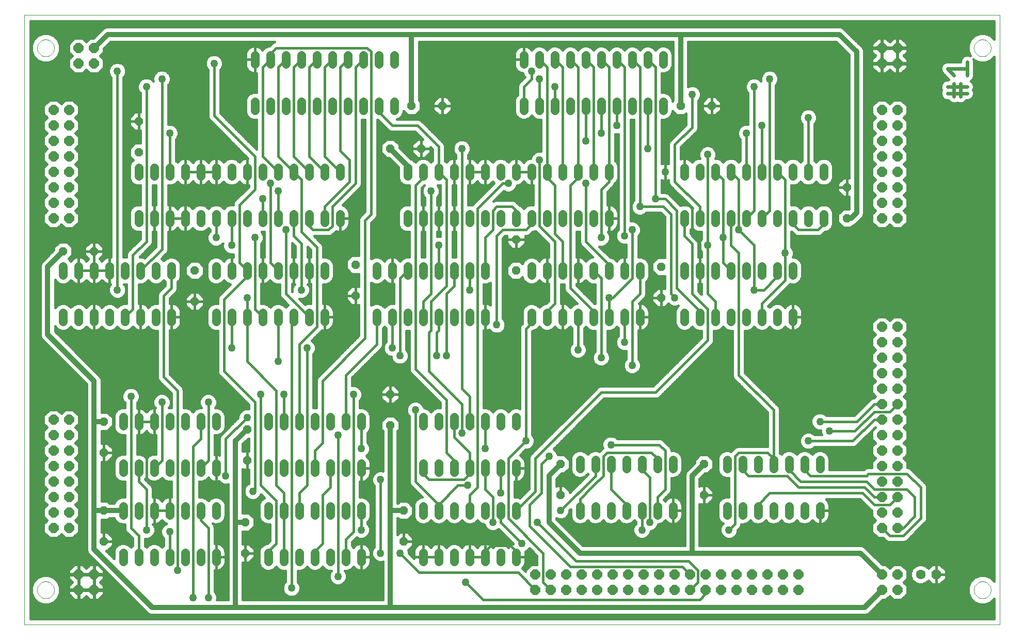
<source format=gtl>
G75*
%MOIN*%
%OFA0B0*%
%FSLAX24Y24*%
%IPPOS*%
%LPD*%
%AMOC8*
5,1,8,0,0,1.08239X$1,22.5*
%
%ADD10C,0.0230*%
%ADD11C,0.0000*%
%ADD12OC8,0.0640*%
%ADD13C,0.0560*%
%ADD14OC8,0.0560*%
%ADD15OC8,0.0630*%
%ADD16C,0.0630*%
%ADD17C,0.0160*%
%ADD18C,0.0500*%
%ADD19C,0.0320*%
D10*
X063254Y037967D02*
X064525Y037967D01*
X064525Y038391D02*
X063254Y038391D01*
X063678Y038391D02*
X063678Y038602D01*
X063678Y038391D02*
X063678Y037755D01*
X064101Y037755D02*
X064101Y038602D01*
X063678Y039136D02*
X063254Y039560D01*
X064525Y039560D01*
X064525Y039136D02*
X064525Y039984D01*
D11*
X003640Y043010D02*
X003640Y003640D01*
X066632Y003640D01*
X066632Y043010D01*
X003640Y043010D01*
X004465Y040890D02*
X004467Y040937D01*
X004473Y040983D01*
X004483Y041029D01*
X004496Y041073D01*
X004514Y041117D01*
X004535Y041158D01*
X004559Y041198D01*
X004587Y041236D01*
X004618Y041271D01*
X004652Y041303D01*
X004688Y041332D01*
X004727Y041358D01*
X004767Y041381D01*
X004810Y041400D01*
X004854Y041416D01*
X004899Y041428D01*
X004945Y041436D01*
X004992Y041440D01*
X005038Y041440D01*
X005085Y041436D01*
X005131Y041428D01*
X005176Y041416D01*
X005220Y041400D01*
X005263Y041381D01*
X005303Y041358D01*
X005342Y041332D01*
X005378Y041303D01*
X005412Y041271D01*
X005443Y041236D01*
X005471Y041198D01*
X005495Y041158D01*
X005516Y041117D01*
X005534Y041073D01*
X005547Y041029D01*
X005557Y040983D01*
X005563Y040937D01*
X005565Y040890D01*
X005563Y040843D01*
X005557Y040797D01*
X005547Y040751D01*
X005534Y040707D01*
X005516Y040663D01*
X005495Y040622D01*
X005471Y040582D01*
X005443Y040544D01*
X005412Y040509D01*
X005378Y040477D01*
X005342Y040448D01*
X005303Y040422D01*
X005263Y040399D01*
X005220Y040380D01*
X005176Y040364D01*
X005131Y040352D01*
X005085Y040344D01*
X005038Y040340D01*
X004992Y040340D01*
X004945Y040344D01*
X004899Y040352D01*
X004854Y040364D01*
X004810Y040380D01*
X004767Y040399D01*
X004727Y040422D01*
X004688Y040448D01*
X004652Y040477D01*
X004618Y040509D01*
X004587Y040544D01*
X004559Y040582D01*
X004535Y040622D01*
X004514Y040663D01*
X004496Y040707D01*
X004483Y040751D01*
X004473Y040797D01*
X004467Y040843D01*
X004465Y040890D01*
X004465Y005890D02*
X004467Y005937D01*
X004473Y005983D01*
X004483Y006029D01*
X004496Y006073D01*
X004514Y006117D01*
X004535Y006158D01*
X004559Y006198D01*
X004587Y006236D01*
X004618Y006271D01*
X004652Y006303D01*
X004688Y006332D01*
X004727Y006358D01*
X004767Y006381D01*
X004810Y006400D01*
X004854Y006416D01*
X004899Y006428D01*
X004945Y006436D01*
X004992Y006440D01*
X005038Y006440D01*
X005085Y006436D01*
X005131Y006428D01*
X005176Y006416D01*
X005220Y006400D01*
X005263Y006381D01*
X005303Y006358D01*
X005342Y006332D01*
X005378Y006303D01*
X005412Y006271D01*
X005443Y006236D01*
X005471Y006198D01*
X005495Y006158D01*
X005516Y006117D01*
X005534Y006073D01*
X005547Y006029D01*
X005557Y005983D01*
X005563Y005937D01*
X005565Y005890D01*
X005563Y005843D01*
X005557Y005797D01*
X005547Y005751D01*
X005534Y005707D01*
X005516Y005663D01*
X005495Y005622D01*
X005471Y005582D01*
X005443Y005544D01*
X005412Y005509D01*
X005378Y005477D01*
X005342Y005448D01*
X005303Y005422D01*
X005263Y005399D01*
X005220Y005380D01*
X005176Y005364D01*
X005131Y005352D01*
X005085Y005344D01*
X005038Y005340D01*
X004992Y005340D01*
X004945Y005344D01*
X004899Y005352D01*
X004854Y005364D01*
X004810Y005380D01*
X004767Y005399D01*
X004727Y005422D01*
X004688Y005448D01*
X004652Y005477D01*
X004618Y005509D01*
X004587Y005544D01*
X004559Y005582D01*
X004535Y005622D01*
X004514Y005663D01*
X004496Y005707D01*
X004483Y005751D01*
X004473Y005797D01*
X004467Y005843D01*
X004465Y005890D01*
X064965Y005890D02*
X064967Y005937D01*
X064973Y005983D01*
X064983Y006029D01*
X064996Y006073D01*
X065014Y006117D01*
X065035Y006158D01*
X065059Y006198D01*
X065087Y006236D01*
X065118Y006271D01*
X065152Y006303D01*
X065188Y006332D01*
X065227Y006358D01*
X065267Y006381D01*
X065310Y006400D01*
X065354Y006416D01*
X065399Y006428D01*
X065445Y006436D01*
X065492Y006440D01*
X065538Y006440D01*
X065585Y006436D01*
X065631Y006428D01*
X065676Y006416D01*
X065720Y006400D01*
X065763Y006381D01*
X065803Y006358D01*
X065842Y006332D01*
X065878Y006303D01*
X065912Y006271D01*
X065943Y006236D01*
X065971Y006198D01*
X065995Y006158D01*
X066016Y006117D01*
X066034Y006073D01*
X066047Y006029D01*
X066057Y005983D01*
X066063Y005937D01*
X066065Y005890D01*
X066063Y005843D01*
X066057Y005797D01*
X066047Y005751D01*
X066034Y005707D01*
X066016Y005663D01*
X065995Y005622D01*
X065971Y005582D01*
X065943Y005544D01*
X065912Y005509D01*
X065878Y005477D01*
X065842Y005448D01*
X065803Y005422D01*
X065763Y005399D01*
X065720Y005380D01*
X065676Y005364D01*
X065631Y005352D01*
X065585Y005344D01*
X065538Y005340D01*
X065492Y005340D01*
X065445Y005344D01*
X065399Y005352D01*
X065354Y005364D01*
X065310Y005380D01*
X065267Y005399D01*
X065227Y005422D01*
X065188Y005448D01*
X065152Y005477D01*
X065118Y005509D01*
X065087Y005544D01*
X065059Y005582D01*
X065035Y005622D01*
X065014Y005663D01*
X064996Y005707D01*
X064983Y005751D01*
X064973Y005797D01*
X064967Y005843D01*
X064965Y005890D01*
X064965Y040890D02*
X064967Y040937D01*
X064973Y040983D01*
X064983Y041029D01*
X064996Y041073D01*
X065014Y041117D01*
X065035Y041158D01*
X065059Y041198D01*
X065087Y041236D01*
X065118Y041271D01*
X065152Y041303D01*
X065188Y041332D01*
X065227Y041358D01*
X065267Y041381D01*
X065310Y041400D01*
X065354Y041416D01*
X065399Y041428D01*
X065445Y041436D01*
X065492Y041440D01*
X065538Y041440D01*
X065585Y041436D01*
X065631Y041428D01*
X065676Y041416D01*
X065720Y041400D01*
X065763Y041381D01*
X065803Y041358D01*
X065842Y041332D01*
X065878Y041303D01*
X065912Y041271D01*
X065943Y041236D01*
X065971Y041198D01*
X065995Y041158D01*
X066016Y041117D01*
X066034Y041073D01*
X066047Y041029D01*
X066057Y040983D01*
X066063Y040937D01*
X066065Y040890D01*
X066063Y040843D01*
X066057Y040797D01*
X066047Y040751D01*
X066034Y040707D01*
X066016Y040663D01*
X065995Y040622D01*
X065971Y040582D01*
X065943Y040544D01*
X065912Y040509D01*
X065878Y040477D01*
X065842Y040448D01*
X065803Y040422D01*
X065763Y040399D01*
X065720Y040380D01*
X065676Y040364D01*
X065631Y040352D01*
X065585Y040344D01*
X065538Y040340D01*
X065492Y040340D01*
X065445Y040344D01*
X065399Y040352D01*
X065354Y040364D01*
X065310Y040380D01*
X065267Y040399D01*
X065227Y040422D01*
X065188Y040448D01*
X065152Y040477D01*
X065118Y040509D01*
X065087Y040544D01*
X065059Y040582D01*
X065035Y040622D01*
X065014Y040663D01*
X064996Y040707D01*
X064983Y040751D01*
X064973Y040797D01*
X064967Y040843D01*
X064965Y040890D01*
D12*
X060015Y040890D03*
X060015Y039890D03*
X059015Y039890D03*
X059015Y040890D03*
X059015Y036890D03*
X059015Y035890D03*
X059015Y034890D03*
X059015Y033890D03*
X059015Y032890D03*
X059015Y031890D03*
X059015Y030890D03*
X060015Y030890D03*
X060015Y031890D03*
X060015Y032890D03*
X060015Y033890D03*
X060015Y034890D03*
X060015Y035890D03*
X060015Y036890D03*
X060015Y029890D03*
X059015Y029890D03*
X059015Y022890D03*
X059015Y021890D03*
X059015Y020890D03*
X059015Y019890D03*
X059015Y018890D03*
X059015Y017890D03*
X059015Y016890D03*
X060015Y016890D03*
X060015Y017890D03*
X060015Y018890D03*
X060015Y019890D03*
X060015Y020890D03*
X060015Y021890D03*
X060015Y022890D03*
X060015Y015890D03*
X060015Y014890D03*
X060015Y013890D03*
X060015Y012890D03*
X060015Y011890D03*
X060015Y010890D03*
X060015Y009890D03*
X059015Y009890D03*
X059015Y010890D03*
X059015Y011890D03*
X059015Y012890D03*
X059015Y013890D03*
X059015Y014890D03*
X059015Y015890D03*
X059015Y006890D03*
X059015Y005890D03*
X060015Y005890D03*
X060015Y006890D03*
X053640Y006890D03*
X053640Y005890D03*
X052640Y005890D03*
X051640Y005890D03*
X050640Y005890D03*
X050640Y006890D03*
X051640Y006890D03*
X052640Y006890D03*
X049640Y006890D03*
X048640Y006890D03*
X048640Y005890D03*
X049640Y005890D03*
X047640Y005890D03*
X046640Y005890D03*
X046640Y006890D03*
X047640Y006890D03*
X045640Y006890D03*
X044640Y006890D03*
X043640Y006890D03*
X043640Y005890D03*
X044640Y005890D03*
X045640Y005890D03*
X042640Y005890D03*
X041640Y005890D03*
X041640Y006890D03*
X042640Y006890D03*
X040640Y006890D03*
X039640Y006890D03*
X039640Y005890D03*
X040640Y005890D03*
X038640Y005890D03*
X037640Y005890D03*
X036640Y005890D03*
X036640Y006890D03*
X037640Y006890D03*
X038640Y006890D03*
X008140Y006890D03*
X007140Y006890D03*
X007140Y005890D03*
X008140Y005890D03*
X006515Y009890D03*
X006515Y010890D03*
X006515Y011890D03*
X006515Y012890D03*
X006515Y013890D03*
X006515Y014890D03*
X006515Y015890D03*
X005515Y015890D03*
X005515Y014890D03*
X005515Y013890D03*
X005515Y012890D03*
X005515Y011890D03*
X005515Y010890D03*
X005515Y009890D03*
X005515Y016890D03*
X006515Y016890D03*
X006515Y029890D03*
X005515Y029890D03*
X005515Y030890D03*
X005515Y031890D03*
X005515Y032890D03*
X005515Y033890D03*
X005515Y034890D03*
X005515Y035890D03*
X005515Y036890D03*
X006515Y036890D03*
X006515Y035890D03*
X006515Y034890D03*
X006515Y033890D03*
X006515Y032890D03*
X006515Y031890D03*
X006515Y030890D03*
X007140Y039890D03*
X008140Y039890D03*
X008140Y040890D03*
X007140Y040890D03*
D13*
X018515Y040420D02*
X018515Y039860D01*
X019515Y039860D02*
X019515Y040420D01*
X020515Y040420D02*
X020515Y039860D01*
X021515Y039860D02*
X021515Y040420D01*
X022515Y040420D02*
X022515Y039860D01*
X023515Y039860D02*
X023515Y040420D01*
X024515Y040420D02*
X024515Y039860D01*
X025515Y039860D02*
X025515Y040420D01*
X026515Y040420D02*
X026515Y039860D01*
X027515Y039860D02*
X027515Y040420D01*
X027515Y037420D02*
X027515Y036860D01*
X026515Y036860D02*
X026515Y037420D01*
X025515Y037420D02*
X025515Y036860D01*
X024515Y036860D02*
X024515Y037420D01*
X023515Y037420D02*
X023515Y036860D01*
X022515Y036860D02*
X022515Y037420D01*
X021515Y037420D02*
X021515Y036860D01*
X020515Y036860D02*
X020515Y037420D01*
X019515Y037420D02*
X019515Y036860D01*
X018515Y036860D02*
X018515Y037420D01*
X018015Y033170D02*
X018015Y032610D01*
X017015Y032610D02*
X017015Y033170D01*
X016015Y033170D02*
X016015Y032610D01*
X015015Y032610D02*
X015015Y033170D01*
X014015Y033170D02*
X014015Y032610D01*
X013015Y032610D02*
X013015Y033170D01*
X012015Y033170D02*
X012015Y032610D01*
X011015Y032610D02*
X011015Y033170D01*
X011015Y030170D02*
X011015Y029610D01*
X012015Y029610D02*
X012015Y030170D01*
X013015Y030170D02*
X013015Y029610D01*
X014015Y029610D02*
X014015Y030170D01*
X015015Y030170D02*
X015015Y029610D01*
X016015Y029610D02*
X016015Y030170D01*
X017015Y030170D02*
X017015Y029610D01*
X018015Y029610D02*
X018015Y030170D01*
X019015Y030170D02*
X019015Y029610D01*
X020015Y029610D02*
X020015Y030170D01*
X021015Y030170D02*
X021015Y029610D01*
X022015Y029610D02*
X022015Y030170D01*
X023015Y030170D02*
X023015Y029610D01*
X024015Y029610D02*
X024015Y030170D01*
X024015Y032610D02*
X024015Y033170D01*
X023015Y033170D02*
X023015Y032610D01*
X022015Y032610D02*
X022015Y033170D01*
X021015Y033170D02*
X021015Y032610D01*
X020015Y032610D02*
X020015Y033170D01*
X019015Y033170D02*
X019015Y032610D01*
X019015Y026795D02*
X019015Y026235D01*
X020015Y026235D02*
X020015Y026795D01*
X021015Y026795D02*
X021015Y026235D01*
X022015Y026235D02*
X022015Y026795D01*
X023015Y026795D02*
X023015Y026235D01*
X026390Y026235D02*
X026390Y026795D01*
X027390Y026795D02*
X027390Y026235D01*
X028390Y026235D02*
X028390Y026795D01*
X029390Y026795D02*
X029390Y026235D01*
X030390Y026235D02*
X030390Y026795D01*
X031390Y026795D02*
X031390Y026235D01*
X032390Y026235D02*
X032390Y026795D01*
X033390Y026795D02*
X033390Y026235D01*
X036390Y026235D02*
X036390Y026795D01*
X037390Y026795D02*
X037390Y026235D01*
X038390Y026235D02*
X038390Y026795D01*
X039390Y026795D02*
X039390Y026235D01*
X040390Y026235D02*
X040390Y026795D01*
X041390Y026795D02*
X041390Y026235D01*
X042390Y026235D02*
X042390Y026795D01*
X043390Y026795D02*
X043390Y026235D01*
X046265Y026235D02*
X046265Y026795D01*
X047265Y026795D02*
X047265Y026235D01*
X048265Y026235D02*
X048265Y026795D01*
X049265Y026795D02*
X049265Y026235D01*
X050265Y026235D02*
X050265Y026795D01*
X051265Y026795D02*
X051265Y026235D01*
X052265Y026235D02*
X052265Y026795D01*
X053265Y026795D02*
X053265Y026235D01*
X053265Y023795D02*
X053265Y023235D01*
X052265Y023235D02*
X052265Y023795D01*
X051265Y023795D02*
X051265Y023235D01*
X050265Y023235D02*
X050265Y023795D01*
X049265Y023795D02*
X049265Y023235D01*
X048265Y023235D02*
X048265Y023795D01*
X047265Y023795D02*
X047265Y023235D01*
X046265Y023235D02*
X046265Y023795D01*
X043390Y023795D02*
X043390Y023235D01*
X042390Y023235D02*
X042390Y023795D01*
X041390Y023795D02*
X041390Y023235D01*
X040390Y023235D02*
X040390Y023795D01*
X039390Y023795D02*
X039390Y023235D01*
X038390Y023235D02*
X038390Y023795D01*
X037390Y023795D02*
X037390Y023235D01*
X036390Y023235D02*
X036390Y023795D01*
X033390Y023795D02*
X033390Y023235D01*
X032390Y023235D02*
X032390Y023795D01*
X031390Y023795D02*
X031390Y023235D01*
X030390Y023235D02*
X030390Y023795D01*
X029390Y023795D02*
X029390Y023235D01*
X028390Y023235D02*
X028390Y023795D01*
X027390Y023795D02*
X027390Y023235D01*
X026390Y023235D02*
X026390Y023795D01*
X023015Y023795D02*
X023015Y023235D01*
X022015Y023235D02*
X022015Y023795D01*
X021015Y023795D02*
X021015Y023235D01*
X020015Y023235D02*
X020015Y023795D01*
X019015Y023795D02*
X019015Y023235D01*
X018015Y023235D02*
X018015Y023795D01*
X017015Y023795D02*
X017015Y023235D01*
X016015Y023235D02*
X016015Y023795D01*
X013140Y023795D02*
X013140Y023235D01*
X012140Y023235D02*
X012140Y023795D01*
X011140Y023795D02*
X011140Y023235D01*
X010140Y023235D02*
X010140Y023795D01*
X009140Y023795D02*
X009140Y023235D01*
X008140Y023235D02*
X008140Y023795D01*
X007140Y023795D02*
X007140Y023235D01*
X006140Y023235D02*
X006140Y023795D01*
X006140Y026235D02*
X006140Y026795D01*
X007140Y026795D02*
X007140Y026235D01*
X008140Y026235D02*
X008140Y026795D01*
X009140Y026795D02*
X009140Y026235D01*
X010140Y026235D02*
X010140Y026795D01*
X011140Y026795D02*
X011140Y026235D01*
X012140Y026235D02*
X012140Y026795D01*
X013140Y026795D02*
X013140Y026235D01*
X016015Y026235D02*
X016015Y026795D01*
X017015Y026795D02*
X017015Y026235D01*
X018015Y026235D02*
X018015Y026795D01*
X028390Y029610D02*
X028390Y030170D01*
X029390Y030170D02*
X029390Y029610D01*
X030390Y029610D02*
X030390Y030170D01*
X031390Y030170D02*
X031390Y029610D01*
X032390Y029610D02*
X032390Y030170D01*
X033390Y030170D02*
X033390Y029610D01*
X034390Y029610D02*
X034390Y030170D01*
X035390Y030170D02*
X035390Y029610D01*
X036390Y029610D02*
X036390Y030170D01*
X037390Y030170D02*
X037390Y029610D01*
X038390Y029610D02*
X038390Y030170D01*
X039390Y030170D02*
X039390Y029610D01*
X040390Y029610D02*
X040390Y030170D01*
X041390Y030170D02*
X041390Y029610D01*
X041390Y032610D02*
X041390Y033170D01*
X040390Y033170D02*
X040390Y032610D01*
X039390Y032610D02*
X039390Y033170D01*
X038390Y033170D02*
X038390Y032610D01*
X037390Y032610D02*
X037390Y033170D01*
X036390Y033170D02*
X036390Y032610D01*
X035390Y032610D02*
X035390Y033170D01*
X034390Y033170D02*
X034390Y032610D01*
X033390Y032610D02*
X033390Y033170D01*
X032390Y033170D02*
X032390Y032610D01*
X031390Y032610D02*
X031390Y033170D01*
X030390Y033170D02*
X030390Y032610D01*
X029390Y032610D02*
X029390Y033170D01*
X028390Y033170D02*
X028390Y032610D01*
X035890Y036860D02*
X035890Y037420D01*
X036890Y037420D02*
X036890Y036860D01*
X037890Y036860D02*
X037890Y037420D01*
X038890Y037420D02*
X038890Y036860D01*
X039890Y036860D02*
X039890Y037420D01*
X040890Y037420D02*
X040890Y036860D01*
X041890Y036860D02*
X041890Y037420D01*
X042890Y037420D02*
X042890Y036860D01*
X043890Y036860D02*
X043890Y037420D01*
X044890Y037420D02*
X044890Y036860D01*
X044890Y039860D02*
X044890Y040420D01*
X043890Y040420D02*
X043890Y039860D01*
X042890Y039860D02*
X042890Y040420D01*
X041890Y040420D02*
X041890Y039860D01*
X040890Y039860D02*
X040890Y040420D01*
X039890Y040420D02*
X039890Y039860D01*
X038890Y039860D02*
X038890Y040420D01*
X037890Y040420D02*
X037890Y039860D01*
X036890Y039860D02*
X036890Y040420D01*
X035890Y040420D02*
X035890Y039860D01*
X046265Y033170D02*
X046265Y032610D01*
X047265Y032610D02*
X047265Y033170D01*
X048265Y033170D02*
X048265Y032610D01*
X049265Y032610D02*
X049265Y033170D01*
X050265Y033170D02*
X050265Y032610D01*
X051265Y032610D02*
X051265Y033170D01*
X052265Y033170D02*
X052265Y032610D01*
X053265Y032610D02*
X053265Y033170D01*
X054265Y033170D02*
X054265Y032610D01*
X055265Y032610D02*
X055265Y033170D01*
X055265Y030170D02*
X055265Y029610D01*
X054265Y029610D02*
X054265Y030170D01*
X053265Y030170D02*
X053265Y029610D01*
X052265Y029610D02*
X052265Y030170D01*
X051265Y030170D02*
X051265Y029610D01*
X050265Y029610D02*
X050265Y030170D01*
X049265Y030170D02*
X049265Y029610D01*
X048265Y029610D02*
X048265Y030170D01*
X047265Y030170D02*
X047265Y029610D01*
X046265Y029610D02*
X046265Y030170D01*
X035390Y017045D02*
X035390Y016485D01*
X034390Y016485D02*
X034390Y017045D01*
X033390Y017045D02*
X033390Y016485D01*
X032390Y016485D02*
X032390Y017045D01*
X031390Y017045D02*
X031390Y016485D01*
X030390Y016485D02*
X030390Y017045D01*
X029390Y017045D02*
X029390Y016485D01*
X029390Y014045D02*
X029390Y013485D01*
X030390Y013485D02*
X030390Y014045D01*
X031390Y014045D02*
X031390Y013485D01*
X032390Y013485D02*
X032390Y014045D01*
X033390Y014045D02*
X033390Y013485D01*
X034390Y013485D02*
X034390Y014045D01*
X035390Y014045D02*
X035390Y013485D01*
X035390Y011295D02*
X035390Y010735D01*
X034390Y010735D02*
X034390Y011295D01*
X033390Y011295D02*
X033390Y010735D01*
X032390Y010735D02*
X032390Y011295D01*
X031390Y011295D02*
X031390Y010735D01*
X030390Y010735D02*
X030390Y011295D01*
X029390Y011295D02*
X029390Y010735D01*
X029390Y008295D02*
X029390Y007735D01*
X030390Y007735D02*
X030390Y008295D01*
X031390Y008295D02*
X031390Y007735D01*
X032390Y007735D02*
X032390Y008295D01*
X033390Y008295D02*
X033390Y007735D01*
X034390Y007735D02*
X034390Y008295D01*
X035390Y008295D02*
X035390Y007735D01*
X039515Y010735D02*
X039515Y011295D01*
X040515Y011295D02*
X040515Y010735D01*
X041515Y010735D02*
X041515Y011295D01*
X042515Y011295D02*
X042515Y010735D01*
X043515Y010735D02*
X043515Y011295D01*
X044515Y011295D02*
X044515Y010735D01*
X045515Y010735D02*
X045515Y011295D01*
X045515Y013735D02*
X045515Y014295D01*
X044515Y014295D02*
X044515Y013735D01*
X043515Y013735D02*
X043515Y014295D01*
X042515Y014295D02*
X042515Y013735D01*
X041515Y013735D02*
X041515Y014295D01*
X040515Y014295D02*
X040515Y013735D01*
X039515Y013735D02*
X039515Y014295D01*
X049015Y014295D02*
X049015Y013735D01*
X050015Y013735D02*
X050015Y014295D01*
X051015Y014295D02*
X051015Y013735D01*
X052015Y013735D02*
X052015Y014295D01*
X053015Y014295D02*
X053015Y013735D01*
X054015Y013735D02*
X054015Y014295D01*
X055015Y014295D02*
X055015Y013735D01*
X055015Y011295D02*
X055015Y010735D01*
X054015Y010735D02*
X054015Y011295D01*
X053015Y011295D02*
X053015Y010735D01*
X052015Y010735D02*
X052015Y011295D01*
X051015Y011295D02*
X051015Y010735D01*
X050015Y010735D02*
X050015Y011295D01*
X049015Y011295D02*
X049015Y010735D01*
X025390Y010735D02*
X025390Y011295D01*
X024390Y011295D02*
X024390Y010735D01*
X023390Y010735D02*
X023390Y011295D01*
X022390Y011295D02*
X022390Y010735D01*
X021390Y010735D02*
X021390Y011295D01*
X020390Y011295D02*
X020390Y010735D01*
X019390Y010735D02*
X019390Y011295D01*
X019390Y013485D02*
X019390Y014045D01*
X020390Y014045D02*
X020390Y013485D01*
X021390Y013485D02*
X021390Y014045D01*
X022390Y014045D02*
X022390Y013485D01*
X023390Y013485D02*
X023390Y014045D01*
X024390Y014045D02*
X024390Y013485D01*
X025390Y013485D02*
X025390Y014045D01*
X025390Y016485D02*
X025390Y017045D01*
X024390Y017045D02*
X024390Y016485D01*
X023390Y016485D02*
X023390Y017045D01*
X022390Y017045D02*
X022390Y016485D01*
X021390Y016485D02*
X021390Y017045D01*
X020390Y017045D02*
X020390Y016485D01*
X019390Y016485D02*
X019390Y017045D01*
X016015Y017045D02*
X016015Y016485D01*
X015015Y016485D02*
X015015Y017045D01*
X014015Y017045D02*
X014015Y016485D01*
X013015Y016485D02*
X013015Y017045D01*
X012015Y017045D02*
X012015Y016485D01*
X011015Y016485D02*
X011015Y017045D01*
X010015Y017045D02*
X010015Y016485D01*
X010015Y014045D02*
X010015Y013485D01*
X011015Y013485D02*
X011015Y014045D01*
X012015Y014045D02*
X012015Y013485D01*
X013015Y013485D02*
X013015Y014045D01*
X014015Y014045D02*
X014015Y013485D01*
X015015Y013485D02*
X015015Y014045D01*
X016015Y014045D02*
X016015Y013485D01*
X016015Y011295D02*
X016015Y010735D01*
X015015Y010735D02*
X015015Y011295D01*
X014015Y011295D02*
X014015Y010735D01*
X013015Y010735D02*
X013015Y011295D01*
X012015Y011295D02*
X012015Y010735D01*
X011015Y010735D02*
X011015Y011295D01*
X010015Y011295D02*
X010015Y010735D01*
X010015Y008295D02*
X010015Y007735D01*
X011015Y007735D02*
X011015Y008295D01*
X012015Y008295D02*
X012015Y007735D01*
X013015Y007735D02*
X013015Y008295D01*
X014015Y008295D02*
X014015Y007735D01*
X015015Y007735D02*
X015015Y008295D01*
X016015Y008295D02*
X016015Y007735D01*
X019390Y007735D02*
X019390Y008295D01*
X020390Y008295D02*
X020390Y007735D01*
X021390Y007735D02*
X021390Y008295D01*
X022390Y008295D02*
X022390Y007735D01*
X023390Y007735D02*
X023390Y008295D01*
X024390Y008295D02*
X024390Y007735D01*
X025390Y007735D02*
X025390Y008295D01*
D14*
X028140Y009015D03*
X028140Y011015D03*
X027265Y016515D03*
X027265Y018515D03*
X018015Y016265D03*
X018015Y014265D03*
X017890Y010265D03*
X017890Y008265D03*
X008765Y009015D03*
X008765Y011015D03*
X008765Y014765D03*
X008765Y016765D03*
X014640Y024515D03*
X014640Y026515D03*
X008140Y027765D03*
X006140Y027765D03*
X011015Y034140D03*
X011015Y036140D03*
X025015Y026890D03*
X025015Y024890D03*
X035390Y026515D03*
X035390Y028515D03*
X029265Y034390D03*
X027265Y034390D03*
X028640Y037140D03*
X030640Y037140D03*
X046015Y037140D03*
X048015Y037140D03*
X056765Y031890D03*
X056765Y029890D03*
X044765Y026765D03*
X044765Y024765D03*
X047515Y014015D03*
X047515Y012015D03*
X038265Y012015D03*
X038265Y014015D03*
D15*
X062515Y006890D03*
D16*
X061515Y006890D03*
D17*
X060926Y006652D02*
X060655Y006652D01*
X060655Y006625D02*
X060655Y007155D01*
X060280Y007530D01*
X059750Y007530D01*
X059515Y007295D01*
X059280Y007530D01*
X059054Y007530D01*
X058047Y008537D01*
X057912Y008672D01*
X057735Y008745D01*
X047245Y008745D01*
X047245Y011436D01*
X047266Y011415D01*
X047515Y011415D01*
X047764Y011415D01*
X048115Y011766D01*
X048115Y012015D01*
X048115Y012264D01*
X047764Y012615D01*
X047515Y012615D01*
X047515Y012015D01*
X047515Y012015D01*
X048115Y012015D01*
X047515Y012015D01*
X047515Y012015D01*
X047515Y012615D01*
X047266Y012615D01*
X047245Y012594D01*
X047245Y013066D01*
X047594Y013415D01*
X047764Y013415D01*
X048115Y013766D01*
X048115Y014264D01*
X047764Y014615D01*
X047266Y014615D01*
X046915Y014264D01*
X046915Y014094D01*
X046358Y013537D01*
X046285Y013360D01*
X046285Y008745D01*
X039714Y008745D01*
X037995Y010464D01*
X037995Y010510D01*
X038152Y010445D01*
X038378Y010445D01*
X038588Y010532D01*
X038748Y010692D01*
X038835Y010902D01*
X038835Y011019D01*
X038915Y011099D01*
X038915Y010616D01*
X039006Y010395D01*
X039175Y010226D01*
X039396Y010135D01*
X039634Y010135D01*
X039855Y010226D01*
X040015Y010386D01*
X040175Y010226D01*
X040396Y010135D01*
X040634Y010135D01*
X040855Y010226D01*
X041015Y010386D01*
X041175Y010226D01*
X041396Y010135D01*
X041634Y010135D01*
X041855Y010226D01*
X042015Y010386D01*
X042175Y010226D01*
X042396Y010135D01*
X042634Y010135D01*
X042855Y010226D01*
X043015Y010386D01*
X043115Y010286D01*
X043115Y010171D01*
X043032Y010088D01*
X042945Y009878D01*
X042945Y009652D01*
X043032Y009442D01*
X043192Y009282D01*
X043402Y009195D01*
X043628Y009195D01*
X043838Y009282D01*
X043998Y009442D01*
X044085Y009652D01*
X044085Y009695D01*
X044128Y009695D01*
X044338Y009782D01*
X044498Y009942D01*
X044578Y010135D01*
X044634Y010135D01*
X044855Y010226D01*
X045022Y010393D01*
X045057Y010344D01*
X045124Y010277D01*
X045201Y010222D01*
X045285Y010179D01*
X045374Y010150D01*
X045468Y010135D01*
X045515Y010135D01*
X045562Y010135D01*
X045655Y010150D01*
X045745Y010179D01*
X045829Y010222D01*
X045906Y010277D01*
X045973Y010344D01*
X046028Y010421D01*
X046071Y010505D01*
X046100Y010594D01*
X046115Y010688D01*
X046115Y011015D01*
X046115Y011342D01*
X046100Y011435D01*
X046071Y011525D01*
X046028Y011609D01*
X045973Y011686D01*
X045906Y011753D01*
X045829Y011808D01*
X045745Y011851D01*
X045655Y011880D01*
X045562Y011895D01*
X045515Y011895D01*
X045515Y011015D01*
X045515Y011015D01*
X046115Y011015D01*
X045515Y011015D01*
X045515Y011015D01*
X045515Y011895D01*
X045468Y011895D01*
X045374Y011880D01*
X045285Y011851D01*
X045201Y011808D01*
X045124Y011753D01*
X045057Y011686D01*
X045022Y011637D01*
X044925Y011734D01*
X045354Y012163D01*
X045415Y012310D01*
X045415Y013135D01*
X045634Y013135D01*
X045855Y013226D01*
X046024Y013395D01*
X046115Y013616D01*
X046115Y014414D01*
X046024Y014635D01*
X045855Y014804D01*
X045634Y014895D01*
X045415Y014895D01*
X045415Y014970D01*
X045354Y015117D01*
X045242Y015229D01*
X044867Y015604D01*
X044720Y015665D01*
X041921Y015665D01*
X041838Y015748D01*
X041628Y015835D01*
X041402Y015835D01*
X041192Y015748D01*
X041032Y015588D01*
X040945Y015378D01*
X040945Y015152D01*
X040986Y015052D01*
X037868Y015052D01*
X037838Y014998D02*
X037821Y015005D01*
X041056Y018240D01*
X044470Y018240D01*
X044617Y018301D01*
X047992Y021676D01*
X048104Y021788D01*
X048165Y021935D01*
X048165Y022635D01*
X048384Y022635D01*
X048605Y022726D01*
X048765Y022886D01*
X048925Y022726D01*
X049146Y022635D01*
X049365Y022635D01*
X049365Y019685D01*
X049426Y019538D01*
X051615Y017349D01*
X051615Y015165D01*
X049685Y015165D01*
X049538Y015104D01*
X049426Y014992D01*
X049272Y014838D01*
X049134Y014895D01*
X048896Y014895D01*
X048675Y014804D01*
X048506Y014635D01*
X048415Y014414D01*
X048415Y013616D01*
X048506Y013395D01*
X048675Y013226D01*
X048896Y013135D01*
X049115Y013135D01*
X049115Y011895D01*
X048896Y011895D01*
X048675Y011804D01*
X048506Y011635D01*
X048415Y011414D01*
X048415Y010616D01*
X048506Y010395D01*
X048675Y010226D01*
X048760Y010191D01*
X048657Y010088D01*
X048570Y009878D01*
X048570Y009652D01*
X048657Y009442D01*
X048817Y009282D01*
X049027Y009195D01*
X049253Y009195D01*
X049463Y009282D01*
X049623Y009442D01*
X049710Y009652D01*
X049710Y009769D01*
X049742Y009801D01*
X049854Y009913D01*
X049915Y010060D01*
X049915Y010135D01*
X050134Y010135D01*
X050355Y010226D01*
X050515Y010386D01*
X050675Y010226D01*
X050896Y010135D01*
X051134Y010135D01*
X051355Y010226D01*
X051515Y010386D01*
X051675Y010226D01*
X051896Y010135D01*
X052134Y010135D01*
X052355Y010226D01*
X052515Y010386D01*
X052675Y010226D01*
X052896Y010135D01*
X053134Y010135D01*
X053355Y010226D01*
X053515Y010386D01*
X053675Y010226D01*
X053896Y010135D01*
X054134Y010135D01*
X054355Y010226D01*
X054522Y010393D01*
X054557Y010344D01*
X054624Y010277D01*
X054701Y010222D01*
X054785Y010179D01*
X054874Y010150D01*
X054968Y010135D01*
X055015Y010135D01*
X055062Y010135D01*
X055155Y010150D01*
X055245Y010179D01*
X055329Y010222D01*
X055406Y010277D01*
X055473Y010344D01*
X055528Y010421D01*
X055571Y010505D01*
X055600Y010594D01*
X055615Y010688D01*
X055615Y011015D01*
X055615Y011342D01*
X055600Y011435D01*
X055571Y011525D01*
X055528Y011609D01*
X055473Y011686D01*
X055419Y011740D01*
X057599Y011740D01*
X058288Y011051D01*
X058375Y011015D01*
X058375Y010625D01*
X058610Y010390D01*
X058375Y010155D01*
X058375Y009625D01*
X058750Y009250D01*
X059089Y009250D01*
X059176Y009163D01*
X059288Y009051D01*
X059435Y008990D01*
X060470Y008990D01*
X060617Y009051D01*
X061742Y010176D01*
X061854Y010288D01*
X061915Y010435D01*
X061915Y012595D01*
X061854Y012742D01*
X060979Y013617D01*
X060867Y013729D01*
X060720Y013790D01*
X060655Y013790D01*
X060655Y014155D01*
X060420Y014390D01*
X060655Y014625D01*
X060655Y015155D01*
X060420Y015390D01*
X060655Y015625D01*
X060655Y016155D01*
X060420Y016390D01*
X060655Y016625D01*
X060655Y017155D01*
X060420Y017390D01*
X060655Y017625D01*
X060655Y018155D01*
X060420Y018390D01*
X060655Y018625D01*
X060655Y019155D01*
X060420Y019390D01*
X060655Y019625D01*
X060655Y020155D01*
X060420Y020390D01*
X060655Y020625D01*
X060655Y021155D01*
X060420Y021390D01*
X060655Y021625D01*
X060655Y022155D01*
X060420Y022390D01*
X060655Y022625D01*
X060655Y023155D01*
X060280Y023530D01*
X059750Y023530D01*
X059515Y023295D01*
X059280Y023530D01*
X058750Y023530D01*
X058375Y023155D01*
X058375Y022625D01*
X058610Y022390D01*
X058375Y022155D01*
X058375Y021625D01*
X058610Y021390D01*
X058375Y021155D01*
X058375Y020625D01*
X058610Y020390D01*
X058375Y020155D01*
X058375Y019625D01*
X058610Y019390D01*
X058375Y019155D01*
X058375Y018625D01*
X058610Y018390D01*
X058510Y018290D01*
X058435Y018290D01*
X058288Y018229D01*
X057224Y017165D01*
X055421Y017165D01*
X055338Y017248D01*
X055128Y017335D01*
X054902Y017335D01*
X054692Y017248D01*
X054532Y017088D01*
X054445Y016878D01*
X054445Y016652D01*
X054532Y016442D01*
X054692Y016282D01*
X054902Y016195D01*
X055070Y016195D01*
X055070Y016027D01*
X055116Y015915D01*
X054671Y015915D01*
X054588Y015998D01*
X054378Y016085D01*
X054152Y016085D01*
X053942Y015998D01*
X053782Y015838D01*
X053695Y015628D01*
X053695Y015402D01*
X053782Y015192D01*
X053942Y015032D01*
X054152Y014945D01*
X054378Y014945D01*
X054588Y015032D01*
X054671Y015115D01*
X057220Y015115D01*
X057367Y015176D01*
X057479Y015288D01*
X058595Y016405D01*
X058610Y016390D01*
X058375Y016155D01*
X058375Y015625D01*
X058610Y015390D01*
X058375Y015155D01*
X058375Y014625D01*
X058610Y014390D01*
X058375Y014155D01*
X058375Y013790D01*
X058060Y013790D01*
X057913Y013729D01*
X057849Y013665D01*
X055615Y013665D01*
X055615Y014414D01*
X055524Y014635D01*
X055355Y014804D01*
X055134Y014895D01*
X054896Y014895D01*
X054675Y014804D01*
X054515Y014644D01*
X054355Y014804D01*
X054134Y014895D01*
X053896Y014895D01*
X053675Y014804D01*
X053515Y014644D01*
X053355Y014804D01*
X053134Y014895D01*
X052896Y014895D01*
X052675Y014804D01*
X052515Y014644D01*
X052415Y014744D01*
X052415Y017595D01*
X052354Y017742D01*
X050165Y019931D01*
X050165Y022635D01*
X050384Y022635D01*
X050605Y022726D01*
X050765Y022886D01*
X050925Y022726D01*
X051146Y022635D01*
X051384Y022635D01*
X051605Y022726D01*
X051765Y022886D01*
X051925Y022726D01*
X052146Y022635D01*
X052384Y022635D01*
X052605Y022726D01*
X052772Y022893D01*
X052807Y022844D01*
X052874Y022777D01*
X052951Y022722D01*
X053035Y022679D01*
X053124Y022650D01*
X053218Y022635D01*
X053265Y022635D01*
X053312Y022635D01*
X053405Y022650D01*
X053495Y022679D01*
X053579Y022722D01*
X053656Y022777D01*
X053723Y022844D01*
X053778Y022921D01*
X053821Y023005D01*
X053850Y023094D01*
X053865Y023188D01*
X053865Y023515D01*
X053865Y023842D01*
X053850Y023935D01*
X053821Y024025D01*
X053778Y024109D01*
X053723Y024186D01*
X053656Y024253D01*
X053579Y024308D01*
X053495Y024351D01*
X053405Y024380D01*
X053312Y024395D01*
X053265Y024395D01*
X053265Y023515D01*
X053265Y023515D01*
X053865Y023515D01*
X053265Y023515D01*
X053265Y023515D01*
X053265Y024395D01*
X053218Y024395D01*
X053124Y024380D01*
X053035Y024351D01*
X052951Y024308D01*
X052874Y024253D01*
X052807Y024186D01*
X052772Y024137D01*
X052605Y024304D01*
X052384Y024395D01*
X052146Y024395D01*
X051925Y024304D01*
X051765Y024144D01*
X051675Y024234D01*
X053096Y025655D01*
X053146Y025635D01*
X053384Y025635D01*
X053605Y025726D01*
X053774Y025895D01*
X053865Y026116D01*
X053865Y026914D01*
X053774Y027135D01*
X053605Y027304D01*
X053384Y027395D01*
X053280Y027395D01*
X053335Y027527D01*
X053335Y027753D01*
X053248Y027963D01*
X053165Y028046D01*
X053165Y029010D01*
X053204Y029010D01*
X053301Y028913D01*
X053413Y028801D01*
X053560Y028740D01*
X054970Y028740D01*
X055117Y028801D01*
X055326Y029010D01*
X055384Y029010D01*
X055605Y029101D01*
X055774Y029270D01*
X055865Y029491D01*
X055865Y030289D01*
X055774Y030510D01*
X055605Y030679D01*
X055384Y030770D01*
X055146Y030770D01*
X054925Y030679D01*
X054765Y030519D01*
X054605Y030679D01*
X054384Y030770D01*
X054146Y030770D01*
X053925Y030679D01*
X053765Y030519D01*
X053605Y030679D01*
X053384Y030770D01*
X053165Y030770D01*
X053165Y032010D01*
X053384Y032010D01*
X053605Y032101D01*
X053765Y032261D01*
X053925Y032101D01*
X054146Y032010D01*
X054384Y032010D01*
X054605Y032101D01*
X054765Y032261D01*
X054925Y032101D01*
X055146Y032010D01*
X055384Y032010D01*
X055605Y032101D01*
X055774Y032270D01*
X055865Y032491D01*
X055865Y033289D01*
X055774Y033510D01*
X055605Y033679D01*
X055384Y033770D01*
X055146Y033770D01*
X054925Y033679D01*
X054765Y033519D01*
X054665Y033619D01*
X054665Y035984D01*
X054748Y036067D01*
X054835Y036277D01*
X054835Y036503D01*
X054748Y036713D01*
X054588Y036873D01*
X054378Y036960D01*
X054152Y036960D01*
X053942Y036873D01*
X053782Y036713D01*
X053695Y036503D01*
X053695Y036277D01*
X053782Y036067D01*
X053865Y035984D01*
X053865Y033619D01*
X053765Y033519D01*
X053605Y033679D01*
X053384Y033770D01*
X053146Y033770D01*
X052925Y033679D01*
X052765Y033519D01*
X052605Y033679D01*
X052384Y033770D01*
X052165Y033770D01*
X052165Y038484D01*
X052248Y038567D01*
X052335Y038777D01*
X052335Y039003D01*
X052248Y039213D01*
X052088Y039373D01*
X051878Y039460D01*
X051652Y039460D01*
X051442Y039373D01*
X051282Y039213D01*
X051195Y039003D01*
X051195Y038777D01*
X051202Y038759D01*
X051088Y038873D01*
X050878Y038960D01*
X050652Y038960D01*
X050442Y038873D01*
X050282Y038713D01*
X050195Y038503D01*
X050195Y038277D01*
X050282Y038067D01*
X050365Y037984D01*
X050365Y035960D01*
X050152Y035960D01*
X049942Y035873D01*
X049782Y035713D01*
X049695Y035503D01*
X049695Y035277D01*
X049782Y035067D01*
X049865Y034984D01*
X049865Y033619D01*
X049765Y033519D01*
X049605Y033679D01*
X049384Y033770D01*
X049146Y033770D01*
X048925Y033679D01*
X048765Y033519D01*
X048605Y033679D01*
X048384Y033770D01*
X048280Y033770D01*
X048335Y033902D01*
X048335Y034128D01*
X048248Y034338D01*
X048088Y034498D01*
X047878Y034585D01*
X047652Y034585D01*
X047442Y034498D01*
X047282Y034338D01*
X047195Y034128D01*
X047195Y033902D01*
X047250Y033770D01*
X047146Y033770D01*
X046925Y033679D01*
X046758Y033512D01*
X046723Y033561D01*
X046656Y033628D01*
X046579Y033683D01*
X046495Y033726D01*
X046405Y033755D01*
X046312Y033770D01*
X046265Y033770D01*
X046265Y032890D01*
X046265Y032890D01*
X046265Y033770D01*
X046218Y033770D01*
X046124Y033755D01*
X046040Y033755D01*
X046040Y033728D02*
X046040Y034474D01*
X046992Y035426D01*
X047104Y035538D01*
X047165Y035685D01*
X047165Y037484D01*
X047248Y037567D01*
X047335Y037777D01*
X047335Y038003D01*
X047248Y038213D01*
X047088Y038373D01*
X046878Y038460D01*
X046652Y038460D01*
X046495Y038395D01*
X046495Y041285D01*
X056066Y041285D01*
X056910Y040441D01*
X056910Y032490D01*
X056765Y032490D01*
X056765Y031890D01*
X056765Y031890D01*
X056765Y031290D01*
X056910Y031290D01*
X056910Y030490D01*
X056516Y030490D01*
X056165Y030139D01*
X056165Y029641D01*
X056516Y029290D01*
X057014Y029290D01*
X057150Y029426D01*
X057287Y029483D01*
X057662Y029858D01*
X057797Y029993D01*
X057870Y030170D01*
X057870Y040735D01*
X057797Y040912D01*
X056672Y042037D01*
X056537Y042172D01*
X056360Y042245D01*
X008920Y042245D01*
X008743Y042172D01*
X008608Y042037D01*
X008101Y041530D01*
X007875Y041530D01*
X007640Y041295D01*
X007405Y041530D01*
X006875Y041530D01*
X006500Y041155D01*
X006500Y040625D01*
X006735Y040390D01*
X006500Y040155D01*
X006500Y039625D01*
X006875Y039250D01*
X007405Y039250D01*
X007640Y039485D01*
X007875Y039250D01*
X008405Y039250D01*
X008780Y039625D01*
X008780Y040155D01*
X008545Y040390D01*
X008780Y040625D01*
X008780Y040851D01*
X009214Y041285D01*
X019798Y041285D01*
X019663Y041229D01*
X019454Y041020D01*
X019396Y041020D01*
X019175Y040929D01*
X019008Y040762D01*
X018973Y040811D01*
X018906Y040878D01*
X018829Y040933D01*
X018745Y040976D01*
X018655Y041005D01*
X018562Y041020D01*
X018515Y041020D01*
X018515Y040140D01*
X018515Y040140D01*
X018515Y039260D01*
X018562Y039260D01*
X018615Y039268D01*
X018615Y038020D01*
X018396Y038020D01*
X018175Y037929D01*
X018006Y037760D01*
X017915Y037539D01*
X017915Y036741D01*
X018006Y036520D01*
X018175Y036351D01*
X018396Y036260D01*
X018615Y036260D01*
X018615Y034356D01*
X016290Y036681D01*
X016290Y039484D01*
X016373Y039567D01*
X016460Y039777D01*
X016460Y040003D01*
X016373Y040213D01*
X016213Y040373D01*
X016003Y040460D01*
X015777Y040460D01*
X015567Y040373D01*
X015407Y040213D01*
X015320Y040003D01*
X015320Y039777D01*
X015407Y039567D01*
X015490Y039484D01*
X015490Y036435D01*
X015551Y036288D01*
X015663Y036176D01*
X018071Y033769D01*
X018062Y033770D01*
X018015Y033770D01*
X018015Y032890D01*
X018015Y032890D01*
X018015Y033770D01*
X017968Y033770D01*
X017874Y033755D01*
X017170Y033755D01*
X017134Y033770D02*
X016896Y033770D01*
X016675Y033679D01*
X016508Y033512D01*
X016473Y033561D01*
X016406Y033628D01*
X016329Y033683D01*
X016245Y033726D01*
X016155Y033755D01*
X016062Y033770D01*
X016015Y033770D01*
X016015Y032890D01*
X016015Y032890D01*
X016015Y033770D01*
X015968Y033770D01*
X015874Y033755D01*
X015156Y033755D01*
X015155Y033755D02*
X015062Y033770D01*
X015015Y033770D01*
X015015Y032890D01*
X015015Y032890D01*
X015615Y032890D01*
X016015Y032890D01*
X016015Y032890D01*
X016015Y032010D01*
X016062Y032010D01*
X016155Y032025D01*
X016245Y032054D01*
X016329Y032097D01*
X016406Y032152D01*
X016473Y032219D01*
X016508Y032268D01*
X016675Y032101D01*
X016896Y032010D01*
X017134Y032010D01*
X017355Y032101D01*
X017522Y032268D01*
X017557Y032219D01*
X017624Y032152D01*
X017701Y032097D01*
X017785Y032054D01*
X017874Y032025D01*
X017968Y032010D01*
X018015Y032010D01*
X018062Y032010D01*
X018115Y032018D01*
X018115Y031931D01*
X017176Y030992D01*
X017115Y030845D01*
X017115Y030770D01*
X016896Y030770D01*
X016675Y030679D01*
X016515Y030519D01*
X016355Y030679D01*
X016134Y030770D01*
X015896Y030770D01*
X015675Y030679D01*
X015515Y030519D01*
X015355Y030679D01*
X015134Y030770D01*
X014896Y030770D01*
X014675Y030679D01*
X014508Y030512D01*
X014473Y030561D01*
X014406Y030628D01*
X014329Y030683D01*
X014245Y030726D01*
X014155Y030755D01*
X014062Y030770D01*
X014015Y030770D01*
X014015Y029890D01*
X014015Y032890D01*
X014015Y032890D01*
X014015Y033770D01*
X014062Y033770D01*
X014155Y033755D01*
X014245Y033726D01*
X014329Y033683D01*
X014406Y033628D01*
X014473Y033561D01*
X014515Y033503D01*
X014557Y033561D01*
X014624Y033628D01*
X014701Y033683D01*
X014785Y033726D01*
X014874Y033755D01*
X014156Y033755D01*
X014015Y033755D02*
X014015Y033755D01*
X014015Y033770D02*
X013968Y033770D01*
X013874Y033755D01*
X013415Y033755D01*
X013415Y033619D02*
X013415Y034984D01*
X013498Y035067D01*
X013585Y035277D01*
X013585Y035503D01*
X013498Y035713D01*
X013338Y035873D01*
X013128Y035960D01*
X012915Y035960D01*
X012915Y038484D01*
X012998Y038567D01*
X013085Y038777D01*
X013085Y039003D01*
X012998Y039213D01*
X012838Y039373D01*
X012628Y039460D01*
X012402Y039460D01*
X012192Y039373D01*
X012032Y039213D01*
X011945Y039003D01*
X011945Y038777D01*
X011952Y038759D01*
X011838Y038873D01*
X011628Y038960D01*
X011402Y038960D01*
X011192Y038873D01*
X011032Y038713D01*
X010945Y038503D01*
X010945Y038277D01*
X011032Y038067D01*
X011115Y037984D01*
X011115Y036740D01*
X011015Y036740D01*
X011015Y036140D01*
X011015Y036140D01*
X011015Y035540D01*
X011115Y035540D01*
X011115Y034740D01*
X010766Y034740D01*
X010415Y034389D01*
X010415Y033891D01*
X010651Y033655D01*
X010506Y033510D01*
X010415Y033289D01*
X010415Y032491D01*
X010506Y032270D01*
X010675Y032101D01*
X010896Y032010D01*
X011115Y032010D01*
X011115Y030770D01*
X010896Y030770D01*
X010675Y030679D01*
X010506Y030510D01*
X010415Y030289D01*
X010415Y029491D01*
X010506Y029270D01*
X010675Y029101D01*
X010896Y029010D01*
X011115Y029010D01*
X011115Y028556D01*
X010301Y027742D01*
X010240Y027595D01*
X010240Y027395D01*
X010040Y027395D01*
X010040Y038984D01*
X010123Y039067D01*
X010210Y039277D01*
X010210Y039503D01*
X010123Y039713D01*
X009963Y039873D01*
X009753Y039960D01*
X009527Y039960D01*
X009317Y039873D01*
X009157Y039713D01*
X009070Y039503D01*
X009070Y039277D01*
X009157Y039067D01*
X009240Y038984D01*
X009240Y027387D01*
X009187Y027395D01*
X009140Y027395D01*
X009140Y026515D01*
X009140Y026515D01*
X009140Y027395D01*
X009093Y027395D01*
X008999Y027380D01*
X008910Y027351D01*
X008826Y027308D01*
X008749Y027253D01*
X008682Y027186D01*
X008640Y027128D01*
X008598Y027186D01*
X008531Y027253D01*
X008499Y027276D01*
X008740Y027516D01*
X008740Y027765D01*
X008740Y028014D01*
X008389Y028365D01*
X008140Y028365D01*
X008140Y027765D01*
X008140Y027765D01*
X008740Y027765D01*
X008140Y027765D01*
X008140Y027765D01*
X008140Y027765D01*
X007540Y027765D01*
X007540Y028014D01*
X007891Y028365D01*
X008140Y028365D01*
X008140Y027765D01*
X008140Y027165D01*
X008140Y026515D01*
X008140Y026515D01*
X008740Y026515D01*
X009140Y026515D01*
X009140Y025635D01*
X009187Y025635D01*
X009207Y025638D01*
X009157Y025588D01*
X009070Y025378D01*
X009070Y025152D01*
X009157Y024942D01*
X009317Y024782D01*
X009527Y024695D01*
X009753Y024695D01*
X009963Y024782D01*
X010123Y024942D01*
X010210Y025152D01*
X010210Y025378D01*
X010123Y025588D01*
X010076Y025635D01*
X010240Y025635D01*
X010240Y024395D01*
X010021Y024395D01*
X009800Y024304D01*
X009640Y024144D01*
X009480Y024304D01*
X009259Y024395D01*
X009021Y024395D01*
X008800Y024304D01*
X008633Y024137D01*
X008598Y024186D01*
X008531Y024253D01*
X008454Y024308D01*
X008370Y024351D01*
X008280Y024380D01*
X008187Y024395D01*
X008140Y024395D01*
X008140Y023515D01*
X008140Y023515D01*
X008140Y022635D01*
X008187Y022635D01*
X008280Y022650D01*
X008370Y022679D01*
X008454Y022722D01*
X008531Y022777D01*
X008598Y022844D01*
X008633Y022893D01*
X008800Y022726D01*
X009021Y022635D01*
X009259Y022635D01*
X009480Y022726D01*
X009640Y022886D01*
X009800Y022726D01*
X010021Y022635D01*
X010259Y022635D01*
X010480Y022726D01*
X010647Y022893D01*
X010682Y022844D01*
X010749Y022777D01*
X010826Y022722D01*
X010910Y022679D01*
X010999Y022650D01*
X011093Y022635D01*
X011140Y022635D01*
X011187Y022635D01*
X011280Y022650D01*
X011370Y022679D01*
X011454Y022722D01*
X011531Y022777D01*
X011598Y022844D01*
X011633Y022893D01*
X011800Y022726D01*
X012021Y022635D01*
X012240Y022635D01*
X012240Y019560D01*
X012301Y019413D01*
X012413Y019301D01*
X013115Y018599D01*
X013115Y017645D01*
X012951Y017645D01*
X012998Y017692D01*
X013085Y017902D01*
X013085Y018128D01*
X012998Y018338D01*
X012838Y018498D01*
X012628Y018585D01*
X012402Y018585D01*
X012192Y018498D01*
X012032Y018338D01*
X011945Y018128D01*
X011945Y017902D01*
X012032Y017692D01*
X012082Y017642D01*
X012062Y017645D01*
X012015Y017645D01*
X012015Y016765D01*
X012015Y015765D01*
X011515Y015265D01*
X011515Y013015D01*
X012015Y012515D01*
X012015Y011015D01*
X012015Y011015D01*
X012015Y011895D01*
X012062Y011895D01*
X012155Y011880D01*
X012245Y011851D01*
X012329Y011808D01*
X012406Y011753D01*
X012473Y011686D01*
X012515Y011628D01*
X012557Y011686D01*
X012624Y011753D01*
X012701Y011808D01*
X012785Y011851D01*
X012874Y011880D01*
X012968Y011895D01*
X013015Y011895D01*
X013015Y011015D01*
X013015Y011015D01*
X013015Y011895D01*
X013062Y011895D01*
X013115Y011887D01*
X013115Y012885D01*
X012896Y012885D01*
X012675Y012976D01*
X012515Y013136D01*
X012355Y012976D01*
X012134Y012885D01*
X011896Y012885D01*
X011675Y012976D01*
X011515Y013136D01*
X011425Y013046D01*
X011854Y012617D01*
X011915Y012470D01*
X011915Y011887D01*
X011968Y011895D01*
X012015Y011895D01*
X012015Y011015D01*
X012615Y011015D01*
X013015Y011015D01*
X013015Y011015D01*
X012015Y011015D01*
X012015Y011015D01*
X012015Y010135D01*
X012062Y010135D01*
X012155Y010150D01*
X012245Y010179D01*
X012329Y010222D01*
X012406Y010277D01*
X012473Y010344D01*
X012515Y010402D01*
X012557Y010344D01*
X012624Y010277D01*
X012701Y010222D01*
X012785Y010179D01*
X012808Y010171D01*
X012692Y010123D01*
X012532Y009963D01*
X012445Y009753D01*
X012445Y009527D01*
X012532Y009317D01*
X012615Y009234D01*
X012615Y008744D01*
X012515Y008644D01*
X012355Y008804D01*
X012134Y008895D01*
X011896Y008895D01*
X011675Y008804D01*
X011515Y008644D01*
X011415Y008744D01*
X011415Y009195D01*
X011628Y009195D01*
X011838Y009282D01*
X011998Y009442D01*
X012085Y009652D01*
X012085Y009878D01*
X011998Y010088D01*
X011948Y010138D01*
X011968Y010135D01*
X012015Y010135D01*
X012015Y011015D01*
X012015Y011015D01*
X012015Y011090D02*
X012015Y011090D01*
X012015Y011248D02*
X012015Y011248D01*
X012015Y011407D02*
X012015Y011407D01*
X012015Y011565D02*
X012015Y011565D01*
X012015Y011724D02*
X012015Y011724D01*
X012015Y011882D02*
X012015Y011882D01*
X012144Y011882D02*
X012886Y011882D01*
X013015Y011882D02*
X013015Y011882D01*
X013015Y011724D02*
X013015Y011724D01*
X013015Y011565D02*
X013015Y011565D01*
X013015Y011407D02*
X013015Y011407D01*
X013015Y011248D02*
X013015Y011248D01*
X013015Y011090D02*
X013015Y011090D01*
X012604Y010297D02*
X012426Y010297D01*
X012549Y009980D02*
X012043Y009980D01*
X012015Y010139D02*
X012015Y010139D01*
X012084Y010139D02*
X012729Y010139D01*
X012473Y009822D02*
X012085Y009822D01*
X012085Y009663D02*
X012445Y009663D01*
X012454Y009505D02*
X012024Y009505D01*
X011902Y009346D02*
X012520Y009346D01*
X012615Y009188D02*
X011415Y009188D01*
X011415Y009029D02*
X012615Y009029D01*
X012615Y008871D02*
X012193Y008871D01*
X012447Y008712D02*
X012583Y008712D01*
X011837Y008871D02*
X011415Y008871D01*
X011447Y008712D02*
X011583Y008712D01*
X011015Y009390D02*
X011015Y008015D01*
X010515Y008644D02*
X010615Y008744D01*
X010615Y009224D01*
X010288Y009551D01*
X010176Y009663D01*
X008620Y009663D01*
X008620Y009615D02*
X008620Y010415D01*
X009014Y010415D01*
X009134Y010535D01*
X009448Y010535D01*
X009506Y010395D01*
X009675Y010226D01*
X009896Y010135D01*
X010115Y010135D01*
X010115Y009810D01*
X010176Y009663D01*
X010115Y009822D02*
X008620Y009822D01*
X008620Y009980D02*
X010115Y009980D01*
X009887Y010139D02*
X008620Y010139D01*
X008620Y010297D02*
X009604Y010297D01*
X009481Y010456D02*
X009054Y010456D01*
X009014Y009615D02*
X008765Y009615D01*
X008765Y009015D01*
X008765Y009015D01*
X009365Y009015D01*
X009365Y009264D01*
X009014Y009615D01*
X009124Y009505D02*
X010335Y009505D01*
X010493Y009346D02*
X009283Y009346D01*
X009365Y009188D02*
X010615Y009188D01*
X010615Y009029D02*
X009365Y009029D01*
X009365Y009015D02*
X008765Y009015D01*
X008765Y009015D01*
X008765Y009615D01*
X008620Y009615D01*
X008765Y009505D02*
X008765Y009505D01*
X008765Y009346D02*
X008765Y009346D01*
X008765Y009188D02*
X008765Y009188D01*
X008765Y009029D02*
X008765Y009029D01*
X009365Y009015D02*
X009365Y008766D01*
X009014Y008415D01*
X008919Y008415D01*
X009415Y007919D01*
X009415Y008414D01*
X009506Y008635D01*
X009675Y008804D01*
X009896Y008895D01*
X010134Y008895D01*
X010355Y008804D01*
X010515Y008644D01*
X010447Y008712D02*
X010583Y008712D01*
X010615Y008871D02*
X010193Y008871D01*
X009837Y008871D02*
X009365Y008871D01*
X009311Y008712D02*
X009583Y008712D01*
X009473Y008554D02*
X009152Y008554D01*
X008939Y008395D02*
X009415Y008395D01*
X009415Y008237D02*
X009097Y008237D01*
X009256Y008078D02*
X009415Y008078D01*
X009414Y007920D02*
X009415Y007920D01*
X008691Y007286D02*
X008650Y007286D01*
X008780Y007155D02*
X008405Y007530D01*
X008160Y007530D01*
X008160Y006910D01*
X008780Y006910D01*
X008780Y007155D01*
X008780Y007127D02*
X008849Y007127D01*
X008780Y006969D02*
X009008Y006969D01*
X009166Y006810D02*
X008780Y006810D01*
X008780Y006870D02*
X008160Y006870D01*
X008160Y006910D01*
X008120Y006910D01*
X008120Y007530D01*
X007875Y007530D01*
X007640Y007295D01*
X007405Y007530D01*
X007160Y007530D01*
X007160Y006910D01*
X007120Y006910D01*
X007120Y007530D01*
X006875Y007530D01*
X006500Y007155D01*
X006500Y006910D01*
X007120Y006910D01*
X007120Y006870D01*
X006500Y006870D01*
X006500Y006625D01*
X006735Y006390D01*
X006500Y006155D01*
X006500Y005910D01*
X007120Y005910D01*
X007120Y006870D01*
X007160Y006870D01*
X007160Y006910D01*
X008120Y006910D01*
X008120Y006870D01*
X008160Y006870D01*
X008160Y006250D01*
X008160Y005910D01*
X008780Y005910D01*
X008780Y006155D01*
X008545Y006390D01*
X008780Y006625D01*
X008780Y006870D01*
X008780Y006652D02*
X009325Y006652D01*
X009483Y006493D02*
X008648Y006493D01*
X008601Y006335D02*
X009642Y006335D01*
X009800Y006176D02*
X008759Y006176D01*
X008780Y006018D02*
X009959Y006018D01*
X010117Y005859D02*
X008780Y005859D01*
X008780Y005870D02*
X008160Y005870D01*
X008160Y005910D01*
X008120Y005910D01*
X008120Y006870D01*
X007500Y006870D01*
X007160Y006870D01*
X007160Y006250D01*
X007160Y005910D01*
X008120Y005910D01*
X008120Y005870D01*
X008160Y005870D01*
X008160Y005250D01*
X008405Y005250D01*
X008780Y005625D01*
X008780Y005870D01*
X008780Y005701D02*
X010276Y005701D01*
X010434Y005542D02*
X008697Y005542D01*
X008539Y005384D02*
X010593Y005384D01*
X010751Y005225D02*
X005665Y005225D01*
X005542Y005102D02*
X005803Y005363D01*
X005945Y005705D01*
X005945Y006075D01*
X005803Y006417D01*
X005542Y006678D01*
X005200Y006820D01*
X004830Y006820D01*
X004488Y006678D01*
X004227Y006417D01*
X004085Y006075D01*
X004085Y005705D01*
X004227Y005363D01*
X004488Y005102D01*
X004830Y004960D01*
X005200Y004960D01*
X005542Y005102D01*
X005457Y005067D02*
X010910Y005067D01*
X011068Y004908D02*
X004020Y004908D01*
X004020Y004750D02*
X011227Y004750D01*
X011385Y004591D02*
X004020Y004591D01*
X004020Y004433D02*
X011544Y004433D01*
X011483Y004493D02*
X011618Y004358D01*
X011795Y004285D01*
X057985Y004285D01*
X058162Y004358D01*
X059054Y005250D01*
X059280Y005250D01*
X059515Y005485D01*
X059750Y005250D01*
X060280Y005250D01*
X060655Y005625D01*
X060655Y006155D01*
X060420Y006390D01*
X060655Y006625D01*
X060655Y006810D02*
X060880Y006810D01*
X060880Y006764D02*
X060977Y006530D01*
X061155Y006352D01*
X061389Y006255D01*
X061641Y006255D01*
X061875Y006352D01*
X062015Y006492D01*
X062252Y006255D01*
X062515Y006255D01*
X062778Y006255D01*
X063150Y006627D01*
X063150Y006890D01*
X063150Y007153D01*
X062778Y007525D01*
X062515Y007525D01*
X062515Y006890D01*
X063150Y006890D01*
X062515Y006890D01*
X062515Y006890D01*
X062515Y006890D01*
X062515Y006255D01*
X062515Y006890D01*
X062515Y006890D01*
X062515Y007525D01*
X062252Y007525D01*
X062015Y007288D01*
X061875Y007428D01*
X061641Y007525D01*
X061389Y007525D01*
X061155Y007428D01*
X060977Y007250D01*
X060880Y007016D01*
X060880Y006764D01*
X060880Y006969D02*
X060655Y006969D01*
X060655Y007127D02*
X060926Y007127D01*
X061012Y007286D02*
X060525Y007286D01*
X060366Y007444D02*
X061193Y007444D01*
X061837Y007444D02*
X062171Y007444D01*
X062515Y007444D02*
X062515Y007444D01*
X062515Y007286D02*
X062515Y007286D01*
X062515Y007127D02*
X062515Y007127D01*
X062515Y006969D02*
X062515Y006969D01*
X062515Y006810D02*
X062515Y006810D01*
X062515Y006652D02*
X062515Y006652D01*
X062515Y006493D02*
X062515Y006493D01*
X062515Y006335D02*
X062515Y006335D01*
X062858Y006335D02*
X064692Y006335D01*
X064727Y006417D02*
X064585Y006075D01*
X064585Y005705D01*
X064727Y005363D01*
X064988Y005102D01*
X065330Y004960D01*
X065700Y004960D01*
X066042Y005102D01*
X066252Y005312D01*
X066252Y004020D01*
X004020Y004020D01*
X004020Y042630D01*
X066252Y042630D01*
X066252Y041468D01*
X066042Y041678D01*
X065700Y041820D01*
X065330Y041820D01*
X064988Y041678D01*
X064727Y041417D01*
X064585Y041075D01*
X064585Y040705D01*
X064723Y040373D01*
X064612Y040419D01*
X064438Y040419D01*
X064279Y040352D01*
X064156Y040230D01*
X064090Y040070D01*
X064090Y039995D01*
X063167Y039995D01*
X063008Y039929D01*
X062885Y039806D01*
X062819Y039646D01*
X062819Y039473D01*
X062885Y039313D01*
X063008Y039191D01*
X063329Y038869D01*
X063309Y038849D01*
X063299Y038826D01*
X063167Y038826D01*
X063008Y038759D01*
X062885Y038637D01*
X062819Y038477D01*
X062819Y038304D01*
X062871Y038179D01*
X062819Y038053D01*
X062819Y037880D01*
X062885Y037720D01*
X063008Y037598D01*
X063167Y037532D01*
X063299Y037532D01*
X063309Y037509D01*
X063431Y037386D01*
X063591Y037320D01*
X063764Y037320D01*
X063889Y037372D01*
X064015Y037320D01*
X064188Y037320D01*
X064348Y037386D01*
X064470Y037509D01*
X064480Y037532D01*
X064612Y037532D01*
X064771Y037598D01*
X064894Y037720D01*
X064960Y037880D01*
X064960Y038053D01*
X064908Y038179D01*
X064960Y038304D01*
X064960Y038477D01*
X064894Y038637D01*
X064771Y038759D01*
X064762Y038763D01*
X064771Y038767D01*
X064894Y038890D01*
X064960Y039050D01*
X064960Y040070D01*
X064918Y040172D01*
X064988Y040102D01*
X065330Y039960D01*
X065700Y039960D01*
X066042Y040102D01*
X066252Y040312D01*
X066252Y006468D01*
X066042Y006678D01*
X065700Y006820D01*
X065330Y006820D01*
X064988Y006678D01*
X064727Y006417D01*
X064803Y006493D02*
X063016Y006493D01*
X063150Y006652D02*
X064961Y006652D01*
X065306Y006810D02*
X063150Y006810D01*
X063150Y006969D02*
X066252Y006969D01*
X066252Y007127D02*
X063150Y007127D01*
X063018Y007286D02*
X066252Y007286D01*
X066252Y007444D02*
X062859Y007444D01*
X062172Y006335D02*
X061833Y006335D01*
X061197Y006335D02*
X060476Y006335D01*
X060523Y006493D02*
X061014Y006493D01*
X060634Y006176D02*
X064627Y006176D01*
X064585Y006018D02*
X060655Y006018D01*
X060655Y005859D02*
X064585Y005859D01*
X064587Y005701D02*
X060655Y005701D01*
X060572Y005542D02*
X064653Y005542D01*
X064718Y005384D02*
X060414Y005384D01*
X059616Y005384D02*
X059414Y005384D01*
X059029Y005225D02*
X064865Y005225D01*
X065073Y005067D02*
X058870Y005067D01*
X058712Y004908D02*
X066252Y004908D01*
X066252Y004750D02*
X058553Y004750D01*
X058395Y004591D02*
X066252Y004591D01*
X066252Y004433D02*
X058236Y004433D01*
X059366Y007444D02*
X059664Y007444D01*
X058981Y007603D02*
X066252Y007603D01*
X066252Y007761D02*
X058823Y007761D01*
X058664Y007920D02*
X066252Y007920D01*
X066252Y008078D02*
X058506Y008078D01*
X058347Y008237D02*
X066252Y008237D01*
X066252Y008395D02*
X058189Y008395D01*
X058030Y008554D02*
X066252Y008554D01*
X066252Y008712D02*
X057815Y008712D01*
X058654Y009346D02*
X049527Y009346D01*
X049649Y009505D02*
X058495Y009505D01*
X058375Y009663D02*
X049710Y009663D01*
X049762Y009822D02*
X058375Y009822D01*
X058375Y009980D02*
X049882Y009980D01*
X050143Y010139D02*
X050887Y010139D01*
X051143Y010139D02*
X051887Y010139D01*
X052143Y010139D02*
X052887Y010139D01*
X053143Y010139D02*
X053887Y010139D01*
X054143Y010139D02*
X054946Y010139D01*
X055015Y010139D02*
X055015Y010139D01*
X055015Y010135D02*
X055015Y011015D01*
X055615Y011015D01*
X055015Y011015D01*
X055015Y011015D01*
X055015Y010135D01*
X055084Y010139D02*
X058375Y010139D01*
X058517Y010297D02*
X055426Y010297D01*
X055546Y010456D02*
X058544Y010456D01*
X058386Y010614D02*
X055603Y010614D01*
X055615Y010773D02*
X058375Y010773D01*
X058375Y010931D02*
X055615Y010931D01*
X055615Y011090D02*
X058250Y011090D01*
X058091Y011248D02*
X055615Y011248D01*
X055605Y011407D02*
X057933Y011407D01*
X057774Y011565D02*
X055551Y011565D01*
X055435Y011724D02*
X057616Y011724D01*
X057765Y012140D02*
X051765Y012140D01*
X051015Y011390D01*
X051015Y011015D01*
X051426Y010297D02*
X051604Y010297D01*
X052426Y010297D02*
X052604Y010297D01*
X053426Y010297D02*
X053604Y010297D01*
X054426Y010297D02*
X054604Y010297D01*
X055015Y010297D02*
X055015Y010297D01*
X055015Y010456D02*
X055015Y010456D01*
X055015Y010614D02*
X055015Y010614D01*
X055015Y010773D02*
X055015Y010773D01*
X055015Y010931D02*
X055015Y010931D01*
X055015Y011015D02*
X055015Y011015D01*
X053640Y012515D02*
X057890Y012515D01*
X058515Y011890D01*
X059015Y011890D01*
X058515Y011390D02*
X057765Y012140D01*
X058515Y012390D02*
X058015Y012890D01*
X053765Y012890D01*
X053015Y013640D01*
X053015Y014015D01*
X052890Y013265D02*
X050390Y013265D01*
X050015Y013640D01*
X050015Y014015D01*
X049515Y014515D02*
X049765Y014765D01*
X051640Y014765D01*
X052015Y014390D01*
X052015Y014015D01*
X052015Y017515D01*
X049765Y019765D01*
X049765Y027640D01*
X049265Y028140D01*
X049265Y029890D01*
X049765Y029140D02*
X050765Y028140D01*
X050765Y025265D01*
X051390Y025265D01*
X052265Y026140D01*
X052265Y026515D01*
X052765Y025890D02*
X051265Y024390D01*
X051265Y023515D01*
X051686Y024245D02*
X051867Y024245D01*
X051844Y024404D02*
X066252Y024404D01*
X066252Y024562D02*
X052003Y024562D01*
X052161Y024721D02*
X066252Y024721D01*
X066252Y024879D02*
X052320Y024879D01*
X052478Y025038D02*
X066252Y025038D01*
X066252Y025196D02*
X052637Y025196D01*
X052795Y025355D02*
X066252Y025355D01*
X066252Y025513D02*
X052954Y025513D01*
X052765Y025890D02*
X052765Y027640D01*
X052765Y032390D01*
X052265Y032890D01*
X052687Y033597D02*
X052843Y033597D01*
X053110Y033755D02*
X052420Y033755D01*
X052165Y033914D02*
X053865Y033914D01*
X053865Y034072D02*
X052165Y034072D01*
X052165Y034231D02*
X053865Y034231D01*
X053865Y034389D02*
X052165Y034389D01*
X052165Y034548D02*
X053865Y034548D01*
X053865Y034706D02*
X052165Y034706D01*
X052165Y034865D02*
X053865Y034865D01*
X053865Y035023D02*
X052165Y035023D01*
X052165Y035182D02*
X053865Y035182D01*
X053865Y035340D02*
X052165Y035340D01*
X052165Y035499D02*
X053865Y035499D01*
X053865Y035657D02*
X052165Y035657D01*
X052165Y035816D02*
X053865Y035816D01*
X053865Y035974D02*
X052165Y035974D01*
X052165Y036133D02*
X053755Y036133D01*
X053695Y036291D02*
X052165Y036291D01*
X052165Y036450D02*
X053695Y036450D01*
X053738Y036608D02*
X052165Y036608D01*
X052165Y036767D02*
X053835Y036767D01*
X054067Y036925D02*
X052165Y036925D01*
X052165Y037084D02*
X056910Y037084D01*
X056910Y037242D02*
X052165Y037242D01*
X052165Y037401D02*
X056910Y037401D01*
X056910Y037559D02*
X052165Y037559D01*
X052165Y037718D02*
X056910Y037718D01*
X056910Y037876D02*
X052165Y037876D01*
X052165Y038035D02*
X056910Y038035D01*
X056910Y038193D02*
X052165Y038193D01*
X052165Y038352D02*
X056910Y038352D01*
X056910Y038510D02*
X052191Y038510D01*
X052290Y038669D02*
X056910Y038669D01*
X056910Y038827D02*
X052335Y038827D01*
X052335Y038986D02*
X056910Y038986D01*
X056910Y039144D02*
X052277Y039144D01*
X052159Y039303D02*
X056910Y039303D01*
X056910Y039461D02*
X046495Y039461D01*
X046495Y039303D02*
X051371Y039303D01*
X051253Y039144D02*
X046495Y039144D01*
X046495Y038986D02*
X051195Y038986D01*
X051195Y038827D02*
X051134Y038827D01*
X050765Y038390D02*
X050765Y030390D01*
X050265Y029890D01*
X049765Y029140D02*
X049765Y032390D01*
X049265Y032890D01*
X048765Y032390D02*
X048765Y028640D01*
X048765Y027015D01*
X049265Y026515D01*
X047265Y026515D02*
X047265Y025635D01*
X047312Y025635D01*
X047365Y025643D01*
X047365Y024981D01*
X047165Y025181D01*
X047165Y025643D01*
X047218Y025635D01*
X047265Y025635D01*
X047265Y026515D01*
X047265Y028265D01*
X046765Y028765D01*
X046765Y030515D01*
X045015Y032265D01*
X045015Y032890D01*
X045015Y032890D01*
X045015Y033460D01*
X045060Y033460D01*
X045148Y033446D01*
X045234Y033418D01*
X045240Y033415D01*
X045240Y034720D01*
X045301Y034867D01*
X046365Y035931D01*
X046365Y036641D01*
X046264Y036540D01*
X045766Y036540D01*
X045490Y036816D01*
X045490Y036741D01*
X045399Y036520D01*
X045230Y036351D01*
X045009Y036260D01*
X044790Y036260D01*
X044790Y033415D01*
X044796Y033418D01*
X044882Y033446D01*
X044970Y033460D01*
X045015Y033460D01*
X045015Y032890D01*
X045015Y032320D01*
X045060Y032320D01*
X045148Y032334D01*
X045234Y032362D01*
X045240Y032365D01*
X045240Y032185D01*
X045301Y032038D01*
X046793Y030546D01*
X046765Y030519D01*
X046605Y030679D01*
X046384Y030770D01*
X046146Y030770D01*
X046008Y030713D01*
X045992Y030729D01*
X045354Y031367D01*
X045242Y031479D01*
X045095Y031540D01*
X044796Y031540D01*
X044790Y031546D01*
X044790Y032365D01*
X044796Y032362D01*
X044882Y032334D01*
X044970Y032320D01*
X045015Y032320D01*
X045015Y032890D01*
X045015Y032890D01*
X045015Y032963D02*
X045015Y032963D01*
X045015Y033121D02*
X045015Y033121D01*
X045015Y033280D02*
X045015Y033280D01*
X045015Y033438D02*
X045015Y033438D01*
X045173Y033438D02*
X045240Y033438D01*
X045240Y033597D02*
X044790Y033597D01*
X044790Y033755D02*
X045240Y033755D01*
X045240Y033914D02*
X044790Y033914D01*
X044790Y034072D02*
X045240Y034072D01*
X045240Y034231D02*
X044790Y034231D01*
X044790Y034389D02*
X045240Y034389D01*
X045240Y034548D02*
X044790Y034548D01*
X044790Y034706D02*
X045240Y034706D01*
X045300Y034865D02*
X044790Y034865D01*
X044790Y035023D02*
X045457Y035023D01*
X045616Y035182D02*
X044790Y035182D01*
X044790Y035340D02*
X045774Y035340D01*
X045933Y035499D02*
X044790Y035499D01*
X044790Y035657D02*
X046091Y035657D01*
X046250Y035816D02*
X044790Y035816D01*
X044790Y035974D02*
X046365Y035974D01*
X046365Y036133D02*
X044790Y036133D01*
X045084Y036291D02*
X046365Y036291D01*
X046365Y036450D02*
X045328Y036450D01*
X045435Y036608D02*
X045698Y036608D01*
X045540Y036767D02*
X045490Y036767D01*
X046332Y036608D02*
X046365Y036608D01*
X047165Y036608D02*
X047698Y036608D01*
X047766Y036540D02*
X048015Y036540D01*
X048264Y036540D01*
X048615Y036891D01*
X048615Y037140D01*
X048615Y037389D01*
X048264Y037740D01*
X048015Y037740D01*
X048015Y037140D01*
X048615Y037140D01*
X048015Y037140D01*
X048015Y037140D01*
X048015Y037140D01*
X048015Y036540D01*
X048015Y037140D01*
X048015Y037140D01*
X048015Y037140D01*
X047415Y037140D01*
X047415Y037389D01*
X047766Y037740D01*
X048015Y037740D01*
X048015Y037140D01*
X047415Y037140D01*
X047415Y036891D01*
X047766Y036540D01*
X048015Y036608D02*
X048015Y036608D01*
X048015Y036767D02*
X048015Y036767D01*
X048015Y036925D02*
X048015Y036925D01*
X048015Y037084D02*
X048015Y037084D01*
X048015Y037242D02*
X048015Y037242D01*
X048015Y037401D02*
X048015Y037401D01*
X048015Y037559D02*
X048015Y037559D01*
X048015Y037718D02*
X048015Y037718D01*
X048286Y037718D02*
X050365Y037718D01*
X050365Y037876D02*
X047335Y037876D01*
X047322Y038035D02*
X050314Y038035D01*
X050230Y038193D02*
X047256Y038193D01*
X047110Y038352D02*
X050195Y038352D01*
X050198Y038510D02*
X046495Y038510D01*
X046495Y038669D02*
X050263Y038669D01*
X050396Y038827D02*
X046495Y038827D01*
X046495Y039620D02*
X056910Y039620D01*
X056910Y039778D02*
X046495Y039778D01*
X046495Y039937D02*
X056910Y039937D01*
X056910Y040095D02*
X046495Y040095D01*
X046495Y040254D02*
X056910Y040254D01*
X056910Y040412D02*
X046495Y040412D01*
X046495Y040571D02*
X056781Y040571D01*
X056622Y040729D02*
X046495Y040729D01*
X046495Y040888D02*
X056464Y040888D01*
X056305Y041046D02*
X046495Y041046D01*
X046495Y041205D02*
X056147Y041205D01*
X056870Y041839D02*
X066252Y041839D01*
X066252Y041997D02*
X056712Y041997D01*
X056553Y042156D02*
X066252Y042156D01*
X066252Y042314D02*
X004020Y042314D01*
X004020Y042156D02*
X008727Y042156D01*
X008568Y041997D02*
X004020Y041997D01*
X004020Y041839D02*
X008410Y041839D01*
X008251Y041680D02*
X005538Y041680D01*
X005542Y041678D02*
X005200Y041820D01*
X004830Y041820D01*
X004488Y041678D01*
X004227Y041417D01*
X004085Y041075D01*
X004085Y040705D01*
X004227Y040363D01*
X004488Y040102D01*
X004830Y039960D01*
X005200Y039960D01*
X005542Y040102D01*
X005803Y040363D01*
X005945Y040705D01*
X005945Y041075D01*
X005803Y041417D01*
X005542Y041678D01*
X005699Y041522D02*
X006866Y041522D01*
X006708Y041363D02*
X005826Y041363D01*
X005891Y041205D02*
X006549Y041205D01*
X006500Y041046D02*
X005945Y041046D01*
X005945Y040888D02*
X006500Y040888D01*
X006500Y040729D02*
X005945Y040729D01*
X005889Y040571D02*
X006554Y040571D01*
X006713Y040412D02*
X005824Y040412D01*
X005694Y040254D02*
X006598Y040254D01*
X006500Y040095D02*
X005526Y040095D01*
X004504Y040095D02*
X004020Y040095D01*
X004020Y039937D02*
X006500Y039937D01*
X006500Y039778D02*
X004020Y039778D01*
X004020Y039620D02*
X006505Y039620D01*
X006664Y039461D02*
X004020Y039461D01*
X004020Y039303D02*
X006822Y039303D01*
X007458Y039303D02*
X007822Y039303D01*
X007664Y039461D02*
X007616Y039461D01*
X008458Y039303D02*
X009070Y039303D01*
X009070Y039461D02*
X008616Y039461D01*
X008775Y039620D02*
X009118Y039620D01*
X009222Y039778D02*
X008780Y039778D01*
X008780Y039937D02*
X009470Y039937D01*
X009810Y039937D02*
X015320Y039937D01*
X015320Y039778D02*
X010058Y039778D01*
X010162Y039620D02*
X015385Y039620D01*
X015490Y039461D02*
X010210Y039461D01*
X010210Y039303D02*
X012121Y039303D01*
X012003Y039144D02*
X010155Y039144D01*
X010042Y038986D02*
X011945Y038986D01*
X011945Y038827D02*
X011884Y038827D01*
X011515Y038390D02*
X011515Y028390D01*
X010640Y027515D01*
X010640Y024015D01*
X010140Y023515D01*
X009742Y024245D02*
X009538Y024245D01*
X009465Y024721D02*
X005620Y024721D01*
X005620Y024879D02*
X009220Y024879D01*
X009117Y025038D02*
X005620Y025038D01*
X005620Y025196D02*
X009070Y025196D01*
X009070Y025355D02*
X005620Y025355D01*
X005620Y025513D02*
X009126Y025513D01*
X009140Y025635D02*
X009093Y025635D01*
X008999Y025650D01*
X008910Y025679D01*
X008826Y025722D01*
X008749Y025777D01*
X008682Y025844D01*
X008640Y025902D01*
X008598Y025844D01*
X008531Y025777D01*
X008454Y025722D01*
X008370Y025679D01*
X008280Y025650D01*
X008187Y025635D01*
X008140Y025635D01*
X008140Y026515D01*
X008140Y026515D01*
X008140Y027765D01*
X008140Y027765D01*
X007540Y027765D01*
X007540Y027516D01*
X007781Y027276D01*
X007749Y027253D01*
X007682Y027186D01*
X007640Y027128D01*
X007598Y027186D01*
X007531Y027253D01*
X007454Y027308D01*
X007370Y027351D01*
X007280Y027380D01*
X007187Y027395D01*
X007140Y027395D01*
X007140Y026515D01*
X007140Y026515D01*
X007740Y026515D01*
X008140Y026515D01*
X008140Y026515D01*
X009140Y026515D01*
X009140Y026515D01*
X009140Y026515D01*
X009140Y025635D01*
X009140Y025672D02*
X009140Y025672D01*
X009140Y025830D02*
X009140Y025830D01*
X009140Y025989D02*
X009140Y025989D01*
X009140Y026147D02*
X009140Y026147D01*
X009140Y026306D02*
X009140Y026306D01*
X009140Y026464D02*
X009140Y026464D01*
X009140Y026623D02*
X009140Y026623D01*
X009140Y026781D02*
X009140Y026781D01*
X009140Y026940D02*
X009140Y026940D01*
X009140Y027098D02*
X009140Y027098D01*
X009140Y027257D02*
X009140Y027257D01*
X009240Y027415D02*
X008639Y027415D01*
X008740Y027574D02*
X009240Y027574D01*
X009240Y027732D02*
X008740Y027732D01*
X008740Y027891D02*
X009240Y027891D01*
X009240Y028049D02*
X008704Y028049D01*
X008546Y028208D02*
X009240Y028208D01*
X009240Y028366D02*
X004020Y028366D01*
X004020Y028208D02*
X005734Y028208D01*
X005891Y028365D02*
X005540Y028014D01*
X005540Y027844D01*
X004868Y027172D01*
X004733Y027037D01*
X004660Y026860D01*
X004660Y022295D01*
X004733Y022118D01*
X007660Y019191D01*
X007660Y008420D01*
X007733Y008243D01*
X011483Y004493D01*
X011483Y004493D01*
X014515Y005390D02*
X014515Y015140D01*
X015015Y015640D01*
X015015Y016765D01*
X014515Y017394D02*
X014355Y017554D01*
X014134Y017645D01*
X013915Y017645D01*
X013915Y018845D01*
X013854Y018992D01*
X013040Y019806D01*
X013040Y022643D01*
X013093Y022635D01*
X013140Y022635D01*
X013187Y022635D01*
X013280Y022650D01*
X013370Y022679D01*
X013454Y022722D01*
X013531Y022777D01*
X013598Y022844D01*
X013653Y022921D01*
X013696Y023005D01*
X013725Y023094D01*
X013740Y023188D01*
X013740Y023515D01*
X013740Y023842D01*
X013725Y023935D01*
X013696Y024025D01*
X013653Y024109D01*
X013598Y024186D01*
X013531Y024253D01*
X013454Y024308D01*
X013370Y024351D01*
X013280Y024380D01*
X013187Y024395D01*
X013140Y024395D01*
X013140Y023515D01*
X013140Y023515D01*
X013740Y023515D01*
X013140Y023515D01*
X013140Y023515D01*
X013140Y024395D01*
X013093Y024395D01*
X013040Y024387D01*
X013040Y024724D01*
X013367Y025051D01*
X013479Y025163D01*
X013540Y025310D01*
X013540Y025786D01*
X013649Y025895D01*
X013740Y026116D01*
X013740Y026914D01*
X013649Y027135D01*
X013480Y027304D01*
X013259Y027395D01*
X013021Y027395D01*
X012800Y027304D01*
X012640Y027144D01*
X012487Y027296D01*
X012742Y027551D01*
X012854Y027663D01*
X012915Y027810D01*
X012915Y029018D01*
X012968Y029010D01*
X013015Y029010D01*
X013062Y029010D01*
X013155Y029025D01*
X013245Y029054D01*
X013329Y029097D01*
X013406Y029152D01*
X013473Y029219D01*
X013515Y029277D01*
X013557Y029219D01*
X013624Y029152D01*
X013701Y029097D01*
X013785Y029054D01*
X013874Y029025D01*
X013968Y029010D01*
X014015Y029010D01*
X014062Y029010D01*
X014155Y029025D01*
X014245Y029054D01*
X014329Y029097D01*
X014406Y029152D01*
X014473Y029219D01*
X014508Y029268D01*
X014675Y029101D01*
X014896Y029010D01*
X015134Y029010D01*
X015355Y029101D01*
X015515Y029261D01*
X015615Y029161D01*
X015615Y029046D01*
X015532Y028963D01*
X015445Y028753D01*
X015445Y028527D01*
X015532Y028317D01*
X015692Y028157D01*
X015902Y028070D01*
X016128Y028070D01*
X016338Y028157D01*
X016452Y028271D01*
X016445Y028253D01*
X016445Y028027D01*
X016532Y027817D01*
X016692Y027657D01*
X016902Y027570D01*
X017115Y027570D01*
X017115Y027387D01*
X017062Y027395D01*
X017015Y027395D01*
X017015Y026515D01*
X017015Y026515D01*
X017015Y027395D01*
X016968Y027395D01*
X016874Y027380D01*
X016785Y027351D01*
X016701Y027308D01*
X016624Y027253D01*
X016557Y027186D01*
X016522Y027137D01*
X016355Y027304D01*
X016134Y027395D01*
X015896Y027395D01*
X015675Y027304D01*
X015506Y027135D01*
X015415Y026914D01*
X015415Y026116D01*
X015506Y025895D01*
X015675Y025726D01*
X015896Y025635D01*
X016134Y025635D01*
X016355Y025726D01*
X016522Y025893D01*
X016557Y025844D01*
X016624Y025777D01*
X016701Y025722D01*
X016785Y025679D01*
X016874Y025650D01*
X016948Y025638D01*
X016176Y024867D01*
X016115Y024720D01*
X016115Y024560D01*
X016115Y024395D01*
X015896Y024395D01*
X015675Y024304D01*
X015506Y024135D01*
X015415Y023914D01*
X015415Y023116D01*
X015506Y022895D01*
X015675Y022726D01*
X015896Y022635D01*
X016115Y022635D01*
X016115Y019935D01*
X016176Y019788D01*
X016288Y019676D01*
X016288Y019676D01*
X018115Y017849D01*
X018115Y017585D01*
X017902Y017585D01*
X017692Y017498D01*
X017532Y017338D01*
X017445Y017128D01*
X017445Y017011D01*
X016301Y015867D01*
X016240Y015720D01*
X016240Y014603D01*
X016155Y014630D01*
X016062Y014645D01*
X016015Y014645D01*
X016015Y013765D01*
X016015Y013765D01*
X016015Y012885D01*
X016062Y012885D01*
X016155Y012900D01*
X016188Y012910D01*
X016317Y012782D01*
X016527Y012695D01*
X016753Y012695D01*
X016785Y012708D01*
X016785Y005245D01*
X016072Y005245D01*
X016085Y005277D01*
X016085Y005503D01*
X015998Y005713D01*
X015915Y005796D01*
X015915Y007143D01*
X015968Y007135D01*
X016015Y007135D01*
X016062Y007135D01*
X016155Y007150D01*
X016245Y007179D01*
X016329Y007222D01*
X016406Y007277D01*
X016473Y007344D01*
X016528Y007421D01*
X016571Y007505D01*
X016600Y007594D01*
X016615Y007688D01*
X016615Y008015D01*
X016615Y008342D01*
X016600Y008435D01*
X016571Y008525D01*
X016528Y008609D01*
X016473Y008686D01*
X016406Y008753D01*
X016329Y008808D01*
X016245Y008851D01*
X016155Y008880D01*
X016062Y008895D01*
X016015Y008895D01*
X016015Y008015D01*
X016015Y008015D01*
X016615Y008015D01*
X016015Y008015D01*
X016015Y008015D01*
X016015Y008895D01*
X015968Y008895D01*
X015915Y008887D01*
X015915Y009970D01*
X015854Y010117D01*
X015793Y010177D01*
X015896Y010135D01*
X016134Y010135D01*
X016355Y010226D01*
X016524Y010395D01*
X016615Y010616D01*
X016615Y011414D01*
X016524Y011635D01*
X016355Y011804D01*
X016134Y011895D01*
X015896Y011895D01*
X015675Y011804D01*
X015515Y011644D01*
X015355Y011804D01*
X015134Y011895D01*
X014915Y011895D01*
X014915Y012885D01*
X015134Y012885D01*
X015355Y012976D01*
X015522Y013143D01*
X015557Y013094D01*
X015624Y013027D01*
X015701Y012972D01*
X015785Y012929D01*
X015874Y012900D01*
X015968Y012885D01*
X016015Y012885D01*
X016015Y013765D01*
X016015Y013765D01*
X016015Y014645D01*
X015968Y014645D01*
X015915Y014637D01*
X015915Y015885D01*
X016134Y015885D01*
X016355Y015976D01*
X016524Y016145D01*
X016615Y016366D01*
X016615Y017164D01*
X016524Y017385D01*
X016355Y017554D01*
X016134Y017645D01*
X015951Y017645D01*
X015998Y017692D01*
X016085Y017902D01*
X016085Y018128D01*
X015998Y018338D01*
X015838Y018498D01*
X015628Y018585D01*
X015402Y018585D01*
X015192Y018498D01*
X015032Y018338D01*
X014945Y018128D01*
X014945Y017902D01*
X015032Y017692D01*
X015079Y017645D01*
X014896Y017645D01*
X014675Y017554D01*
X014515Y017394D01*
X014479Y017430D02*
X014551Y017430D01*
X014758Y017588D02*
X014272Y017588D01*
X013915Y017747D02*
X015009Y017747D01*
X014945Y017905D02*
X013915Y017905D01*
X013915Y018064D02*
X014945Y018064D01*
X014984Y018222D02*
X013915Y018222D01*
X013915Y018381D02*
X015074Y018381D01*
X015291Y018539D02*
X013915Y018539D01*
X013915Y018698D02*
X017267Y018698D01*
X017108Y018856D02*
X013910Y018856D01*
X013831Y019015D02*
X016950Y019015D01*
X016791Y019173D02*
X013673Y019173D01*
X013514Y019332D02*
X016633Y019332D01*
X016474Y019490D02*
X013356Y019490D01*
X013197Y019649D02*
X016316Y019649D01*
X016168Y019807D02*
X013040Y019807D01*
X013040Y019966D02*
X016115Y019966D01*
X016115Y020124D02*
X013040Y020124D01*
X013040Y020283D02*
X016115Y020283D01*
X016115Y020441D02*
X013040Y020441D01*
X013040Y020600D02*
X016115Y020600D01*
X016115Y020758D02*
X013040Y020758D01*
X013040Y020917D02*
X016115Y020917D01*
X016115Y021075D02*
X013040Y021075D01*
X013040Y021234D02*
X016115Y021234D01*
X016115Y021392D02*
X013040Y021392D01*
X013040Y021551D02*
X016115Y021551D01*
X016115Y021709D02*
X013040Y021709D01*
X013040Y021868D02*
X016115Y021868D01*
X016115Y022026D02*
X013040Y022026D01*
X013040Y022185D02*
X016115Y022185D01*
X016115Y022343D02*
X013040Y022343D01*
X013040Y022502D02*
X016115Y022502D01*
X015835Y022660D02*
X013312Y022660D01*
X013140Y022660D02*
X013140Y022660D01*
X013140Y022635D02*
X013140Y023515D01*
X013140Y023515D01*
X013140Y022635D01*
X013140Y022819D02*
X013140Y022819D01*
X013140Y022977D02*
X013140Y022977D01*
X013140Y023136D02*
X013140Y023136D01*
X013140Y023294D02*
X013140Y023294D01*
X013140Y023453D02*
X013140Y023453D01*
X013140Y023611D02*
X013140Y023611D01*
X013140Y023770D02*
X013140Y023770D01*
X013140Y023928D02*
X013140Y023928D01*
X013140Y024087D02*
X013140Y024087D01*
X013140Y024245D02*
X013140Y024245D01*
X013040Y024404D02*
X014040Y024404D01*
X014040Y024515D02*
X014040Y024266D01*
X014391Y023915D01*
X014640Y023915D01*
X014889Y023915D01*
X015240Y024266D01*
X015240Y024515D01*
X015240Y024764D01*
X014889Y025115D01*
X014640Y025115D01*
X014640Y024515D01*
X014640Y024515D01*
X015240Y024515D01*
X014640Y024515D01*
X014640Y024515D01*
X014640Y024515D01*
X014040Y024515D01*
X014040Y024764D01*
X014391Y025115D01*
X014640Y025115D01*
X014640Y024515D01*
X014640Y023915D01*
X014640Y024515D01*
X014640Y024515D01*
X014040Y024515D01*
X014040Y024562D02*
X013040Y024562D01*
X013040Y024721D02*
X014040Y024721D01*
X014156Y024879D02*
X013195Y024879D01*
X013353Y025038D02*
X014314Y025038D01*
X014640Y025038D02*
X014640Y025038D01*
X014640Y024879D02*
X014640Y024879D01*
X014640Y024721D02*
X014640Y024721D01*
X014640Y024562D02*
X014640Y024562D01*
X014640Y024404D02*
X014640Y024404D01*
X014640Y024245D02*
X014640Y024245D01*
X014640Y024087D02*
X014640Y024087D01*
X014640Y023928D02*
X014640Y023928D01*
X014902Y023928D02*
X015421Y023928D01*
X015415Y023770D02*
X013740Y023770D01*
X013726Y023928D02*
X014378Y023928D01*
X014220Y024087D02*
X013665Y024087D01*
X013538Y024245D02*
X014061Y024245D01*
X013740Y023611D02*
X015415Y023611D01*
X015415Y023453D02*
X013740Y023453D01*
X013740Y023294D02*
X015415Y023294D01*
X015415Y023136D02*
X013732Y023136D01*
X013682Y022977D02*
X015472Y022977D01*
X015583Y022819D02*
X013572Y022819D01*
X012240Y022502D02*
X005707Y022502D01*
X005620Y022589D02*
X005620Y022923D01*
X005631Y022895D01*
X005800Y022726D01*
X006021Y022635D01*
X006259Y022635D01*
X006480Y022726D01*
X006640Y022886D01*
X006800Y022726D01*
X007021Y022635D01*
X007259Y022635D01*
X007480Y022726D01*
X007647Y022893D01*
X007682Y022844D01*
X007749Y022777D01*
X007826Y022722D01*
X007910Y022679D01*
X007999Y022650D01*
X008093Y022635D01*
X008140Y022635D01*
X008140Y023515D01*
X008140Y023515D01*
X008140Y024395D01*
X008093Y024395D01*
X007999Y024380D01*
X007910Y024351D01*
X007826Y024308D01*
X007749Y024253D01*
X007682Y024186D01*
X007647Y024137D01*
X007480Y024304D01*
X007259Y024395D01*
X007021Y024395D01*
X006800Y024304D01*
X006640Y024144D01*
X006480Y024304D01*
X006259Y024395D01*
X006021Y024395D01*
X005800Y024304D01*
X005631Y024135D01*
X005620Y024107D01*
X005620Y025923D01*
X005631Y025895D01*
X005800Y025726D01*
X006021Y025635D01*
X006259Y025635D01*
X006480Y025726D01*
X006647Y025893D01*
X006682Y025844D01*
X006749Y025777D01*
X006826Y025722D01*
X006910Y025679D01*
X006999Y025650D01*
X007093Y025635D01*
X007140Y025635D01*
X007187Y025635D01*
X007280Y025650D01*
X007370Y025679D01*
X007454Y025722D01*
X007531Y025777D01*
X007598Y025844D01*
X007640Y025902D01*
X007682Y025844D01*
X007749Y025777D01*
X007826Y025722D01*
X007910Y025679D01*
X007999Y025650D01*
X008093Y025635D01*
X008140Y025635D01*
X008140Y026515D01*
X008140Y026515D01*
X007140Y026515D01*
X007140Y026515D01*
X007140Y027395D01*
X007093Y027395D01*
X006999Y027380D01*
X006910Y027351D01*
X006826Y027308D01*
X006749Y027253D01*
X006682Y027186D01*
X006647Y027137D01*
X006504Y027280D01*
X006740Y027516D01*
X006740Y028014D01*
X006389Y028365D01*
X005891Y028365D01*
X005576Y028049D02*
X004020Y028049D01*
X004020Y027891D02*
X005540Y027891D01*
X005428Y027732D02*
X004020Y027732D01*
X004020Y027574D02*
X005270Y027574D01*
X005111Y027415D02*
X004020Y027415D01*
X004020Y027257D02*
X004953Y027257D01*
X004868Y027172D02*
X004868Y027172D01*
X004794Y027098D02*
X004020Y027098D01*
X004020Y026940D02*
X004693Y026940D01*
X004660Y026781D02*
X004020Y026781D01*
X004020Y026623D02*
X004660Y026623D01*
X004660Y026464D02*
X004020Y026464D01*
X004020Y026306D02*
X004660Y026306D01*
X004660Y026147D02*
X004020Y026147D01*
X004020Y025989D02*
X004660Y025989D01*
X004660Y025830D02*
X004020Y025830D01*
X004020Y025672D02*
X004660Y025672D01*
X004660Y025513D02*
X004020Y025513D01*
X004020Y025355D02*
X004660Y025355D01*
X004660Y025196D02*
X004020Y025196D01*
X004020Y025038D02*
X004660Y025038D01*
X004660Y024879D02*
X004020Y024879D01*
X004020Y024721D02*
X004660Y024721D01*
X004660Y024562D02*
X004020Y024562D01*
X004020Y024404D02*
X004660Y024404D01*
X004660Y024245D02*
X004020Y024245D01*
X004020Y024087D02*
X004660Y024087D01*
X004660Y023928D02*
X004020Y023928D01*
X004020Y023770D02*
X004660Y023770D01*
X004660Y023611D02*
X004020Y023611D01*
X004020Y023453D02*
X004660Y023453D01*
X004660Y023294D02*
X004020Y023294D01*
X004020Y023136D02*
X004660Y023136D01*
X004660Y022977D02*
X004020Y022977D01*
X004020Y022819D02*
X004660Y022819D01*
X004660Y022660D02*
X004020Y022660D01*
X004020Y022502D02*
X004660Y022502D01*
X004660Y022343D02*
X004020Y022343D01*
X004020Y022185D02*
X004706Y022185D01*
X004825Y022026D02*
X004020Y022026D01*
X004020Y021868D02*
X004984Y021868D01*
X005142Y021709D02*
X004020Y021709D01*
X004020Y021551D02*
X005301Y021551D01*
X005459Y021392D02*
X004020Y021392D01*
X004020Y021234D02*
X005618Y021234D01*
X005776Y021075D02*
X004020Y021075D01*
X004020Y020917D02*
X005935Y020917D01*
X006093Y020758D02*
X004020Y020758D01*
X004020Y020600D02*
X006252Y020600D01*
X006410Y020441D02*
X004020Y020441D01*
X004020Y020283D02*
X006569Y020283D01*
X006727Y020124D02*
X004020Y020124D01*
X004020Y019966D02*
X006886Y019966D01*
X007044Y019807D02*
X004020Y019807D01*
X004020Y019649D02*
X007203Y019649D01*
X007361Y019490D02*
X004020Y019490D01*
X004020Y019332D02*
X007520Y019332D01*
X007660Y019173D02*
X004020Y019173D01*
X004020Y019015D02*
X007660Y019015D01*
X007660Y018856D02*
X004020Y018856D01*
X004020Y018698D02*
X007660Y018698D01*
X007660Y018539D02*
X004020Y018539D01*
X004020Y018381D02*
X007660Y018381D01*
X007660Y018222D02*
X004020Y018222D01*
X004020Y018064D02*
X007660Y018064D01*
X007660Y017905D02*
X004020Y017905D01*
X004020Y017747D02*
X007660Y017747D01*
X007660Y017588D02*
X004020Y017588D01*
X004020Y017430D02*
X005149Y017430D01*
X005250Y017530D02*
X004875Y017155D01*
X004875Y016625D01*
X005110Y016390D01*
X004875Y016155D01*
X004875Y015625D01*
X005110Y015390D01*
X004875Y015155D01*
X004875Y014625D01*
X005110Y014390D01*
X004875Y014155D01*
X004875Y013625D01*
X005110Y013390D01*
X004875Y013155D01*
X004875Y012625D01*
X005110Y012390D01*
X004875Y012155D01*
X004875Y011625D01*
X005110Y011390D01*
X004875Y011155D01*
X004875Y010625D01*
X005110Y010390D01*
X004875Y010155D01*
X004875Y009625D01*
X005250Y009250D01*
X005780Y009250D01*
X006015Y009485D01*
X006250Y009250D01*
X006780Y009250D01*
X007155Y009625D01*
X007155Y010155D01*
X006920Y010390D01*
X007155Y010625D01*
X007155Y011155D01*
X006920Y011390D01*
X007155Y011625D01*
X007155Y012155D01*
X006920Y012390D01*
X007155Y012625D01*
X007155Y013155D01*
X006920Y013390D01*
X007155Y013625D01*
X007155Y014155D01*
X006920Y014390D01*
X007155Y014625D01*
X007155Y015155D01*
X006920Y015390D01*
X007155Y015625D01*
X007155Y016155D01*
X006920Y016390D01*
X007155Y016625D01*
X007155Y017155D01*
X006780Y017530D01*
X006250Y017530D01*
X006015Y017295D01*
X005780Y017530D01*
X005250Y017530D01*
X004991Y017271D02*
X004020Y017271D01*
X004020Y017113D02*
X004875Y017113D01*
X004875Y016954D02*
X004020Y016954D01*
X004020Y016796D02*
X004875Y016796D01*
X004875Y016637D02*
X004020Y016637D01*
X004020Y016479D02*
X005021Y016479D01*
X005040Y016320D02*
X004020Y016320D01*
X004020Y016162D02*
X004881Y016162D01*
X004875Y016003D02*
X004020Y016003D01*
X004020Y015845D02*
X004875Y015845D01*
X004875Y015686D02*
X004020Y015686D01*
X004020Y015528D02*
X004972Y015528D01*
X005089Y015369D02*
X004020Y015369D01*
X004020Y015211D02*
X004930Y015211D01*
X004875Y015052D02*
X004020Y015052D01*
X004020Y014894D02*
X004875Y014894D01*
X004875Y014735D02*
X004020Y014735D01*
X004020Y014577D02*
X004923Y014577D01*
X005082Y014418D02*
X004020Y014418D01*
X004020Y014260D02*
X004979Y014260D01*
X004875Y014101D02*
X004020Y014101D01*
X004020Y013943D02*
X004875Y013943D01*
X004875Y013784D02*
X004020Y013784D01*
X004020Y013626D02*
X004875Y013626D01*
X005033Y013467D02*
X004020Y013467D01*
X004020Y013309D02*
X005028Y013309D01*
X004875Y013150D02*
X004020Y013150D01*
X004020Y012992D02*
X004875Y012992D01*
X004875Y012833D02*
X004020Y012833D01*
X004020Y012675D02*
X004875Y012675D01*
X004984Y012516D02*
X004020Y012516D01*
X004020Y012358D02*
X005077Y012358D01*
X004919Y012199D02*
X004020Y012199D01*
X004020Y012041D02*
X004875Y012041D01*
X004875Y011882D02*
X004020Y011882D01*
X004020Y011724D02*
X004875Y011724D01*
X004935Y011565D02*
X004020Y011565D01*
X004020Y011407D02*
X005093Y011407D01*
X004968Y011248D02*
X004020Y011248D01*
X004020Y011090D02*
X004875Y011090D01*
X004875Y010931D02*
X004020Y010931D01*
X004020Y010773D02*
X004875Y010773D01*
X004886Y010614D02*
X004020Y010614D01*
X004020Y010456D02*
X005044Y010456D01*
X005017Y010297D02*
X004020Y010297D01*
X004020Y010139D02*
X004875Y010139D01*
X004875Y009980D02*
X004020Y009980D01*
X004020Y009822D02*
X004875Y009822D01*
X004875Y009663D02*
X004020Y009663D01*
X004020Y009505D02*
X004995Y009505D01*
X005154Y009346D02*
X004020Y009346D01*
X004020Y009188D02*
X007660Y009188D01*
X007660Y009346D02*
X006876Y009346D01*
X007035Y009505D02*
X007660Y009505D01*
X007660Y009663D02*
X007155Y009663D01*
X007155Y009822D02*
X007660Y009822D01*
X007660Y009980D02*
X007155Y009980D01*
X007155Y010139D02*
X007660Y010139D01*
X007660Y010297D02*
X007013Y010297D01*
X006986Y010456D02*
X007660Y010456D01*
X007660Y010614D02*
X007144Y010614D01*
X007155Y010773D02*
X007660Y010773D01*
X007660Y010931D02*
X007155Y010931D01*
X007155Y011090D02*
X007660Y011090D01*
X007660Y011248D02*
X007062Y011248D01*
X006937Y011407D02*
X007660Y011407D01*
X007660Y011565D02*
X007095Y011565D01*
X007155Y011724D02*
X007660Y011724D01*
X007660Y011882D02*
X007155Y011882D01*
X007155Y012041D02*
X007660Y012041D01*
X007660Y012199D02*
X007111Y012199D01*
X006953Y012358D02*
X007660Y012358D01*
X007660Y012516D02*
X007046Y012516D01*
X007155Y012675D02*
X007660Y012675D01*
X007660Y012833D02*
X007155Y012833D01*
X007155Y012992D02*
X007660Y012992D01*
X007660Y013150D02*
X007155Y013150D01*
X007002Y013309D02*
X007660Y013309D01*
X007660Y013467D02*
X006997Y013467D01*
X007155Y013626D02*
X007660Y013626D01*
X007660Y013784D02*
X007155Y013784D01*
X007155Y013943D02*
X007660Y013943D01*
X007660Y014101D02*
X007155Y014101D01*
X007051Y014260D02*
X007660Y014260D01*
X007660Y014418D02*
X006948Y014418D01*
X007107Y014577D02*
X007660Y014577D01*
X007660Y014735D02*
X007155Y014735D01*
X007155Y014894D02*
X007660Y014894D01*
X007660Y015052D02*
X007155Y015052D01*
X007100Y015211D02*
X007660Y015211D01*
X007660Y015369D02*
X006941Y015369D01*
X007058Y015528D02*
X007660Y015528D01*
X007660Y015686D02*
X007155Y015686D01*
X007155Y015845D02*
X007660Y015845D01*
X007660Y016003D02*
X007155Y016003D01*
X007149Y016162D02*
X007660Y016162D01*
X007660Y016320D02*
X006990Y016320D01*
X007009Y016479D02*
X007660Y016479D01*
X007660Y016637D02*
X007155Y016637D01*
X007155Y016796D02*
X007660Y016796D01*
X007660Y016954D02*
X007155Y016954D01*
X007155Y017113D02*
X007660Y017113D01*
X007660Y017271D02*
X007039Y017271D01*
X006881Y017430D02*
X007660Y017430D01*
X008620Y017430D02*
X009551Y017430D01*
X009506Y017385D02*
X009415Y017164D01*
X009415Y016366D01*
X009506Y016145D01*
X009675Y015976D01*
X009896Y015885D01*
X010115Y015885D01*
X010115Y014645D01*
X009896Y014645D01*
X009675Y014554D01*
X009506Y014385D01*
X009415Y014164D01*
X009415Y013366D01*
X009506Y013145D01*
X009675Y012976D01*
X009896Y012885D01*
X010115Y012885D01*
X010115Y011895D01*
X009896Y011895D01*
X009675Y011804D01*
X009506Y011635D01*
X009448Y011495D01*
X009134Y011495D01*
X009014Y011615D01*
X008620Y011615D01*
X008620Y014165D01*
X008765Y014165D01*
X009014Y014165D01*
X009365Y014516D01*
X009365Y014765D01*
X009365Y015014D01*
X009014Y015365D01*
X008765Y015365D01*
X008765Y014765D01*
X008765Y014765D01*
X009365Y014765D01*
X008765Y014765D01*
X008765Y014765D01*
X008765Y015365D01*
X008620Y015365D01*
X008620Y016165D01*
X009014Y016165D01*
X009365Y016516D01*
X009365Y017014D01*
X009014Y017365D01*
X008620Y017365D01*
X008620Y019485D01*
X008547Y019662D01*
X008412Y019797D01*
X005620Y022589D01*
X005620Y022660D02*
X005960Y022660D01*
X005708Y022819D02*
X005620Y022819D01*
X005866Y022343D02*
X012240Y022343D01*
X012240Y022185D02*
X006024Y022185D01*
X006183Y022026D02*
X012240Y022026D01*
X012240Y021868D02*
X006341Y021868D01*
X006500Y021709D02*
X012240Y021709D01*
X012240Y021551D02*
X006658Y021551D01*
X006817Y021392D02*
X012240Y021392D01*
X012240Y021234D02*
X006975Y021234D01*
X007134Y021075D02*
X012240Y021075D01*
X012240Y020917D02*
X007292Y020917D01*
X007451Y020758D02*
X012240Y020758D01*
X012240Y020600D02*
X007609Y020600D01*
X007768Y020441D02*
X012240Y020441D01*
X012240Y020283D02*
X007926Y020283D01*
X008085Y020124D02*
X012240Y020124D01*
X012240Y019966D02*
X008243Y019966D01*
X008402Y019807D02*
X012240Y019807D01*
X012240Y019649D02*
X008552Y019649D01*
X008618Y019490D02*
X012269Y019490D01*
X012383Y019332D02*
X008620Y019332D01*
X008620Y019173D02*
X012541Y019173D01*
X012700Y019015D02*
X008620Y019015D01*
X008620Y018856D02*
X010175Y018856D01*
X010192Y018873D02*
X010032Y018713D01*
X009945Y018503D01*
X009945Y018277D01*
X010032Y018067D01*
X010115Y017984D01*
X010115Y017645D01*
X009896Y017645D01*
X009675Y017554D01*
X009506Y017385D01*
X009459Y017271D02*
X009108Y017271D01*
X009266Y017113D02*
X009415Y017113D01*
X009415Y016954D02*
X009365Y016954D01*
X009365Y016796D02*
X009415Y016796D01*
X009415Y016637D02*
X009365Y016637D01*
X009327Y016479D02*
X009415Y016479D01*
X009434Y016320D02*
X009169Y016320D01*
X009500Y016162D02*
X008620Y016162D01*
X008620Y016003D02*
X009648Y016003D01*
X010115Y015845D02*
X008620Y015845D01*
X008620Y015686D02*
X010115Y015686D01*
X010115Y015528D02*
X008620Y015528D01*
X008620Y015369D02*
X010115Y015369D01*
X010115Y015211D02*
X009168Y015211D01*
X009327Y015052D02*
X010115Y015052D01*
X010115Y014894D02*
X009365Y014894D01*
X009365Y014735D02*
X010115Y014735D01*
X009730Y014577D02*
X009365Y014577D01*
X009267Y014418D02*
X009539Y014418D01*
X009454Y014260D02*
X009108Y014260D01*
X008765Y014260D02*
X008765Y014260D01*
X008765Y014165D02*
X008765Y014765D01*
X008765Y014765D01*
X008765Y014165D01*
X008620Y014101D02*
X009415Y014101D01*
X009415Y013943D02*
X008620Y013943D01*
X008620Y013784D02*
X009415Y013784D01*
X009415Y013626D02*
X008620Y013626D01*
X008620Y013467D02*
X009415Y013467D01*
X009439Y013309D02*
X008620Y013309D01*
X008620Y013150D02*
X009504Y013150D01*
X009660Y012992D02*
X008620Y012992D01*
X008620Y012833D02*
X010115Y012833D01*
X010115Y012675D02*
X008620Y012675D01*
X008620Y012516D02*
X010115Y012516D01*
X010115Y012358D02*
X008620Y012358D01*
X008620Y012199D02*
X010115Y012199D01*
X010115Y012041D02*
X008620Y012041D01*
X008620Y011882D02*
X009864Y011882D01*
X009595Y011724D02*
X008620Y011724D01*
X009064Y011565D02*
X009477Y011565D01*
X010515Y009890D02*
X010515Y018390D01*
X010915Y017984D02*
X010998Y018067D01*
X011085Y018277D01*
X011085Y018503D01*
X010998Y018713D01*
X010838Y018873D01*
X010628Y018960D01*
X010402Y018960D01*
X010192Y018873D01*
X010025Y018698D02*
X008620Y018698D01*
X008620Y018539D02*
X009960Y018539D01*
X009945Y018381D02*
X008620Y018381D01*
X008620Y018222D02*
X009968Y018222D01*
X010035Y018064D02*
X008620Y018064D01*
X008620Y017905D02*
X010115Y017905D01*
X010115Y017747D02*
X008620Y017747D01*
X008620Y017588D02*
X009758Y017588D01*
X010915Y017637D02*
X010915Y017984D01*
X010915Y017905D02*
X011945Y017905D01*
X011945Y018064D02*
X010995Y018064D01*
X011062Y018222D02*
X011984Y018222D01*
X012074Y018381D02*
X011085Y018381D01*
X011070Y018539D02*
X012291Y018539D01*
X012739Y018539D02*
X013115Y018539D01*
X013115Y018381D02*
X012956Y018381D01*
X013046Y018222D02*
X013115Y018222D01*
X013115Y018064D02*
X013085Y018064D01*
X013085Y017905D02*
X013115Y017905D01*
X013115Y017747D02*
X013021Y017747D01*
X012515Y018015D02*
X012515Y014265D01*
X012015Y013765D01*
X011515Y014394D02*
X011355Y014554D01*
X011134Y014645D01*
X010915Y014645D01*
X010915Y015893D01*
X010968Y015885D01*
X011015Y015885D01*
X011062Y015885D01*
X011155Y015900D01*
X011245Y015929D01*
X011329Y015972D01*
X011406Y016027D01*
X011473Y016094D01*
X011515Y016152D01*
X011557Y016094D01*
X011624Y016027D01*
X011701Y015972D01*
X011785Y015929D01*
X011874Y015900D01*
X011968Y015885D01*
X012015Y015885D01*
X012062Y015885D01*
X012115Y015893D01*
X012115Y014645D01*
X011896Y014645D01*
X011675Y014554D01*
X011515Y014394D01*
X011491Y014418D02*
X011539Y014418D01*
X011730Y014577D02*
X011300Y014577D01*
X010915Y014735D02*
X012115Y014735D01*
X012115Y014894D02*
X010915Y014894D01*
X010915Y015052D02*
X012115Y015052D01*
X012115Y015211D02*
X010915Y015211D01*
X010915Y015369D02*
X012115Y015369D01*
X012115Y015528D02*
X010915Y015528D01*
X010915Y015686D02*
X012115Y015686D01*
X012115Y015845D02*
X010915Y015845D01*
X011015Y015885D02*
X011015Y016765D01*
X011615Y016765D01*
X012015Y016765D01*
X012015Y016765D01*
X012015Y016765D01*
X012015Y017645D01*
X011968Y017645D01*
X011874Y017630D01*
X011785Y017601D01*
X011701Y017558D01*
X011624Y017503D01*
X011557Y017436D01*
X011515Y017378D01*
X011473Y017436D01*
X011406Y017503D01*
X011329Y017558D01*
X011245Y017601D01*
X011155Y017630D01*
X011062Y017645D01*
X011015Y017645D01*
X011015Y016765D01*
X011015Y016765D01*
X011015Y016765D01*
X012015Y016765D01*
X012015Y015885D01*
X012015Y016765D01*
X012015Y016765D01*
X012015Y016796D02*
X012015Y016796D01*
X012015Y016954D02*
X012015Y016954D01*
X012015Y017113D02*
X012015Y017113D01*
X012015Y017271D02*
X012015Y017271D01*
X012015Y017430D02*
X012015Y017430D01*
X012015Y017588D02*
X012015Y017588D01*
X012009Y017747D02*
X010915Y017747D01*
X010915Y017637D02*
X010968Y017645D01*
X011015Y017645D01*
X011015Y016765D01*
X011015Y015885D01*
X011015Y016003D02*
X011015Y016003D01*
X011015Y016162D02*
X011015Y016162D01*
X011015Y016320D02*
X011015Y016320D01*
X011015Y016479D02*
X011015Y016479D01*
X011015Y016637D02*
X011015Y016637D01*
X011015Y016765D02*
X011015Y016765D01*
X011015Y016796D02*
X011015Y016796D01*
X011015Y016954D02*
X011015Y016954D01*
X011015Y017113D02*
X011015Y017113D01*
X011015Y017271D02*
X011015Y017271D01*
X011015Y017430D02*
X011015Y017430D01*
X011015Y017588D02*
X011015Y017588D01*
X011271Y017588D02*
X011759Y017588D01*
X011553Y017430D02*
X011477Y017430D01*
X012015Y016637D02*
X012015Y016637D01*
X012015Y016479D02*
X012015Y016479D01*
X012015Y016320D02*
X012015Y016320D01*
X012015Y016162D02*
X012015Y016162D01*
X012015Y016003D02*
X012015Y016003D01*
X011658Y016003D02*
X011372Y016003D01*
X008765Y015211D02*
X008765Y015211D01*
X008765Y015052D02*
X008765Y015052D01*
X008765Y014894D02*
X008765Y014894D01*
X008765Y014735D02*
X008765Y014735D01*
X008765Y014577D02*
X008765Y014577D01*
X008765Y014418D02*
X008765Y014418D01*
X011015Y013765D02*
X011015Y012890D01*
X011515Y012390D01*
X011515Y009765D01*
X011015Y009390D02*
X010515Y009890D01*
X012015Y010297D02*
X012015Y010297D01*
X012015Y010456D02*
X012015Y010456D01*
X012015Y010614D02*
X012015Y010614D01*
X012015Y010773D02*
X012015Y010773D01*
X012015Y010931D02*
X012015Y010931D01*
X012435Y011724D02*
X012595Y011724D01*
X013115Y012041D02*
X011915Y012041D01*
X011915Y012199D02*
X013115Y012199D01*
X013115Y012358D02*
X011915Y012358D01*
X011896Y012516D02*
X013115Y012516D01*
X013115Y012675D02*
X011796Y012675D01*
X011638Y012833D02*
X013115Y012833D01*
X012660Y012992D02*
X012370Y012992D01*
X011660Y012992D02*
X011479Y012992D01*
X014915Y012833D02*
X016266Y012833D01*
X016015Y012992D02*
X016015Y012992D01*
X016015Y013150D02*
X016015Y013150D01*
X016015Y013309D02*
X016015Y013309D01*
X016015Y013467D02*
X016015Y013467D01*
X016015Y013626D02*
X016015Y013626D01*
X016015Y013784D02*
X016015Y013784D01*
X016015Y013943D02*
X016015Y013943D01*
X016015Y014101D02*
X016015Y014101D01*
X016015Y014260D02*
X016015Y014260D01*
X016015Y014418D02*
X016015Y014418D01*
X016015Y014577D02*
X016015Y014577D01*
X015915Y014735D02*
X016240Y014735D01*
X016240Y014894D02*
X015915Y014894D01*
X015915Y015052D02*
X016240Y015052D01*
X016240Y015211D02*
X015915Y015211D01*
X015915Y015369D02*
X016240Y015369D01*
X016240Y015528D02*
X015915Y015528D01*
X015915Y015686D02*
X016240Y015686D01*
X016292Y015845D02*
X015915Y015845D01*
X016382Y016003D02*
X016437Y016003D01*
X016530Y016162D02*
X016596Y016162D01*
X016596Y016320D02*
X016754Y016320D01*
X016615Y016479D02*
X016913Y016479D01*
X017071Y016637D02*
X016615Y016637D01*
X016615Y016796D02*
X017230Y016796D01*
X017388Y016954D02*
X016615Y016954D01*
X016615Y017113D02*
X017445Y017113D01*
X017504Y017271D02*
X016571Y017271D01*
X016479Y017430D02*
X017623Y017430D01*
X018115Y017588D02*
X016272Y017588D01*
X016021Y017747D02*
X018115Y017747D01*
X018059Y017905D02*
X016085Y017905D01*
X016085Y018064D02*
X017901Y018064D01*
X017742Y018222D02*
X016046Y018222D01*
X015956Y018381D02*
X017584Y018381D01*
X017425Y018539D02*
X015739Y018539D01*
X015515Y018015D02*
X015515Y014265D01*
X015015Y013765D01*
X015370Y012992D02*
X015673Y012992D01*
X014915Y012675D02*
X016785Y012675D01*
X016785Y012516D02*
X014915Y012516D01*
X014915Y012358D02*
X016785Y012358D01*
X016785Y012199D02*
X014915Y012199D01*
X014915Y012041D02*
X016785Y012041D01*
X016785Y011882D02*
X016166Y011882D01*
X015864Y011882D02*
X015166Y011882D01*
X015435Y011724D02*
X015595Y011724D01*
X016435Y011724D02*
X016785Y011724D01*
X016785Y011565D02*
X016553Y011565D01*
X016615Y011407D02*
X016785Y011407D01*
X016785Y011248D02*
X016615Y011248D01*
X016615Y011090D02*
X016785Y011090D01*
X016785Y010931D02*
X016615Y010931D01*
X016615Y010773D02*
X016785Y010773D01*
X016785Y010614D02*
X016614Y010614D01*
X016549Y010456D02*
X016785Y010456D01*
X016785Y010297D02*
X016426Y010297D01*
X016143Y010139D02*
X016785Y010139D01*
X016785Y009980D02*
X015911Y009980D01*
X015915Y009822D02*
X016785Y009822D01*
X016785Y009663D02*
X015915Y009663D01*
X015915Y009505D02*
X016785Y009505D01*
X016785Y009346D02*
X015915Y009346D01*
X015915Y009188D02*
X016785Y009188D01*
X016785Y009029D02*
X015915Y009029D01*
X016015Y008871D02*
X016015Y008871D01*
X016015Y008712D02*
X016015Y008712D01*
X016015Y008554D02*
X016015Y008554D01*
X016015Y008395D02*
X016015Y008395D01*
X016015Y008237D02*
X016015Y008237D01*
X016015Y008078D02*
X016015Y008078D01*
X016015Y008015D02*
X016015Y007135D01*
X016015Y008015D01*
X016015Y008015D01*
X016015Y007920D02*
X016015Y007920D01*
X016015Y007761D02*
X016015Y007761D01*
X016015Y007603D02*
X016015Y007603D01*
X016015Y007444D02*
X016015Y007444D01*
X016015Y007286D02*
X016015Y007286D01*
X015915Y007127D02*
X016785Y007127D01*
X016785Y006969D02*
X015915Y006969D01*
X015915Y006810D02*
X016785Y006810D01*
X016785Y006652D02*
X015915Y006652D01*
X015915Y006493D02*
X016785Y006493D01*
X016785Y006335D02*
X015915Y006335D01*
X015915Y006176D02*
X016785Y006176D01*
X016785Y006018D02*
X015915Y006018D01*
X015915Y005859D02*
X016785Y005859D01*
X016785Y005701D02*
X016003Y005701D01*
X016069Y005542D02*
X016785Y005542D01*
X016785Y005384D02*
X016085Y005384D01*
X015515Y005390D02*
X015515Y009890D01*
X015015Y010390D01*
X015015Y011015D01*
X015832Y010139D02*
X015887Y010139D01*
X016185Y008871D02*
X016785Y008871D01*
X016785Y008712D02*
X016447Y008712D01*
X016557Y008554D02*
X016785Y008554D01*
X016785Y008395D02*
X016607Y008395D01*
X016615Y008237D02*
X016785Y008237D01*
X016785Y008078D02*
X016615Y008078D01*
X016615Y007920D02*
X016785Y007920D01*
X016785Y007761D02*
X016615Y007761D01*
X016601Y007603D02*
X016785Y007603D01*
X016785Y007444D02*
X016540Y007444D01*
X016414Y007286D02*
X016785Y007286D01*
X017745Y007286D02*
X018991Y007286D01*
X019050Y007226D02*
X019271Y007135D01*
X019509Y007135D01*
X019730Y007226D01*
X019890Y007386D01*
X020050Y007226D01*
X020271Y007135D01*
X020490Y007135D01*
X020490Y006421D01*
X020407Y006338D01*
X020320Y006128D01*
X020320Y005902D01*
X020407Y005692D01*
X020567Y005532D01*
X020777Y005445D01*
X021003Y005445D01*
X021213Y005532D01*
X021373Y005692D01*
X021460Y005902D01*
X021460Y006128D01*
X021373Y006338D01*
X021290Y006421D01*
X021290Y007135D01*
X021509Y007135D01*
X021730Y007226D01*
X021890Y007386D01*
X022050Y007226D01*
X022271Y007135D01*
X022509Y007135D01*
X022730Y007226D01*
X022890Y007386D01*
X023050Y007226D01*
X023271Y007135D01*
X023454Y007135D01*
X023407Y007088D01*
X023320Y006878D01*
X023320Y006652D01*
X023407Y006442D01*
X023567Y006282D01*
X023777Y006195D01*
X024003Y006195D01*
X024213Y006282D01*
X024373Y006442D01*
X024460Y006652D01*
X024460Y006878D01*
X024373Y007088D01*
X024326Y007135D01*
X024509Y007135D01*
X024730Y007226D01*
X024897Y007393D01*
X024932Y007344D01*
X024999Y007277D01*
X025076Y007222D01*
X025160Y007179D01*
X025249Y007150D01*
X025343Y007135D01*
X025390Y007135D01*
X025437Y007135D01*
X025530Y007150D01*
X025620Y007179D01*
X025704Y007222D01*
X025781Y007277D01*
X025848Y007344D01*
X025903Y007421D01*
X025946Y007505D01*
X025975Y007594D01*
X025990Y007688D01*
X025990Y008015D01*
X025990Y008342D01*
X025975Y008435D01*
X025946Y008525D01*
X025903Y008609D01*
X025848Y008686D01*
X025781Y008753D01*
X025704Y008808D01*
X025620Y008851D01*
X025530Y008880D01*
X025437Y008895D01*
X025390Y008895D01*
X025390Y008015D01*
X025390Y008015D01*
X025990Y008015D01*
X025390Y008015D01*
X025390Y008015D01*
X025390Y008895D01*
X025343Y008895D01*
X025249Y008880D01*
X025160Y008851D01*
X025076Y008808D01*
X024999Y008753D01*
X024932Y008686D01*
X024897Y008637D01*
X024790Y008744D01*
X024790Y008974D01*
X025089Y009273D01*
X025277Y009195D01*
X025503Y009195D01*
X025713Y009282D01*
X025873Y009442D01*
X025960Y009652D01*
X025960Y009878D01*
X025873Y010088D01*
X025790Y010171D01*
X025790Y010286D01*
X025899Y010395D01*
X025990Y010616D01*
X025990Y011414D01*
X025899Y011635D01*
X025730Y011804D01*
X025509Y011895D01*
X025290Y011895D01*
X025290Y012893D01*
X025343Y012885D01*
X025390Y012885D01*
X025437Y012885D01*
X025530Y012900D01*
X025620Y012929D01*
X025704Y012972D01*
X025781Y013027D01*
X025848Y013094D01*
X025903Y013171D01*
X025946Y013255D01*
X025975Y013344D01*
X025990Y013438D01*
X025990Y013765D01*
X025990Y014092D01*
X025975Y014185D01*
X025946Y014275D01*
X025903Y014359D01*
X025848Y014436D01*
X025781Y014503D01*
X025725Y014544D01*
X025873Y014692D01*
X025960Y014902D01*
X025960Y015128D01*
X025873Y015338D01*
X025790Y015421D01*
X025790Y016036D01*
X025899Y016145D01*
X025990Y016366D01*
X025990Y017164D01*
X025899Y017385D01*
X025730Y017554D01*
X025509Y017645D01*
X025290Y017645D01*
X025290Y018109D01*
X025373Y018192D01*
X025460Y018402D01*
X025460Y018628D01*
X025373Y018838D01*
X025213Y018998D01*
X025003Y019085D01*
X024790Y019085D01*
X024790Y019599D01*
X026617Y021426D01*
X026729Y021538D01*
X026790Y021685D01*
X026790Y022786D01*
X026890Y022886D01*
X026990Y022786D01*
X026990Y021921D01*
X026907Y021838D01*
X026820Y021628D01*
X026820Y021402D01*
X026907Y021192D01*
X027067Y021032D01*
X027277Y020945D01*
X027320Y020945D01*
X027320Y020902D01*
X027407Y020692D01*
X027567Y020532D01*
X027777Y020445D01*
X028003Y020445D01*
X028213Y020532D01*
X028373Y020692D01*
X028460Y020902D01*
X028460Y021128D01*
X028373Y021338D01*
X028290Y021421D01*
X028290Y022635D01*
X028490Y022635D01*
X028490Y020060D01*
X028551Y019913D01*
X030490Y017974D01*
X030490Y017645D01*
X030271Y017645D01*
X030050Y017554D01*
X029890Y017394D01*
X029730Y017554D01*
X029509Y017645D01*
X029453Y017645D01*
X029373Y017838D01*
X029213Y017998D01*
X029003Y018085D01*
X028777Y018085D01*
X028567Y017998D01*
X028407Y017838D01*
X028320Y017628D01*
X028320Y017402D01*
X028407Y017192D01*
X028490Y017109D01*
X028490Y012810D01*
X028551Y012663D01*
X028663Y012551D01*
X028663Y012551D01*
X029319Y011895D01*
X029271Y011895D01*
X029050Y011804D01*
X028881Y011635D01*
X028790Y011414D01*
X028790Y010616D01*
X028881Y010395D01*
X029050Y010226D01*
X029271Y010135D01*
X029509Y010135D01*
X029730Y010226D01*
X029890Y010386D01*
X030050Y010226D01*
X030271Y010135D01*
X030509Y010135D01*
X030730Y010226D01*
X030890Y010386D01*
X031050Y010226D01*
X031271Y010135D01*
X031509Y010135D01*
X031730Y010226D01*
X031890Y010386D01*
X032050Y010226D01*
X032271Y010135D01*
X032509Y010135D01*
X032730Y010226D01*
X032890Y010386D01*
X033050Y010226D01*
X033271Y010135D01*
X033327Y010135D01*
X033407Y009942D01*
X033567Y009782D01*
X033777Y009695D01*
X034003Y009695D01*
X034213Y009782D01*
X034260Y009829D01*
X035195Y008894D01*
X035195Y008863D01*
X035160Y008851D01*
X035076Y008808D01*
X034999Y008753D01*
X034932Y008686D01*
X034897Y008637D01*
X034730Y008804D01*
X034509Y008895D01*
X034271Y008895D01*
X034050Y008804D01*
X033883Y008637D01*
X033848Y008686D01*
X033781Y008753D01*
X033704Y008808D01*
X033620Y008851D01*
X033530Y008880D01*
X033437Y008895D01*
X033390Y008895D01*
X033390Y008015D01*
X033390Y008390D01*
X033765Y008765D01*
X035015Y008765D01*
X035390Y008390D01*
X035390Y008015D01*
X035990Y008015D01*
X035990Y008342D01*
X035986Y008365D01*
X036088Y008407D01*
X036248Y008567D01*
X036255Y008584D01*
X036740Y008099D01*
X036740Y007530D01*
X036375Y007530D01*
X036000Y007155D01*
X036000Y007096D01*
X035800Y007296D01*
X035848Y007344D01*
X035903Y007421D01*
X035946Y007505D01*
X035975Y007594D01*
X035990Y007688D01*
X035990Y008015D01*
X035390Y008015D01*
X035390Y008015D01*
X035390Y008459D01*
X035390Y008459D01*
X035390Y008015D01*
X035390Y008015D01*
X035390Y008078D02*
X035390Y008078D01*
X035390Y008237D02*
X035390Y008237D01*
X035390Y008395D02*
X035390Y008395D01*
X035195Y008871D02*
X034568Y008871D01*
X034822Y008712D02*
X034958Y008712D01*
X035060Y009029D02*
X028740Y009029D01*
X028740Y009015D02*
X028740Y009264D01*
X028389Y009615D01*
X028140Y009615D01*
X028140Y009015D01*
X028140Y009015D01*
X028740Y009015D01*
X028140Y009015D01*
X028140Y009015D01*
X028140Y009615D01*
X027891Y009615D01*
X027745Y009469D01*
X027745Y010535D01*
X027771Y010535D01*
X027891Y010415D01*
X028389Y010415D01*
X028740Y010766D01*
X028740Y011264D01*
X028389Y011615D01*
X027891Y011615D01*
X027771Y011495D01*
X027745Y011495D01*
X027745Y016146D01*
X027865Y016266D01*
X027865Y016764D01*
X027514Y017115D01*
X027016Y017115D01*
X026665Y016764D01*
X026665Y016266D01*
X026785Y016146D01*
X026785Y013572D01*
X026753Y013585D01*
X026527Y013585D01*
X026317Y013498D01*
X026157Y013338D01*
X026070Y013128D01*
X026070Y012902D01*
X026157Y012692D01*
X026240Y012609D01*
X026240Y008671D01*
X026157Y008588D01*
X026070Y008378D01*
X026070Y008152D01*
X026157Y007942D01*
X026317Y007782D01*
X026527Y007695D01*
X026753Y007695D01*
X026785Y007708D01*
X026785Y005245D01*
X017745Y005245D01*
X017745Y007665D01*
X017890Y007665D01*
X018139Y007665D01*
X018490Y008016D01*
X018490Y008265D01*
X018490Y008514D01*
X018139Y008865D01*
X017890Y008865D01*
X017890Y008265D01*
X017890Y008265D01*
X018490Y008265D01*
X017890Y008265D01*
X017890Y008265D01*
X017890Y008865D01*
X017745Y008865D01*
X017745Y009665D01*
X018139Y009665D01*
X018490Y010016D01*
X018490Y010514D01*
X018139Y010865D01*
X017745Y010865D01*
X017745Y013686D01*
X017766Y013665D01*
X018015Y013665D01*
X018115Y013665D01*
X018115Y012768D01*
X018067Y012748D01*
X017907Y012588D01*
X017820Y012378D01*
X017820Y012152D01*
X017907Y011942D01*
X018067Y011782D01*
X018277Y011695D01*
X018503Y011695D01*
X018713Y011782D01*
X018873Y011942D01*
X018917Y012047D01*
X019128Y011836D01*
X019050Y011804D01*
X018881Y011635D01*
X018790Y011414D01*
X018790Y010616D01*
X018881Y010395D01*
X019050Y010226D01*
X019271Y010135D01*
X019490Y010135D01*
X019490Y009056D01*
X019329Y008895D01*
X019271Y008895D01*
X019050Y008804D01*
X018881Y008635D01*
X018790Y008414D01*
X018790Y007616D01*
X018881Y007395D01*
X019050Y007226D01*
X018861Y007444D02*
X017745Y007444D01*
X017745Y007603D02*
X018795Y007603D01*
X018790Y007761D02*
X018235Y007761D01*
X018393Y007920D02*
X018790Y007920D01*
X018790Y008078D02*
X018490Y008078D01*
X018490Y008237D02*
X018790Y008237D01*
X018790Y008395D02*
X018490Y008395D01*
X018450Y008554D02*
X018848Y008554D01*
X018958Y008712D02*
X018292Y008712D01*
X017890Y008712D02*
X017890Y008712D01*
X017890Y008554D02*
X017890Y008554D01*
X017890Y008395D02*
X017890Y008395D01*
X017890Y008265D02*
X017890Y007665D01*
X017890Y008265D01*
X017890Y008265D01*
X017890Y008237D02*
X017890Y008237D01*
X017890Y008078D02*
X017890Y008078D01*
X017890Y007920D02*
X017890Y007920D01*
X017890Y007761D02*
X017890Y007761D01*
X017745Y007127D02*
X020490Y007127D01*
X020490Y006969D02*
X017745Y006969D01*
X017745Y006810D02*
X020490Y006810D01*
X020490Y006652D02*
X017745Y006652D01*
X017745Y006493D02*
X020490Y006493D01*
X020405Y006335D02*
X017745Y006335D01*
X017745Y006176D02*
X020340Y006176D01*
X020320Y006018D02*
X017745Y006018D01*
X017745Y005859D02*
X020338Y005859D01*
X020403Y005701D02*
X017745Y005701D01*
X017745Y005542D02*
X020557Y005542D01*
X020890Y006015D02*
X020890Y023140D01*
X021015Y023265D01*
X021015Y023515D01*
X020515Y024144D02*
X020355Y024304D01*
X020134Y024395D01*
X019896Y024395D01*
X019675Y024304D01*
X019515Y024144D01*
X019355Y024304D01*
X019134Y024395D01*
X018915Y024395D01*
X018915Y025643D01*
X018968Y025635D01*
X019015Y025635D01*
X019062Y025635D01*
X019155Y025650D01*
X019245Y025679D01*
X019329Y025722D01*
X019406Y025777D01*
X019473Y025844D01*
X019508Y025893D01*
X019675Y025726D01*
X019896Y025635D01*
X020115Y025635D01*
X020115Y024935D01*
X020176Y024788D01*
X020288Y024676D01*
X020668Y024296D01*
X020515Y024144D01*
X020413Y024245D02*
X020617Y024245D01*
X020561Y024404D02*
X018915Y024404D01*
X018915Y024562D02*
X020402Y024562D01*
X020244Y024721D02*
X018915Y024721D01*
X018915Y024879D02*
X020138Y024879D01*
X020115Y025038D02*
X018915Y025038D01*
X018915Y025196D02*
X020115Y025196D01*
X020115Y025355D02*
X018915Y025355D01*
X018915Y025513D02*
X020115Y025513D01*
X019807Y025672D02*
X019222Y025672D01*
X019015Y025672D02*
X019015Y025672D01*
X019015Y025635D02*
X019015Y026515D01*
X019015Y026515D01*
X019015Y027395D01*
X019062Y027395D01*
X019115Y027387D01*
X019115Y029010D01*
X018951Y029010D01*
X018998Y028963D01*
X019085Y028753D01*
X019085Y028527D01*
X018998Y028317D01*
X018915Y028234D01*
X018915Y027387D01*
X018968Y027395D01*
X019015Y027395D01*
X019015Y026515D01*
X019015Y026515D01*
X019015Y025635D01*
X019015Y025830D02*
X019015Y025830D01*
X019015Y025989D02*
X019015Y025989D01*
X019015Y026147D02*
X019015Y026147D01*
X019015Y026306D02*
X019015Y026306D01*
X019015Y026464D02*
X019015Y026464D01*
X019015Y026623D02*
X019015Y026623D01*
X019015Y026781D02*
X019015Y026781D01*
X019015Y026940D02*
X019015Y026940D01*
X019015Y027098D02*
X019015Y027098D01*
X019015Y027257D02*
X019015Y027257D01*
X018915Y027415D02*
X019115Y027415D01*
X019115Y027574D02*
X018915Y027574D01*
X018915Y027732D02*
X019115Y027732D01*
X019115Y027891D02*
X018915Y027891D01*
X018915Y028049D02*
X019115Y028049D01*
X019115Y028208D02*
X018915Y028208D01*
X019018Y028366D02*
X019115Y028366D01*
X019115Y028525D02*
X019084Y028525D01*
X019085Y028683D02*
X019115Y028683D01*
X019115Y028842D02*
X019048Y028842D01*
X019115Y029000D02*
X018961Y029000D01*
X018515Y028640D02*
X018515Y024015D01*
X019015Y023515D01*
X019413Y024245D02*
X019617Y024245D01*
X020015Y023515D02*
X020015Y020640D01*
X021390Y021765D02*
X021390Y016765D01*
X020390Y016765D02*
X020390Y018515D01*
X019890Y018765D02*
X019890Y012640D01*
X020390Y012140D01*
X020390Y011015D01*
X020390Y008015D01*
X019991Y007286D02*
X019789Y007286D01*
X019390Y008015D02*
X019390Y008390D01*
X019890Y008890D01*
X019890Y011640D01*
X018890Y012640D01*
X018890Y018515D01*
X018515Y018015D02*
X016515Y020015D01*
X016515Y024640D01*
X018015Y026140D01*
X018015Y026515D01*
X017515Y027015D01*
X017515Y030765D01*
X018515Y031765D01*
X018515Y033890D01*
X015890Y036515D01*
X015890Y039890D01*
X016119Y040412D02*
X017915Y040412D01*
X017915Y040467D02*
X017915Y040140D01*
X018515Y040140D01*
X018515Y040140D01*
X018515Y040140D01*
X018515Y041020D01*
X018468Y041020D01*
X018374Y041005D01*
X018285Y040976D01*
X018201Y040933D01*
X018124Y040878D01*
X018057Y040811D01*
X018002Y040734D01*
X017959Y040650D01*
X017930Y040560D01*
X017915Y040467D01*
X017933Y040571D02*
X008726Y040571D01*
X008780Y040729D02*
X017999Y040729D01*
X018138Y040888D02*
X008816Y040888D01*
X008975Y041046D02*
X019480Y041046D01*
X019639Y041205D02*
X009133Y041205D01*
X007866Y041522D02*
X007414Y041522D01*
X007572Y041363D02*
X007708Y041363D01*
X008567Y040412D02*
X015661Y040412D01*
X015447Y040254D02*
X008682Y040254D01*
X008780Y040095D02*
X015358Y040095D01*
X015490Y039303D02*
X012909Y039303D01*
X013027Y039144D02*
X015490Y039144D01*
X015490Y038986D02*
X013085Y038986D01*
X013085Y038827D02*
X015490Y038827D01*
X015490Y038669D02*
X013040Y038669D01*
X012941Y038510D02*
X015490Y038510D01*
X015490Y038352D02*
X012915Y038352D01*
X012915Y038193D02*
X015490Y038193D01*
X015490Y038035D02*
X012915Y038035D01*
X012915Y037876D02*
X015490Y037876D01*
X015490Y037718D02*
X012915Y037718D01*
X012915Y037559D02*
X015490Y037559D01*
X015490Y037401D02*
X012915Y037401D01*
X012915Y037242D02*
X015490Y037242D01*
X015490Y037084D02*
X012915Y037084D01*
X012915Y036925D02*
X015490Y036925D01*
X015490Y036767D02*
X012915Y036767D01*
X012915Y036608D02*
X015490Y036608D01*
X015490Y036450D02*
X012915Y036450D01*
X012915Y036291D02*
X015550Y036291D01*
X015707Y036133D02*
X012915Y036133D01*
X012915Y035974D02*
X015865Y035974D01*
X016024Y035816D02*
X013396Y035816D01*
X013521Y035657D02*
X016182Y035657D01*
X016341Y035499D02*
X013585Y035499D01*
X013585Y035340D02*
X016499Y035340D01*
X016658Y035182D02*
X013546Y035182D01*
X013454Y035023D02*
X016816Y035023D01*
X016975Y034865D02*
X013415Y034865D01*
X013415Y034706D02*
X017133Y034706D01*
X017292Y034548D02*
X013415Y034548D01*
X013415Y034389D02*
X017450Y034389D01*
X017609Y034231D02*
X013415Y034231D01*
X013415Y034072D02*
X017767Y034072D01*
X017926Y033914D02*
X013415Y033914D01*
X013415Y033619D02*
X013522Y033512D01*
X013557Y033561D01*
X013624Y033628D01*
X013701Y033683D01*
X013785Y033726D01*
X013874Y033755D01*
X014015Y033770D02*
X014015Y032890D01*
X014615Y032890D01*
X015015Y032890D01*
X015015Y032890D01*
X015015Y033770D01*
X014968Y033770D01*
X014874Y033755D01*
X015015Y033755D02*
X015015Y033755D01*
X015155Y033755D02*
X015245Y033726D01*
X015329Y033683D01*
X015406Y033628D01*
X015473Y033561D01*
X015515Y033503D01*
X015557Y033561D01*
X015624Y033628D01*
X015701Y033683D01*
X015785Y033726D01*
X015874Y033755D01*
X016015Y033755D02*
X016015Y033755D01*
X016156Y033755D02*
X016860Y033755D01*
X017134Y033770D02*
X017355Y033679D01*
X017522Y033512D01*
X017557Y033561D01*
X017624Y033628D01*
X017701Y033683D01*
X017785Y033726D01*
X017874Y033755D01*
X018015Y033755D02*
X018015Y033755D01*
X018015Y033597D02*
X018015Y033597D01*
X018015Y033438D02*
X018015Y033438D01*
X018015Y033280D02*
X018015Y033280D01*
X018015Y033121D02*
X018015Y033121D01*
X018015Y032963D02*
X018015Y032963D01*
X018015Y032890D02*
X018015Y032010D01*
X018015Y032890D01*
X018015Y032890D01*
X018015Y032804D02*
X018015Y032804D01*
X018015Y032646D02*
X018015Y032646D01*
X018015Y032487D02*
X018015Y032487D01*
X018015Y032329D02*
X018015Y032329D01*
X018015Y032170D02*
X018015Y032170D01*
X018015Y032012D02*
X018015Y032012D01*
X018072Y032012D02*
X018115Y032012D01*
X017958Y032012D02*
X017138Y032012D01*
X016892Y032012D02*
X016072Y032012D01*
X016015Y032012D02*
X016015Y032012D01*
X016015Y032010D02*
X016015Y032890D01*
X016015Y032890D01*
X015015Y032890D01*
X015015Y032890D01*
X015015Y032010D01*
X015062Y032010D01*
X015155Y032025D01*
X015245Y032054D01*
X015329Y032097D01*
X015406Y032152D01*
X015473Y032219D01*
X015515Y032277D01*
X015557Y032219D01*
X015624Y032152D01*
X015701Y032097D01*
X015785Y032054D01*
X015874Y032025D01*
X015968Y032010D01*
X016015Y032010D01*
X015958Y032012D02*
X015072Y032012D01*
X015015Y032012D02*
X015015Y032012D01*
X015015Y032010D02*
X015015Y032890D01*
X015015Y032890D01*
X014015Y032890D01*
X014015Y032890D01*
X014015Y032010D01*
X014062Y032010D01*
X014155Y032025D01*
X014245Y032054D01*
X014329Y032097D01*
X014406Y032152D01*
X014473Y032219D01*
X014515Y032277D01*
X014557Y032219D01*
X014624Y032152D01*
X014701Y032097D01*
X014785Y032054D01*
X014874Y032025D01*
X014968Y032010D01*
X015015Y032010D01*
X014958Y032012D02*
X014072Y032012D01*
X014015Y032012D02*
X014015Y032012D01*
X014015Y032010D02*
X014015Y032890D01*
X014015Y032890D01*
X014015Y032963D02*
X014015Y032963D01*
X014015Y033121D02*
X014015Y033121D01*
X014015Y033280D02*
X014015Y033280D01*
X014015Y033438D02*
X014015Y033438D01*
X014015Y033597D02*
X014015Y033597D01*
X014437Y033597D02*
X014593Y033597D01*
X015015Y033597D02*
X015015Y033597D01*
X015015Y033438D02*
X015015Y033438D01*
X015015Y033280D02*
X015015Y033280D01*
X015015Y033121D02*
X015015Y033121D01*
X015015Y032963D02*
X015015Y032963D01*
X015015Y032804D02*
X015015Y032804D01*
X015015Y032646D02*
X015015Y032646D01*
X015015Y032487D02*
X015015Y032487D01*
X015015Y032329D02*
X015015Y032329D01*
X015015Y032170D02*
X015015Y032170D01*
X015424Y032170D02*
X015606Y032170D01*
X016015Y032170D02*
X016015Y032170D01*
X016015Y032329D02*
X016015Y032329D01*
X016015Y032487D02*
X016015Y032487D01*
X016015Y032646D02*
X016015Y032646D01*
X016015Y032804D02*
X016015Y032804D01*
X016015Y032963D02*
X016015Y032963D01*
X016015Y033121D02*
X016015Y033121D01*
X016015Y033280D02*
X016015Y033280D01*
X016015Y033438D02*
X016015Y033438D01*
X016015Y033597D02*
X016015Y033597D01*
X016437Y033597D02*
X016593Y033597D01*
X017437Y033597D02*
X017593Y033597D01*
X018423Y034548D02*
X018615Y034548D01*
X018615Y034706D02*
X018265Y034706D01*
X018106Y034865D02*
X018615Y034865D01*
X018615Y035023D02*
X017948Y035023D01*
X017789Y035182D02*
X018615Y035182D01*
X018615Y035340D02*
X017631Y035340D01*
X017472Y035499D02*
X018615Y035499D01*
X018615Y035657D02*
X017314Y035657D01*
X017155Y035816D02*
X018615Y035816D01*
X018615Y035974D02*
X016997Y035974D01*
X016838Y036133D02*
X018615Y036133D01*
X018321Y036291D02*
X016680Y036291D01*
X016521Y036450D02*
X018077Y036450D01*
X017970Y036608D02*
X016363Y036608D01*
X016290Y036767D02*
X017915Y036767D01*
X017915Y036925D02*
X016290Y036925D01*
X016290Y037084D02*
X017915Y037084D01*
X017915Y037242D02*
X016290Y037242D01*
X016290Y037401D02*
X017915Y037401D01*
X017923Y037559D02*
X016290Y037559D01*
X016290Y037718D02*
X017989Y037718D01*
X018123Y037876D02*
X016290Y037876D01*
X016290Y038035D02*
X018615Y038035D01*
X018615Y038193D02*
X016290Y038193D01*
X016290Y038352D02*
X018615Y038352D01*
X018615Y038510D02*
X016290Y038510D01*
X016290Y038669D02*
X018615Y038669D01*
X018615Y038827D02*
X016290Y038827D01*
X016290Y038986D02*
X018615Y038986D01*
X018615Y039144D02*
X016290Y039144D01*
X016290Y039303D02*
X018289Y039303D01*
X018285Y039304D02*
X018374Y039275D01*
X018468Y039260D01*
X018515Y039260D01*
X018515Y040140D01*
X017915Y040140D01*
X017915Y039813D01*
X017930Y039719D01*
X017959Y039630D01*
X018002Y039546D01*
X018057Y039469D01*
X018124Y039402D01*
X018201Y039347D01*
X018285Y039304D01*
X018515Y039303D02*
X018515Y039303D01*
X018515Y039461D02*
X018515Y039461D01*
X018515Y039620D02*
X018515Y039620D01*
X018515Y039778D02*
X018515Y039778D01*
X018515Y039937D02*
X018515Y039937D01*
X018515Y040095D02*
X018515Y040095D01*
X018515Y040254D02*
X018515Y040254D01*
X018515Y040412D02*
X018515Y040412D01*
X018515Y040571D02*
X018515Y040571D01*
X018515Y040729D02*
X018515Y040729D01*
X018515Y040888D02*
X018515Y040888D01*
X018892Y040888D02*
X019134Y040888D01*
X019515Y040515D02*
X019515Y040140D01*
X019015Y039640D01*
X019015Y033890D01*
X020015Y032890D01*
X021015Y032890D02*
X021515Y032390D01*
X021515Y029015D01*
X022515Y028015D01*
X022515Y022890D01*
X021390Y021765D01*
X021890Y021515D02*
X021890Y012640D01*
X021390Y012140D01*
X021390Y011015D01*
X022890Y012015D02*
X022890Y008890D01*
X022390Y008390D01*
X022390Y008015D01*
X022789Y007286D02*
X022991Y007286D01*
X023446Y007127D02*
X021290Y007127D01*
X021290Y006969D02*
X023357Y006969D01*
X023320Y006810D02*
X021290Y006810D01*
X021290Y006652D02*
X023320Y006652D01*
X023386Y006493D02*
X021290Y006493D01*
X021375Y006335D02*
X023514Y006335D01*
X023890Y006765D02*
X023890Y015890D01*
X022890Y015390D02*
X022890Y019390D01*
X025640Y022140D01*
X025640Y029765D01*
X026015Y030140D01*
X026015Y030265D01*
X026015Y040640D01*
X025765Y040890D01*
X019890Y040890D01*
X019515Y040515D01*
X020015Y039640D02*
X020015Y033890D01*
X021015Y032890D01*
X021015Y033890D02*
X022015Y032890D01*
X022015Y033890D02*
X023015Y032890D01*
X023015Y033890D02*
X024015Y032890D01*
X024640Y032265D02*
X024640Y033640D01*
X024015Y034265D01*
X024015Y039640D01*
X024515Y040140D01*
X025015Y039640D02*
X025015Y032140D01*
X023515Y030640D01*
X023515Y029390D01*
X023265Y029140D01*
X022265Y029140D01*
X022015Y029390D01*
X022015Y029890D01*
X023015Y029890D02*
X023015Y030640D01*
X024640Y032265D01*
X025135Y031695D02*
X025615Y031695D01*
X025615Y031853D02*
X025294Y031853D01*
X025354Y031913D02*
X025415Y032060D01*
X025415Y032220D01*
X025415Y036260D01*
X025615Y036260D01*
X025615Y030306D01*
X025301Y029992D01*
X025240Y029845D01*
X025240Y027490D01*
X024766Y027490D01*
X024415Y027139D01*
X024415Y026641D01*
X024766Y026290D01*
X025240Y026290D01*
X025240Y025490D01*
X025015Y025490D01*
X025015Y024890D01*
X025015Y024890D01*
X025015Y024290D01*
X025240Y024290D01*
X025240Y022306D01*
X022551Y019617D01*
X022490Y019470D01*
X022490Y017645D01*
X022290Y017645D01*
X022290Y021109D01*
X022373Y021192D01*
X022460Y021402D01*
X022460Y021628D01*
X022373Y021838D01*
X022213Y021998D01*
X022196Y022005D01*
X022849Y022658D01*
X022874Y022650D01*
X022968Y022635D01*
X023015Y022635D01*
X023062Y022635D01*
X023155Y022650D01*
X023245Y022679D01*
X023329Y022722D01*
X023406Y022777D01*
X023473Y022844D01*
X023528Y022921D01*
X023571Y023005D01*
X023600Y023094D01*
X023615Y023188D01*
X023615Y023515D01*
X023615Y023842D01*
X023600Y023935D01*
X023571Y024025D01*
X023528Y024109D01*
X023473Y024186D01*
X023406Y024253D01*
X023329Y024308D01*
X023245Y024351D01*
X023155Y024380D01*
X023062Y024395D01*
X023015Y024395D01*
X023015Y023515D01*
X023015Y023515D01*
X023615Y023515D01*
X023015Y023515D01*
X023015Y023515D01*
X023015Y024395D01*
X022968Y024395D01*
X022915Y024387D01*
X022915Y025635D01*
X023134Y025635D01*
X023355Y025726D01*
X023524Y025895D01*
X023615Y026116D01*
X023615Y026914D01*
X023524Y027135D01*
X023355Y027304D01*
X023134Y027395D01*
X022915Y027395D01*
X022915Y028095D01*
X022854Y028242D01*
X022742Y028354D01*
X022356Y028740D01*
X023345Y028740D01*
X023492Y028801D01*
X023758Y029067D01*
X023785Y029054D01*
X023874Y029025D01*
X023968Y029010D01*
X024015Y029010D01*
X024062Y029010D01*
X024155Y029025D01*
X024245Y029054D01*
X024329Y029097D01*
X024406Y029152D01*
X024473Y029219D01*
X024528Y029296D01*
X024571Y029380D01*
X024600Y029469D01*
X024615Y029563D01*
X024615Y029890D01*
X024615Y030217D01*
X024600Y030310D01*
X024571Y030400D01*
X024528Y030484D01*
X024473Y030561D01*
X024406Y030628D01*
X024329Y030683D01*
X024245Y030726D01*
X024186Y030745D01*
X025354Y031913D01*
X025395Y032012D02*
X025615Y032012D01*
X025615Y032170D02*
X025415Y032170D01*
X025415Y032329D02*
X025615Y032329D01*
X025615Y032487D02*
X025415Y032487D01*
X025415Y032646D02*
X025615Y032646D01*
X025615Y032804D02*
X025415Y032804D01*
X025415Y032963D02*
X025615Y032963D01*
X025615Y033121D02*
X025415Y033121D01*
X025415Y033280D02*
X025615Y033280D01*
X025615Y033438D02*
X025415Y033438D01*
X025415Y033597D02*
X025615Y033597D01*
X025615Y033755D02*
X025415Y033755D01*
X025415Y033914D02*
X025615Y033914D01*
X025615Y034072D02*
X025415Y034072D01*
X025415Y034231D02*
X025615Y034231D01*
X025615Y034389D02*
X025415Y034389D01*
X025415Y034548D02*
X025615Y034548D01*
X025615Y034706D02*
X025415Y034706D01*
X025415Y034865D02*
X025615Y034865D01*
X025615Y035023D02*
X025415Y035023D01*
X025415Y035182D02*
X025615Y035182D01*
X025615Y035340D02*
X025415Y035340D01*
X025415Y035499D02*
X025615Y035499D01*
X025615Y035657D02*
X025415Y035657D01*
X025415Y035816D02*
X025615Y035816D01*
X025615Y035974D02*
X025415Y035974D01*
X025415Y036133D02*
X025615Y036133D01*
X026415Y036133D02*
X026582Y036133D01*
X026454Y036260D02*
X027163Y035551D01*
X027310Y035490D01*
X028849Y035490D01*
X029349Y034990D01*
X029265Y034990D01*
X029265Y034390D01*
X029865Y034390D01*
X029865Y034474D01*
X029990Y034349D01*
X029990Y033619D01*
X029890Y033519D01*
X029730Y033679D01*
X029509Y033770D01*
X029271Y033770D01*
X029050Y033679D01*
X028890Y033519D01*
X028730Y033679D01*
X028602Y033731D01*
X027865Y034469D01*
X027865Y034639D01*
X027514Y034990D01*
X027016Y034990D01*
X026665Y034639D01*
X026665Y034141D01*
X027016Y033790D01*
X027186Y033790D01*
X027790Y033186D01*
X027790Y032491D01*
X027881Y032270D01*
X028050Y032101D01*
X028271Y032010D01*
X028490Y032010D01*
X028490Y030770D01*
X028271Y030770D01*
X028050Y030679D01*
X027881Y030510D01*
X027790Y030289D01*
X027790Y029491D01*
X027881Y029270D01*
X028050Y029101D01*
X028271Y029010D01*
X028490Y029010D01*
X028490Y027395D01*
X028271Y027395D01*
X028050Y027304D01*
X027883Y027137D01*
X027848Y027186D01*
X027781Y027253D01*
X027704Y027308D01*
X027620Y027351D01*
X027530Y027380D01*
X027437Y027395D01*
X027390Y027395D01*
X027390Y026515D01*
X027390Y026515D01*
X027390Y025635D01*
X027437Y025635D01*
X027490Y025643D01*
X027490Y024395D01*
X027271Y024395D01*
X027050Y024304D01*
X026890Y024144D01*
X026730Y024304D01*
X026509Y024395D01*
X026271Y024395D01*
X026050Y024304D01*
X026040Y024294D01*
X026040Y025736D01*
X026050Y025726D01*
X026271Y025635D01*
X026509Y025635D01*
X026730Y025726D01*
X026897Y025893D01*
X026932Y025844D01*
X026999Y025777D01*
X027076Y025722D01*
X027160Y025679D01*
X027249Y025650D01*
X027343Y025635D01*
X027390Y025635D01*
X027390Y026515D01*
X027390Y026515D01*
X027390Y027395D01*
X027343Y027395D01*
X027249Y027380D01*
X027160Y027351D01*
X027076Y027308D01*
X026999Y027253D01*
X026932Y027186D01*
X026897Y027137D01*
X026730Y027304D01*
X026509Y027395D01*
X026271Y027395D01*
X026050Y027304D01*
X026040Y027294D01*
X026040Y029599D01*
X026242Y029801D01*
X026354Y029913D01*
X026415Y030060D01*
X026415Y036260D01*
X026454Y036260D01*
X026415Y035974D02*
X026740Y035974D01*
X026899Y035816D02*
X026415Y035816D01*
X026415Y035657D02*
X027057Y035657D01*
X027290Y035499D02*
X026415Y035499D01*
X026415Y035340D02*
X028999Y035340D01*
X029158Y035182D02*
X026415Y035182D01*
X026415Y035023D02*
X029316Y035023D01*
X029265Y034990D02*
X029016Y034990D01*
X028665Y034639D01*
X028665Y034390D01*
X029265Y034390D01*
X029265Y034390D01*
X029265Y034390D01*
X029865Y034390D01*
X029865Y034141D01*
X029514Y033790D01*
X029265Y033790D01*
X029265Y034390D01*
X029265Y034390D01*
X029265Y034390D01*
X029265Y034990D01*
X029265Y034865D02*
X029265Y034865D01*
X029265Y034706D02*
X029265Y034706D01*
X029265Y034548D02*
X029265Y034548D01*
X029265Y034390D02*
X028665Y034390D01*
X028665Y034141D01*
X029016Y033790D01*
X029265Y033790D01*
X029265Y034390D01*
X029265Y034389D02*
X029265Y034389D01*
X029265Y034231D02*
X029265Y034231D01*
X029265Y034072D02*
X029265Y034072D01*
X029265Y033914D02*
X029265Y033914D01*
X029235Y033755D02*
X028579Y033755D01*
X028420Y033914D02*
X028893Y033914D01*
X028734Y034072D02*
X028262Y034072D01*
X028103Y034231D02*
X028665Y034231D01*
X028665Y034389D02*
X027945Y034389D01*
X027865Y034548D02*
X028665Y034548D01*
X028733Y034706D02*
X027797Y034706D01*
X027639Y034865D02*
X028891Y034865D01*
X029865Y034389D02*
X029950Y034389D01*
X029990Y034231D02*
X029865Y034231D01*
X029796Y034072D02*
X029990Y034072D01*
X029990Y033914D02*
X029637Y033914D01*
X029545Y033755D02*
X029990Y033755D01*
X029968Y033597D02*
X029812Y033597D01*
X029390Y032890D02*
X029390Y032515D01*
X028890Y032015D01*
X028890Y020140D01*
X030890Y018140D01*
X030890Y014765D01*
X031390Y014265D01*
X031390Y013765D01*
X032015Y013015D02*
X029765Y013015D01*
X029390Y013390D01*
X029390Y013765D01*
X028490Y013784D02*
X027745Y013784D01*
X027745Y013626D02*
X028490Y013626D01*
X028490Y013467D02*
X027745Y013467D01*
X027745Y013309D02*
X028490Y013309D01*
X028490Y013150D02*
X027745Y013150D01*
X027745Y012992D02*
X028490Y012992D01*
X028490Y012833D02*
X027745Y012833D01*
X027745Y012675D02*
X028546Y012675D01*
X028698Y012516D02*
X027745Y012516D01*
X027745Y012358D02*
X028857Y012358D01*
X029015Y012199D02*
X027745Y012199D01*
X027745Y012041D02*
X029174Y012041D01*
X029239Y011882D02*
X027745Y011882D01*
X027745Y011724D02*
X028970Y011724D01*
X028852Y011565D02*
X028439Y011565D01*
X028597Y011407D02*
X028790Y011407D01*
X028790Y011248D02*
X028740Y011248D01*
X028740Y011090D02*
X028790Y011090D01*
X028790Y010931D02*
X028740Y010931D01*
X028740Y010773D02*
X028790Y010773D01*
X028791Y010614D02*
X028588Y010614D01*
X028429Y010456D02*
X028856Y010456D01*
X028979Y010297D02*
X027745Y010297D01*
X027745Y010139D02*
X029262Y010139D01*
X029518Y010139D02*
X030262Y010139D01*
X030518Y010139D02*
X031262Y010139D01*
X031518Y010139D02*
X032262Y010139D01*
X032518Y010139D02*
X033262Y010139D01*
X033391Y009980D02*
X027745Y009980D01*
X027745Y009822D02*
X033527Y009822D01*
X033890Y010265D02*
X033890Y011890D01*
X033390Y012390D01*
X033390Y013765D01*
X032390Y013765D02*
X032390Y013390D01*
X032015Y013015D01*
X032265Y012640D02*
X031640Y012640D01*
X030390Y011390D01*
X030390Y011015D01*
X030390Y011390D02*
X028890Y012890D01*
X028890Y017515D01*
X028486Y017113D02*
X027516Y017113D01*
X027675Y016954D02*
X028490Y016954D01*
X028490Y016796D02*
X027833Y016796D01*
X027865Y016637D02*
X028490Y016637D01*
X028490Y016479D02*
X027865Y016479D01*
X027865Y016320D02*
X028490Y016320D01*
X028490Y016162D02*
X027760Y016162D01*
X027745Y016003D02*
X028490Y016003D01*
X028490Y015845D02*
X027745Y015845D01*
X027745Y015686D02*
X028490Y015686D01*
X028490Y015528D02*
X027745Y015528D01*
X027745Y015369D02*
X028490Y015369D01*
X028490Y015211D02*
X027745Y015211D01*
X027745Y015052D02*
X028490Y015052D01*
X028490Y014894D02*
X027745Y014894D01*
X027745Y014735D02*
X028490Y014735D01*
X028490Y014577D02*
X027745Y014577D01*
X027745Y014418D02*
X028490Y014418D01*
X028490Y014260D02*
X027745Y014260D01*
X027745Y014101D02*
X028490Y014101D01*
X028490Y013943D02*
X027745Y013943D01*
X026785Y013943D02*
X025990Y013943D01*
X025989Y014101D02*
X026785Y014101D01*
X026785Y014260D02*
X025951Y014260D01*
X025861Y014418D02*
X026785Y014418D01*
X026785Y014577D02*
X025758Y014577D01*
X025891Y014735D02*
X026785Y014735D01*
X026785Y014894D02*
X025957Y014894D01*
X025960Y015052D02*
X026785Y015052D01*
X026785Y015211D02*
X025926Y015211D01*
X025842Y015369D02*
X026785Y015369D01*
X026785Y015528D02*
X025790Y015528D01*
X025790Y015686D02*
X026785Y015686D01*
X026785Y015845D02*
X025790Y015845D01*
X025790Y016003D02*
X026785Y016003D01*
X026770Y016162D02*
X025905Y016162D01*
X025971Y016320D02*
X026665Y016320D01*
X026665Y016479D02*
X025990Y016479D01*
X025990Y016637D02*
X026665Y016637D01*
X026697Y016796D02*
X025990Y016796D01*
X025990Y016954D02*
X026855Y016954D01*
X027014Y017113D02*
X025990Y017113D01*
X025946Y017271D02*
X028374Y017271D01*
X028320Y017430D02*
X025854Y017430D01*
X025647Y017588D02*
X028320Y017588D01*
X028369Y017747D02*
X025290Y017747D01*
X025290Y017905D02*
X028474Y017905D01*
X028725Y018064D02*
X027662Y018064D01*
X027514Y017915D02*
X027865Y018266D01*
X027865Y018515D01*
X027865Y018764D01*
X027514Y019115D01*
X027265Y019115D01*
X027265Y018515D01*
X027265Y018515D01*
X027865Y018515D01*
X027265Y018515D01*
X027265Y018515D01*
X027265Y018515D01*
X026665Y018515D01*
X026665Y018764D01*
X027016Y019115D01*
X027265Y019115D01*
X027265Y018515D01*
X027265Y017915D01*
X027514Y017915D01*
X027265Y017915D02*
X027265Y018515D01*
X027265Y018515D01*
X026665Y018515D01*
X026665Y018266D01*
X027016Y017915D01*
X027265Y017915D01*
X027265Y018064D02*
X027265Y018064D01*
X027265Y018222D02*
X027265Y018222D01*
X027265Y018381D02*
X027265Y018381D01*
X027265Y018539D02*
X027265Y018539D01*
X027265Y018698D02*
X027265Y018698D01*
X027265Y018856D02*
X027265Y018856D01*
X027265Y019015D02*
X027265Y019015D01*
X027614Y019015D02*
X029450Y019015D01*
X029291Y019173D02*
X024790Y019173D01*
X024790Y019332D02*
X029133Y019332D01*
X028974Y019490D02*
X024790Y019490D01*
X024839Y019649D02*
X028816Y019649D01*
X028657Y019807D02*
X024998Y019807D01*
X025156Y019966D02*
X028529Y019966D01*
X028490Y020124D02*
X025315Y020124D01*
X025473Y020283D02*
X028490Y020283D01*
X028490Y020441D02*
X025632Y020441D01*
X025790Y020600D02*
X027499Y020600D01*
X027379Y020758D02*
X025949Y020758D01*
X026107Y020917D02*
X027320Y020917D01*
X027024Y021075D02*
X026266Y021075D01*
X026424Y021234D02*
X026890Y021234D01*
X026824Y021392D02*
X026583Y021392D01*
X026734Y021551D02*
X026820Y021551D01*
X026790Y021709D02*
X026853Y021709D01*
X026790Y021868D02*
X026936Y021868D01*
X026990Y022026D02*
X026790Y022026D01*
X026790Y022185D02*
X026990Y022185D01*
X026990Y022343D02*
X026790Y022343D01*
X026790Y022502D02*
X026990Y022502D01*
X026990Y022660D02*
X026790Y022660D01*
X026822Y022819D02*
X026958Y022819D01*
X027390Y023515D02*
X027390Y021515D01*
X027890Y021015D02*
X027890Y026015D01*
X028390Y026515D01*
X028003Y027257D02*
X027776Y027257D01*
X027390Y027257D02*
X027390Y027257D01*
X027390Y027098D02*
X027390Y027098D01*
X027390Y026940D02*
X027390Y026940D01*
X027390Y026781D02*
X027390Y026781D01*
X027390Y026623D02*
X027390Y026623D01*
X027390Y026464D02*
X027390Y026464D01*
X027390Y026306D02*
X027390Y026306D01*
X027390Y026147D02*
X027390Y026147D01*
X027390Y025989D02*
X027390Y025989D01*
X027390Y025830D02*
X027390Y025830D01*
X027390Y025672D02*
X027390Y025672D01*
X027490Y025513D02*
X026040Y025513D01*
X026040Y025355D02*
X027490Y025355D01*
X027490Y025196D02*
X026040Y025196D01*
X026040Y025038D02*
X027490Y025038D01*
X027490Y024879D02*
X026040Y024879D01*
X026040Y024721D02*
X027490Y024721D01*
X027490Y024562D02*
X026040Y024562D01*
X026040Y024404D02*
X027490Y024404D01*
X026992Y024245D02*
X026788Y024245D01*
X026390Y023515D02*
X026390Y021765D01*
X024390Y019765D01*
X024390Y016765D01*
X025390Y016765D02*
X025390Y015015D01*
X025390Y013765D02*
X025990Y013765D01*
X025390Y013765D01*
X025390Y013765D01*
X025390Y012885D01*
X025390Y013765D01*
X025390Y013765D01*
X025390Y013626D02*
X025390Y013626D01*
X025390Y013467D02*
X025390Y013467D01*
X025390Y013309D02*
X025390Y013309D01*
X025390Y013150D02*
X025390Y013150D01*
X025390Y012992D02*
X025390Y012992D01*
X025290Y012833D02*
X026098Y012833D01*
X026070Y012992D02*
X025732Y012992D01*
X025888Y013150D02*
X026079Y013150D01*
X026145Y013309D02*
X025964Y013309D01*
X025990Y013467D02*
X026286Y013467D01*
X025990Y013626D02*
X026785Y013626D01*
X026785Y013784D02*
X025990Y013784D01*
X026640Y013015D02*
X026640Y008265D01*
X026070Y008237D02*
X025990Y008237D01*
X025982Y008395D02*
X026077Y008395D01*
X026143Y008554D02*
X025932Y008554D01*
X025822Y008712D02*
X026240Y008712D01*
X026240Y008871D02*
X025560Y008871D01*
X025390Y008871D02*
X025390Y008871D01*
X025390Y008712D02*
X025390Y008712D01*
X025390Y008554D02*
X025390Y008554D01*
X025390Y008395D02*
X025390Y008395D01*
X025390Y008237D02*
X025390Y008237D01*
X025390Y008078D02*
X025390Y008078D01*
X025390Y008015D02*
X025390Y007135D01*
X025390Y008015D01*
X025390Y008015D01*
X025390Y007920D02*
X025390Y007920D01*
X025390Y007761D02*
X025390Y007761D01*
X025390Y007603D02*
X025390Y007603D01*
X025390Y007444D02*
X025390Y007444D01*
X025390Y007286D02*
X025390Y007286D01*
X025789Y007286D02*
X026785Y007286D01*
X026785Y007444D02*
X025915Y007444D01*
X025976Y007603D02*
X026785Y007603D01*
X026367Y007761D02*
X025990Y007761D01*
X025990Y007920D02*
X026179Y007920D01*
X026100Y008078D02*
X025990Y008078D01*
X025220Y008871D02*
X024790Y008871D01*
X024822Y008712D02*
X024958Y008712D01*
X024845Y009029D02*
X026240Y009029D01*
X026240Y009188D02*
X025003Y009188D01*
X024890Y009640D02*
X024390Y009140D01*
X024390Y008015D01*
X024789Y007286D02*
X024991Y007286D01*
X024423Y006969D02*
X026785Y006969D01*
X026785Y007127D02*
X024334Y007127D01*
X024460Y006810D02*
X026785Y006810D01*
X026785Y006652D02*
X024460Y006652D01*
X024394Y006493D02*
X026785Y006493D01*
X026785Y006335D02*
X024266Y006335D01*
X021991Y007286D02*
X021789Y007286D01*
X021440Y006176D02*
X026785Y006176D01*
X026785Y006018D02*
X021460Y006018D01*
X021442Y005859D02*
X026785Y005859D01*
X026785Y005701D02*
X021377Y005701D01*
X021223Y005542D02*
X026785Y005542D01*
X026785Y005384D02*
X017745Y005384D01*
X013515Y007140D02*
X013515Y018765D01*
X012640Y019640D01*
X012640Y024890D01*
X013140Y025390D01*
X013140Y026515D01*
X013740Y026464D02*
X014040Y026464D01*
X014040Y026306D02*
X013740Y026306D01*
X013740Y026147D02*
X014159Y026147D01*
X014040Y026266D02*
X014391Y025915D01*
X014889Y025915D01*
X015240Y026266D01*
X015240Y026764D01*
X014889Y027115D01*
X014391Y027115D01*
X014040Y026764D01*
X014040Y026266D01*
X014040Y026623D02*
X013740Y026623D01*
X013740Y026781D02*
X014058Y026781D01*
X014216Y026940D02*
X013730Y026940D01*
X013664Y027098D02*
X014375Y027098D01*
X014905Y027098D02*
X015491Y027098D01*
X015425Y026940D02*
X015064Y026940D01*
X015222Y026781D02*
X015415Y026781D01*
X015415Y026623D02*
X015240Y026623D01*
X015240Y026464D02*
X015415Y026464D01*
X015415Y026306D02*
X015240Y026306D01*
X015121Y026147D02*
X015415Y026147D01*
X015468Y025989D02*
X014962Y025989D01*
X015571Y025830D02*
X013584Y025830D01*
X013540Y025672D02*
X015807Y025672D01*
X016223Y025672D02*
X016808Y025672D01*
X016822Y025513D02*
X013540Y025513D01*
X013540Y025355D02*
X016664Y025355D01*
X016505Y025196D02*
X013493Y025196D01*
X012740Y025556D02*
X012301Y025117D01*
X012240Y024970D01*
X012240Y024810D01*
X012240Y024395D01*
X012021Y024395D01*
X011800Y024304D01*
X011633Y024137D01*
X011598Y024186D01*
X011531Y024253D01*
X011454Y024308D01*
X011370Y024351D01*
X011280Y024380D01*
X011187Y024395D01*
X011140Y024395D01*
X011140Y023515D01*
X011140Y023515D01*
X011140Y022635D01*
X011140Y023515D01*
X011140Y023515D01*
X011140Y024395D01*
X011093Y024395D01*
X011040Y024387D01*
X011040Y025635D01*
X011259Y025635D01*
X011480Y025726D01*
X011640Y025886D01*
X011800Y025726D01*
X012021Y025635D01*
X012259Y025635D01*
X012480Y025726D01*
X012640Y025886D01*
X012740Y025786D01*
X012740Y025556D01*
X012697Y025513D02*
X011040Y025513D01*
X011040Y025355D02*
X012539Y025355D01*
X012380Y025196D02*
X011040Y025196D01*
X011040Y025038D02*
X012268Y025038D01*
X012240Y024879D02*
X011040Y024879D01*
X011040Y024721D02*
X012240Y024721D01*
X012240Y024562D02*
X011040Y024562D01*
X011040Y024404D02*
X012240Y024404D01*
X011742Y024245D02*
X011538Y024245D01*
X011140Y024245D02*
X011140Y024245D01*
X011140Y024087D02*
X011140Y024087D01*
X011140Y023928D02*
X011140Y023928D01*
X011140Y023770D02*
X011140Y023770D01*
X011140Y023611D02*
X011140Y023611D01*
X011140Y023453D02*
X011140Y023453D01*
X011140Y023294D02*
X011140Y023294D01*
X011140Y023136D02*
X011140Y023136D01*
X011140Y022977D02*
X011140Y022977D01*
X011140Y022819D02*
X011140Y022819D01*
X011140Y022660D02*
X011140Y022660D01*
X011312Y022660D02*
X011960Y022660D01*
X011708Y022819D02*
X011572Y022819D01*
X010968Y022660D02*
X010320Y022660D01*
X010572Y022819D02*
X010708Y022819D01*
X009960Y022660D02*
X009320Y022660D01*
X009572Y022819D02*
X009708Y022819D01*
X008960Y022660D02*
X008312Y022660D01*
X008140Y022660D02*
X008140Y022660D01*
X008140Y022819D02*
X008140Y022819D01*
X008140Y022977D02*
X008140Y022977D01*
X008140Y023136D02*
X008140Y023136D01*
X008140Y023294D02*
X008140Y023294D01*
X008140Y023453D02*
X008140Y023453D01*
X008140Y023611D02*
X008140Y023611D01*
X008140Y023770D02*
X008140Y023770D01*
X008140Y023928D02*
X008140Y023928D01*
X008140Y024087D02*
X008140Y024087D01*
X008140Y024245D02*
X008140Y024245D01*
X008538Y024245D02*
X008742Y024245D01*
X007742Y024245D02*
X007538Y024245D01*
X006742Y024245D02*
X006538Y024245D01*
X005742Y024245D02*
X005620Y024245D01*
X005620Y024404D02*
X010240Y024404D01*
X010240Y024562D02*
X005620Y024562D01*
X005620Y025672D02*
X005932Y025672D01*
X005696Y025830D02*
X005620Y025830D01*
X006348Y025672D02*
X006933Y025672D01*
X007140Y025672D02*
X007140Y025672D01*
X007140Y025635D02*
X007140Y026515D01*
X007140Y026515D01*
X007140Y025635D01*
X007140Y025830D02*
X007140Y025830D01*
X007140Y025989D02*
X007140Y025989D01*
X007140Y026147D02*
X007140Y026147D01*
X007140Y026306D02*
X007140Y026306D01*
X007140Y026464D02*
X007140Y026464D01*
X007140Y026623D02*
X007140Y026623D01*
X007140Y026781D02*
X007140Y026781D01*
X007140Y026940D02*
X007140Y026940D01*
X007140Y027098D02*
X007140Y027098D01*
X007140Y027257D02*
X007140Y027257D01*
X007526Y027257D02*
X007754Y027257D01*
X007641Y027415D02*
X006639Y027415D01*
X006740Y027574D02*
X007540Y027574D01*
X007540Y027732D02*
X006740Y027732D01*
X006740Y027891D02*
X007540Y027891D01*
X007576Y028049D02*
X006704Y028049D01*
X006546Y028208D02*
X007734Y028208D01*
X008140Y028208D02*
X008140Y028208D01*
X008140Y028049D02*
X008140Y028049D01*
X008140Y027891D02*
X008140Y027891D01*
X008140Y027732D02*
X008140Y027732D01*
X008140Y027574D02*
X008140Y027574D01*
X008140Y027415D02*
X008140Y027415D01*
X008140Y027257D02*
X008140Y027257D01*
X008140Y027098D02*
X008140Y027098D01*
X008140Y026940D02*
X008140Y026940D01*
X008140Y026781D02*
X008140Y026781D01*
X008140Y026623D02*
X008140Y026623D01*
X008140Y026464D02*
X008140Y026464D01*
X008140Y026306D02*
X008140Y026306D01*
X008140Y026147D02*
X008140Y026147D01*
X008140Y025989D02*
X008140Y025989D01*
X008140Y025830D02*
X008140Y025830D01*
X008140Y025672D02*
X008140Y025672D01*
X008347Y025672D02*
X008933Y025672D01*
X008696Y025830D02*
X008584Y025830D01*
X007933Y025672D02*
X007347Y025672D01*
X007584Y025830D02*
X007696Y025830D01*
X006696Y025830D02*
X006584Y025830D01*
X006527Y027257D02*
X006754Y027257D01*
X008526Y027257D02*
X008754Y027257D01*
X010040Y027415D02*
X010240Y027415D01*
X010240Y027574D02*
X010040Y027574D01*
X010040Y027732D02*
X010297Y027732D01*
X010450Y027891D02*
X010040Y027891D01*
X010040Y028049D02*
X010608Y028049D01*
X010767Y028208D02*
X010040Y028208D01*
X010040Y028366D02*
X010925Y028366D01*
X011084Y028525D02*
X010040Y028525D01*
X010040Y028683D02*
X011115Y028683D01*
X011115Y028842D02*
X010040Y028842D01*
X010040Y029000D02*
X011115Y029000D01*
X010618Y029159D02*
X010040Y029159D01*
X010040Y029317D02*
X010487Y029317D01*
X010421Y029476D02*
X010040Y029476D01*
X010040Y029634D02*
X010415Y029634D01*
X010415Y029793D02*
X010040Y029793D01*
X010040Y029951D02*
X010415Y029951D01*
X010415Y030110D02*
X010040Y030110D01*
X010040Y030268D02*
X010415Y030268D01*
X010472Y030427D02*
X010040Y030427D01*
X010040Y030585D02*
X010582Y030585D01*
X010832Y030744D02*
X010040Y030744D01*
X010040Y030902D02*
X011115Y030902D01*
X011115Y031061D02*
X010040Y031061D01*
X010040Y031219D02*
X011115Y031219D01*
X011115Y031378D02*
X010040Y031378D01*
X010040Y031536D02*
X011115Y031536D01*
X011115Y031695D02*
X010040Y031695D01*
X010040Y031853D02*
X011115Y031853D01*
X010892Y032012D02*
X010040Y032012D01*
X010040Y032170D02*
X010606Y032170D01*
X010482Y032329D02*
X010040Y032329D01*
X010040Y032487D02*
X010416Y032487D01*
X010415Y032646D02*
X010040Y032646D01*
X010040Y032804D02*
X010415Y032804D01*
X010415Y032963D02*
X010040Y032963D01*
X010040Y033121D02*
X010415Y033121D01*
X010415Y033280D02*
X010040Y033280D01*
X010040Y033438D02*
X010477Y033438D01*
X010593Y033597D02*
X010040Y033597D01*
X010040Y033755D02*
X010551Y033755D01*
X010415Y033914D02*
X010040Y033914D01*
X010040Y034072D02*
X010415Y034072D01*
X010415Y034231D02*
X010040Y034231D01*
X010040Y034389D02*
X010416Y034389D01*
X010574Y034548D02*
X010040Y034548D01*
X010040Y034706D02*
X010733Y034706D01*
X011115Y034865D02*
X010040Y034865D01*
X010040Y035023D02*
X011115Y035023D01*
X011115Y035182D02*
X010040Y035182D01*
X010040Y035340D02*
X011115Y035340D01*
X011115Y035499D02*
X010040Y035499D01*
X010040Y035657D02*
X010649Y035657D01*
X010766Y035540D02*
X011015Y035540D01*
X011015Y036140D01*
X011015Y036140D01*
X011015Y036140D01*
X010415Y036140D01*
X010415Y036389D01*
X010766Y036740D01*
X011015Y036740D01*
X011015Y036140D01*
X010415Y036140D01*
X010415Y035891D01*
X010766Y035540D01*
X011015Y035657D02*
X011015Y035657D01*
X011015Y035816D02*
X011015Y035816D01*
X011015Y035974D02*
X011015Y035974D01*
X011015Y036133D02*
X011015Y036133D01*
X011015Y036291D02*
X011015Y036291D01*
X011015Y036450D02*
X011015Y036450D01*
X011015Y036608D02*
X011015Y036608D01*
X011115Y036767D02*
X010040Y036767D01*
X010040Y036925D02*
X011115Y036925D01*
X011115Y037084D02*
X010040Y037084D01*
X010040Y037242D02*
X011115Y037242D01*
X011115Y037401D02*
X010040Y037401D01*
X010040Y037559D02*
X011115Y037559D01*
X011115Y037718D02*
X010040Y037718D01*
X010040Y037876D02*
X011115Y037876D01*
X011064Y038035D02*
X010040Y038035D01*
X010040Y038193D02*
X010980Y038193D01*
X010945Y038352D02*
X010040Y038352D01*
X010040Y038510D02*
X010948Y038510D01*
X011013Y038669D02*
X010040Y038669D01*
X010040Y038827D02*
X011146Y038827D01*
X012515Y038890D02*
X012515Y027890D01*
X011140Y026515D01*
X011584Y025830D02*
X011696Y025830D01*
X011932Y025672D02*
X011348Y025672D01*
X012348Y025672D02*
X012740Y025672D01*
X012696Y025830D02*
X012584Y025830D01*
X013687Y025989D02*
X014318Y025989D01*
X014966Y025038D02*
X016347Y025038D01*
X016188Y024879D02*
X015124Y024879D01*
X015240Y024721D02*
X016115Y024721D01*
X016115Y024562D02*
X015240Y024562D01*
X015240Y024404D02*
X016115Y024404D01*
X015617Y024245D02*
X015219Y024245D01*
X015060Y024087D02*
X015486Y024087D01*
X017015Y023515D02*
X017015Y021515D01*
X018015Y020640D02*
X018015Y023515D01*
X018015Y024765D01*
X019459Y025830D02*
X019571Y025830D01*
X020015Y026515D02*
X019515Y027015D01*
X019515Y032140D01*
X020015Y031640D02*
X020015Y029890D01*
X020515Y029140D02*
X020515Y025015D01*
X022015Y023515D01*
X023015Y023515D02*
X023015Y023515D01*
X023015Y022635D01*
X023015Y023515D01*
X023015Y023453D02*
X023015Y023453D01*
X023015Y023611D02*
X023015Y023611D01*
X023015Y023770D02*
X023015Y023770D01*
X023015Y023928D02*
X023015Y023928D01*
X023015Y024087D02*
X023015Y024087D01*
X023015Y024245D02*
X023015Y024245D01*
X022915Y024404D02*
X024653Y024404D01*
X024766Y024290D02*
X025015Y024290D01*
X025015Y024890D01*
X025015Y024890D01*
X025015Y024890D01*
X024415Y024890D01*
X024415Y025139D01*
X024766Y025490D01*
X025015Y025490D01*
X025015Y024890D01*
X024415Y024890D01*
X024415Y024641D01*
X024766Y024290D01*
X025015Y024404D02*
X025015Y024404D01*
X025015Y024562D02*
X025015Y024562D01*
X025015Y024721D02*
X025015Y024721D01*
X025015Y024879D02*
X025015Y024879D01*
X025015Y025038D02*
X025015Y025038D01*
X025015Y025196D02*
X025015Y025196D01*
X025015Y025355D02*
X025015Y025355D01*
X025240Y025513D02*
X022915Y025513D01*
X022915Y025355D02*
X024631Y025355D01*
X024473Y025196D02*
X022915Y025196D01*
X022915Y025038D02*
X024415Y025038D01*
X024415Y024879D02*
X022915Y024879D01*
X022915Y024721D02*
X024415Y024721D01*
X024494Y024562D02*
X022915Y024562D01*
X023413Y024245D02*
X025240Y024245D01*
X025240Y024087D02*
X023540Y024087D01*
X023601Y023928D02*
X025240Y023928D01*
X025240Y023770D02*
X023615Y023770D01*
X023615Y023611D02*
X025240Y023611D01*
X025240Y023453D02*
X023615Y023453D01*
X023615Y023294D02*
X025240Y023294D01*
X025240Y023136D02*
X023607Y023136D01*
X023557Y022977D02*
X025240Y022977D01*
X025240Y022819D02*
X023447Y022819D01*
X023187Y022660D02*
X025240Y022660D01*
X025240Y022502D02*
X022692Y022502D01*
X022534Y022343D02*
X025240Y022343D01*
X025119Y022185D02*
X022375Y022185D01*
X022217Y022026D02*
X024960Y022026D01*
X024802Y021868D02*
X022344Y021868D01*
X022427Y021709D02*
X024643Y021709D01*
X024485Y021551D02*
X022460Y021551D01*
X022456Y021392D02*
X024326Y021392D01*
X024168Y021234D02*
X022390Y021234D01*
X022290Y021075D02*
X024009Y021075D01*
X023851Y020917D02*
X022290Y020917D01*
X022290Y020758D02*
X023692Y020758D01*
X023534Y020600D02*
X022290Y020600D01*
X022290Y020441D02*
X023375Y020441D01*
X023217Y020283D02*
X022290Y020283D01*
X022290Y020124D02*
X023058Y020124D01*
X022900Y019966D02*
X022290Y019966D01*
X022290Y019807D02*
X022741Y019807D01*
X022583Y019649D02*
X022290Y019649D01*
X022290Y019490D02*
X022498Y019490D01*
X022490Y019332D02*
X022290Y019332D01*
X022290Y019173D02*
X022490Y019173D01*
X022490Y019015D02*
X022290Y019015D01*
X022290Y018856D02*
X022490Y018856D01*
X022490Y018698D02*
X022290Y018698D01*
X022290Y018539D02*
X022490Y018539D01*
X022490Y018381D02*
X022290Y018381D01*
X022290Y018222D02*
X022490Y018222D01*
X022490Y018064D02*
X022290Y018064D01*
X022290Y017905D02*
X022490Y017905D01*
X022490Y017747D02*
X022290Y017747D01*
X019890Y018765D02*
X018015Y020640D01*
X018515Y018015D02*
X018515Y012390D01*
X018390Y012265D01*
X018914Y012041D02*
X018924Y012041D01*
X018813Y011882D02*
X019082Y011882D01*
X018970Y011724D02*
X018572Y011724D01*
X018852Y011565D02*
X017745Y011565D01*
X017745Y011407D02*
X018790Y011407D01*
X018790Y011248D02*
X017745Y011248D01*
X017745Y011090D02*
X018790Y011090D01*
X018790Y010931D02*
X017745Y010931D01*
X018231Y010773D02*
X018790Y010773D01*
X018791Y010614D02*
X018390Y010614D01*
X018490Y010456D02*
X018856Y010456D01*
X018979Y010297D02*
X018490Y010297D01*
X018490Y010139D02*
X019262Y010139D01*
X019490Y009980D02*
X018454Y009980D01*
X018295Y009822D02*
X019490Y009822D01*
X019490Y009663D02*
X017745Y009663D01*
X017745Y009505D02*
X019490Y009505D01*
X019490Y009346D02*
X017745Y009346D01*
X017745Y009188D02*
X019490Y009188D01*
X019463Y009029D02*
X017745Y009029D01*
X017745Y008871D02*
X019212Y008871D01*
X018208Y011724D02*
X017745Y011724D01*
X017745Y011882D02*
X017967Y011882D01*
X017866Y012041D02*
X017745Y012041D01*
X017745Y012199D02*
X017820Y012199D01*
X017820Y012358D02*
X017745Y012358D01*
X017745Y012516D02*
X017877Y012516D01*
X017993Y012675D02*
X017745Y012675D01*
X017745Y012833D02*
X018115Y012833D01*
X018115Y012992D02*
X017745Y012992D01*
X017745Y013150D02*
X018115Y013150D01*
X018115Y013309D02*
X017745Y013309D01*
X017745Y013467D02*
X018115Y013467D01*
X018115Y013626D02*
X017745Y013626D01*
X018015Y013665D02*
X018015Y014265D01*
X018015Y014265D01*
X018015Y014865D01*
X018115Y014865D01*
X018115Y015665D01*
X018094Y015665D01*
X017745Y015316D01*
X017745Y014844D01*
X017766Y014865D01*
X018015Y014865D01*
X018015Y014265D01*
X018015Y013665D01*
X018015Y013784D02*
X018015Y013784D01*
X018015Y013943D02*
X018015Y013943D01*
X018015Y014101D02*
X018015Y014101D01*
X018015Y014260D02*
X018015Y014260D01*
X018015Y014265D02*
X018015Y014265D01*
X018015Y014418D02*
X018015Y014418D01*
X018015Y014577D02*
X018015Y014577D01*
X018015Y014735D02*
X018015Y014735D01*
X018115Y014894D02*
X017745Y014894D01*
X017745Y015052D02*
X018115Y015052D01*
X018115Y015211D02*
X017745Y015211D01*
X017798Y015369D02*
X018115Y015369D01*
X018115Y015528D02*
X017956Y015528D01*
X016640Y015640D02*
X016640Y013265D01*
X016640Y015640D02*
X018015Y017015D01*
X022390Y014890D02*
X022890Y015390D01*
X022390Y014890D02*
X022390Y013765D01*
X023390Y013765D02*
X023390Y012515D01*
X022890Y012015D01*
X025290Y012041D02*
X026240Y012041D01*
X026240Y012199D02*
X025290Y012199D01*
X025290Y012358D02*
X026240Y012358D01*
X026240Y012516D02*
X025290Y012516D01*
X025290Y012675D02*
X026174Y012675D01*
X026240Y011882D02*
X025541Y011882D01*
X025810Y011724D02*
X026240Y011724D01*
X026240Y011565D02*
X025928Y011565D01*
X025990Y011407D02*
X026240Y011407D01*
X026240Y011248D02*
X025990Y011248D01*
X025990Y011090D02*
X026240Y011090D01*
X026240Y010931D02*
X025990Y010931D01*
X025990Y010773D02*
X026240Y010773D01*
X026240Y010614D02*
X025989Y010614D01*
X025924Y010456D02*
X026240Y010456D01*
X026240Y010297D02*
X025801Y010297D01*
X025823Y010139D02*
X026240Y010139D01*
X026240Y009980D02*
X025918Y009980D01*
X025960Y009822D02*
X026240Y009822D01*
X026240Y009663D02*
X025960Y009663D01*
X025899Y009505D02*
X026240Y009505D01*
X026240Y009346D02*
X025777Y009346D01*
X025390Y009765D02*
X025390Y011015D01*
X024890Y009640D02*
X024890Y018515D01*
X025460Y018539D02*
X026665Y018539D01*
X026665Y018381D02*
X025451Y018381D01*
X025386Y018222D02*
X026709Y018222D01*
X026868Y018064D02*
X025290Y018064D01*
X025431Y018698D02*
X026665Y018698D01*
X026757Y018856D02*
X025355Y018856D01*
X025174Y019015D02*
X026916Y019015D01*
X027773Y018856D02*
X029608Y018856D01*
X029767Y018698D02*
X027865Y018698D01*
X027865Y018539D02*
X029925Y018539D01*
X030084Y018381D02*
X027865Y018381D01*
X027821Y018222D02*
X030242Y018222D01*
X030401Y018064D02*
X029055Y018064D01*
X029306Y017905D02*
X030490Y017905D01*
X030490Y017747D02*
X029411Y017747D01*
X029647Y017588D02*
X030133Y017588D01*
X029926Y017430D02*
X029854Y017430D01*
X031390Y016765D02*
X031390Y015765D01*
X032390Y014765D01*
X032390Y013765D01*
X034390Y013765D02*
X034390Y012140D01*
X035290Y012199D02*
X036008Y012199D01*
X035850Y012041D02*
X035290Y012041D01*
X035290Y011895D02*
X035290Y012893D01*
X035343Y012885D01*
X035390Y012885D01*
X035437Y012885D01*
X035530Y012900D01*
X035620Y012929D01*
X035704Y012972D01*
X035781Y013027D01*
X035848Y013094D01*
X035903Y013171D01*
X035946Y013255D01*
X035975Y013344D01*
X035990Y013438D01*
X035990Y013765D01*
X035990Y014092D01*
X035975Y014185D01*
X035946Y014275D01*
X035903Y014359D01*
X035848Y014436D01*
X035781Y014503D01*
X035704Y014558D01*
X035651Y014585D01*
X036011Y014945D01*
X036128Y014945D01*
X036338Y015032D01*
X036498Y015192D01*
X036585Y015402D01*
X036585Y015628D01*
X036498Y015838D01*
X036415Y015921D01*
X036415Y022599D01*
X036451Y022635D01*
X036509Y022635D01*
X036730Y022726D01*
X036890Y022886D01*
X037050Y022726D01*
X037271Y022635D01*
X037509Y022635D01*
X037730Y022726D01*
X037897Y022893D01*
X037932Y022844D01*
X037999Y022777D01*
X038076Y022722D01*
X038160Y022679D01*
X038249Y022650D01*
X038343Y022635D01*
X038390Y022635D01*
X038437Y022635D01*
X038530Y022650D01*
X038620Y022679D01*
X038704Y022722D01*
X038781Y022777D01*
X038848Y022844D01*
X038883Y022893D01*
X038990Y022786D01*
X038990Y021796D01*
X038907Y021713D01*
X038820Y021503D01*
X038820Y021277D01*
X038907Y021067D01*
X039067Y020907D01*
X039277Y020820D01*
X039503Y020820D01*
X039713Y020907D01*
X039873Y021067D01*
X039960Y021277D01*
X039960Y021503D01*
X039873Y021713D01*
X039790Y021796D01*
X039790Y022786D01*
X039890Y022886D01*
X040050Y022726D01*
X040271Y022635D01*
X040490Y022635D01*
X040490Y021296D01*
X040407Y021213D01*
X040320Y021003D01*
X040320Y020777D01*
X040407Y020567D01*
X040567Y020407D01*
X040777Y020320D01*
X041003Y020320D01*
X041213Y020407D01*
X041373Y020567D01*
X041460Y020777D01*
X041460Y021003D01*
X041373Y021213D01*
X041290Y021296D01*
X041290Y022635D01*
X041509Y022635D01*
X041730Y022726D01*
X041890Y022886D01*
X041990Y022786D01*
X041990Y022296D01*
X041907Y022213D01*
X041820Y022003D01*
X041820Y021777D01*
X041907Y021567D01*
X042067Y021407D01*
X042277Y021320D01*
X042490Y021320D01*
X042490Y020796D01*
X042407Y020713D01*
X042320Y020503D01*
X042320Y020277D01*
X042407Y020067D01*
X042567Y019907D01*
X042777Y019820D01*
X043003Y019820D01*
X043213Y019907D01*
X043373Y020067D01*
X043460Y020277D01*
X043460Y020503D01*
X043373Y020713D01*
X043290Y020796D01*
X043290Y022643D01*
X043343Y022635D01*
X043390Y022635D01*
X043437Y022635D01*
X043530Y022650D01*
X043620Y022679D01*
X043704Y022722D01*
X043781Y022777D01*
X043848Y022844D01*
X043903Y022921D01*
X043946Y023005D01*
X043975Y023094D01*
X043990Y023188D01*
X043990Y023515D01*
X043990Y023842D01*
X043975Y023935D01*
X043946Y024025D01*
X043903Y024109D01*
X043848Y024186D01*
X043781Y024253D01*
X043704Y024308D01*
X043620Y024351D01*
X043530Y024380D01*
X043437Y024395D01*
X043390Y024395D01*
X043390Y023515D01*
X043390Y023515D01*
X043990Y023515D01*
X043390Y023515D01*
X043390Y023515D01*
X043390Y024395D01*
X043343Y024395D01*
X043334Y024394D01*
X043617Y024676D01*
X043729Y024788D01*
X043790Y024935D01*
X043790Y025786D01*
X043899Y025895D01*
X043990Y026116D01*
X043990Y026914D01*
X043899Y027135D01*
X043730Y027304D01*
X043509Y027395D01*
X043290Y027395D01*
X043290Y028734D01*
X043373Y028817D01*
X043460Y029027D01*
X043460Y029253D01*
X043373Y029463D01*
X043213Y029623D01*
X043003Y029710D01*
X042790Y029710D01*
X042790Y036260D01*
X042990Y036260D01*
X042990Y031046D01*
X042907Y030963D01*
X042820Y030753D01*
X042820Y030527D01*
X042907Y030317D01*
X043067Y030157D01*
X043277Y030070D01*
X043503Y030070D01*
X043713Y030157D01*
X043796Y030240D01*
X044724Y030240D01*
X044990Y029974D01*
X044990Y027365D01*
X044516Y027365D01*
X044165Y027014D01*
X044165Y026516D01*
X044516Y026165D01*
X044990Y026165D01*
X044990Y025365D01*
X044765Y025365D01*
X044765Y024765D01*
X044765Y024765D01*
X044765Y024165D01*
X045014Y024165D01*
X045224Y024375D01*
X045317Y024282D01*
X045527Y024195D01*
X045753Y024195D01*
X045861Y024240D01*
X045756Y024135D01*
X045665Y023914D01*
X045665Y023116D01*
X045756Y022895D01*
X045925Y022726D01*
X046146Y022635D01*
X046384Y022635D01*
X046605Y022726D01*
X046765Y022886D01*
X046925Y022726D01*
X047146Y022635D01*
X047365Y022635D01*
X047365Y022181D01*
X044224Y019040D01*
X040810Y019040D01*
X040663Y018979D01*
X040551Y018867D01*
X036301Y014617D01*
X036240Y014470D01*
X036240Y012431D01*
X035647Y011838D01*
X035509Y011895D01*
X035290Y011895D01*
X035541Y011882D02*
X035691Y011882D01*
X035290Y012358D02*
X036167Y012358D01*
X036240Y012516D02*
X035290Y012516D01*
X035290Y012675D02*
X036240Y012675D01*
X036240Y012833D02*
X035290Y012833D01*
X035390Y012885D02*
X035390Y013765D01*
X035990Y013765D01*
X035390Y013765D01*
X035390Y013765D01*
X035390Y012885D01*
X035390Y012992D02*
X035390Y012992D01*
X035390Y013150D02*
X035390Y013150D01*
X035390Y013309D02*
X035390Y013309D01*
X035390Y013467D02*
X035390Y013467D01*
X035390Y013626D02*
X035390Y013626D01*
X035390Y013765D02*
X035390Y013765D01*
X035990Y013784D02*
X036240Y013784D01*
X036240Y013626D02*
X035990Y013626D01*
X035990Y013467D02*
X036240Y013467D01*
X036240Y013309D02*
X035964Y013309D01*
X035888Y013150D02*
X036240Y013150D01*
X036240Y012992D02*
X035732Y012992D01*
X035990Y013943D02*
X036240Y013943D01*
X036240Y014101D02*
X035989Y014101D01*
X035951Y014260D02*
X036240Y014260D01*
X036240Y014418D02*
X035861Y014418D01*
X035668Y014577D02*
X036284Y014577D01*
X036419Y014735D02*
X035801Y014735D01*
X035959Y014894D02*
X036578Y014894D01*
X036736Y015052D02*
X036358Y015052D01*
X036506Y015211D02*
X036895Y015211D01*
X037053Y015369D02*
X036571Y015369D01*
X036585Y015528D02*
X037212Y015528D01*
X037370Y015686D02*
X036561Y015686D01*
X036492Y015845D02*
X037529Y015845D01*
X037687Y016003D02*
X036415Y016003D01*
X036415Y016162D02*
X037846Y016162D01*
X038004Y016320D02*
X036415Y016320D01*
X036415Y016479D02*
X038163Y016479D01*
X038321Y016637D02*
X036415Y016637D01*
X036415Y016796D02*
X038480Y016796D01*
X038638Y016954D02*
X036415Y016954D01*
X036415Y017113D02*
X038797Y017113D01*
X038955Y017271D02*
X036415Y017271D01*
X036415Y017430D02*
X039114Y017430D01*
X039272Y017588D02*
X036415Y017588D01*
X036415Y017747D02*
X039431Y017747D01*
X039589Y017905D02*
X036415Y017905D01*
X036415Y018064D02*
X039748Y018064D01*
X039906Y018222D02*
X036415Y018222D01*
X036415Y018381D02*
X040065Y018381D01*
X040223Y018539D02*
X036415Y018539D01*
X036415Y018698D02*
X040382Y018698D01*
X040540Y018856D02*
X036415Y018856D01*
X036415Y019015D02*
X040749Y019015D01*
X040890Y018640D02*
X044390Y018640D01*
X047765Y022015D01*
X047765Y024015D01*
X046765Y025015D01*
X046765Y028265D01*
X046265Y028765D01*
X046265Y029890D01*
X045765Y030390D02*
X045765Y025390D01*
X047265Y023890D01*
X047265Y023515D01*
X048265Y023515D02*
X048265Y024515D01*
X047765Y025015D01*
X047765Y028140D01*
X047765Y034015D01*
X047237Y034231D02*
X046040Y034231D01*
X046040Y034389D02*
X047333Y034389D01*
X047561Y034548D02*
X046113Y034548D01*
X046272Y034706D02*
X049865Y034706D01*
X049865Y034548D02*
X047969Y034548D01*
X048197Y034389D02*
X049865Y034389D01*
X049865Y034231D02*
X048293Y034231D01*
X048335Y034072D02*
X049865Y034072D01*
X049865Y033914D02*
X048335Y033914D01*
X048420Y033755D02*
X049110Y033755D01*
X049420Y033755D02*
X049865Y033755D01*
X049843Y033597D02*
X049687Y033597D01*
X048843Y033597D02*
X048687Y033597D01*
X048265Y032890D02*
X048765Y032390D01*
X050265Y032890D02*
X050265Y035390D01*
X049734Y035182D02*
X046747Y035182D01*
X046906Y035340D02*
X049695Y035340D01*
X049695Y035499D02*
X047064Y035499D01*
X047153Y035657D02*
X049759Y035657D01*
X049884Y035816D02*
X047165Y035816D01*
X047165Y035974D02*
X050365Y035974D01*
X050365Y036133D02*
X047165Y036133D01*
X047165Y036291D02*
X050365Y036291D01*
X050365Y036450D02*
X047165Y036450D01*
X047165Y036767D02*
X047540Y036767D01*
X047415Y036925D02*
X047165Y036925D01*
X047165Y037084D02*
X047415Y037084D01*
X047415Y037242D02*
X047165Y037242D01*
X047165Y037401D02*
X047427Y037401D01*
X047586Y037559D02*
X047240Y037559D01*
X047311Y037718D02*
X047744Y037718D01*
X048444Y037559D02*
X050365Y037559D01*
X050365Y037401D02*
X048603Y037401D01*
X048615Y037242D02*
X050365Y037242D01*
X050365Y037084D02*
X048615Y037084D01*
X048615Y036925D02*
X050365Y036925D01*
X050365Y036767D02*
X048490Y036767D01*
X048332Y036608D02*
X050365Y036608D01*
X051265Y035890D02*
X051265Y032890D01*
X053165Y031853D02*
X056165Y031853D01*
X056165Y031890D02*
X056165Y031641D01*
X056516Y031290D01*
X056765Y031290D01*
X056765Y031890D01*
X056765Y031890D01*
X056765Y031890D01*
X056165Y031890D01*
X056165Y032139D01*
X056516Y032490D01*
X056765Y032490D01*
X056765Y031890D01*
X056165Y031890D01*
X056165Y032012D02*
X055388Y032012D01*
X055142Y032012D02*
X054388Y032012D01*
X054142Y032012D02*
X053388Y032012D01*
X053674Y032170D02*
X053856Y032170D01*
X054674Y032170D02*
X054856Y032170D01*
X055674Y032170D02*
X056197Y032170D01*
X056355Y032329D02*
X055798Y032329D01*
X055864Y032487D02*
X056514Y032487D01*
X056765Y032487D02*
X056765Y032487D01*
X056765Y032329D02*
X056765Y032329D01*
X056765Y032170D02*
X056765Y032170D01*
X056765Y032012D02*
X056765Y032012D01*
X056765Y031853D02*
X056765Y031853D01*
X056765Y031695D02*
X056765Y031695D01*
X056765Y031536D02*
X056765Y031536D01*
X056765Y031378D02*
X056765Y031378D01*
X056910Y031219D02*
X053165Y031219D01*
X053165Y031061D02*
X056910Y031061D01*
X056910Y030902D02*
X053165Y030902D01*
X053448Y030744D02*
X054082Y030744D01*
X053832Y030585D02*
X053698Y030585D01*
X054448Y030744D02*
X055082Y030744D01*
X054832Y030585D02*
X054698Y030585D01*
X055448Y030744D02*
X056910Y030744D01*
X056910Y030585D02*
X055698Y030585D01*
X055808Y030427D02*
X056453Y030427D01*
X056295Y030268D02*
X055865Y030268D01*
X055865Y030110D02*
X056165Y030110D01*
X056165Y029951D02*
X055865Y029951D01*
X055865Y029793D02*
X056165Y029793D01*
X056172Y029634D02*
X055865Y029634D01*
X055859Y029476D02*
X056331Y029476D01*
X056489Y029317D02*
X055793Y029317D01*
X055662Y029159D02*
X066252Y029159D01*
X066252Y029317D02*
X060347Y029317D01*
X060280Y029250D02*
X060655Y029625D01*
X060655Y030155D01*
X060420Y030390D01*
X060655Y030625D01*
X060655Y031155D01*
X060420Y031390D01*
X060655Y031625D01*
X060655Y032155D01*
X060420Y032390D01*
X060655Y032625D01*
X060655Y033155D01*
X060420Y033390D01*
X060655Y033625D01*
X060655Y034155D01*
X060420Y034390D01*
X060655Y034625D01*
X060655Y035155D01*
X060420Y035390D01*
X060655Y035625D01*
X060655Y036155D01*
X060420Y036390D01*
X060655Y036625D01*
X060655Y037155D01*
X060280Y037530D01*
X059750Y037530D01*
X059515Y037295D01*
X059280Y037530D01*
X058750Y037530D01*
X058375Y037155D01*
X058375Y036625D01*
X058610Y036390D01*
X058375Y036155D01*
X058375Y035625D01*
X058610Y035390D01*
X058375Y035155D01*
X058375Y034625D01*
X058610Y034390D01*
X058375Y034155D01*
X058375Y033625D01*
X058610Y033390D01*
X058375Y033155D01*
X058375Y032625D01*
X058610Y032390D01*
X058375Y032155D01*
X058375Y031625D01*
X058610Y031390D01*
X058375Y031155D01*
X058375Y030625D01*
X058610Y030390D01*
X058375Y030155D01*
X058375Y029625D01*
X058750Y029250D01*
X059280Y029250D01*
X059515Y029485D01*
X059750Y029250D01*
X060280Y029250D01*
X060506Y029476D02*
X066252Y029476D01*
X066252Y029634D02*
X060655Y029634D01*
X060655Y029793D02*
X066252Y029793D01*
X066252Y029951D02*
X060655Y029951D01*
X060655Y030110D02*
X066252Y030110D01*
X066252Y030268D02*
X060542Y030268D01*
X060457Y030427D02*
X066252Y030427D01*
X066252Y030585D02*
X060615Y030585D01*
X060655Y030744D02*
X066252Y030744D01*
X066252Y030902D02*
X060655Y030902D01*
X060655Y031061D02*
X066252Y031061D01*
X066252Y031219D02*
X060591Y031219D01*
X060433Y031378D02*
X066252Y031378D01*
X066252Y031536D02*
X060566Y031536D01*
X060655Y031695D02*
X066252Y031695D01*
X066252Y031853D02*
X060655Y031853D01*
X060655Y032012D02*
X066252Y032012D01*
X066252Y032170D02*
X060640Y032170D01*
X060482Y032329D02*
X066252Y032329D01*
X066252Y032487D02*
X060517Y032487D01*
X060655Y032646D02*
X066252Y032646D01*
X066252Y032804D02*
X060655Y032804D01*
X060655Y032963D02*
X066252Y032963D01*
X066252Y033121D02*
X060655Y033121D01*
X060531Y033280D02*
X066252Y033280D01*
X066252Y033438D02*
X060468Y033438D01*
X060627Y033597D02*
X066252Y033597D01*
X066252Y033755D02*
X060655Y033755D01*
X060655Y033914D02*
X066252Y033914D01*
X066252Y034072D02*
X060655Y034072D01*
X060580Y034231D02*
X066252Y034231D01*
X066252Y034389D02*
X060421Y034389D01*
X060578Y034548D02*
X066252Y034548D01*
X066252Y034706D02*
X060655Y034706D01*
X060655Y034865D02*
X066252Y034865D01*
X066252Y035023D02*
X060655Y035023D01*
X060629Y035182D02*
X066252Y035182D01*
X066252Y035340D02*
X060470Y035340D01*
X060529Y035499D02*
X066252Y035499D01*
X066252Y035657D02*
X060655Y035657D01*
X060655Y035816D02*
X066252Y035816D01*
X066252Y035974D02*
X060655Y035974D01*
X060655Y036133D02*
X066252Y036133D01*
X066252Y036291D02*
X060519Y036291D01*
X060480Y036450D02*
X066252Y036450D01*
X066252Y036608D02*
X060638Y036608D01*
X060655Y036767D02*
X066252Y036767D01*
X066252Y036925D02*
X060655Y036925D01*
X060655Y037084D02*
X066252Y037084D01*
X066252Y037242D02*
X060568Y037242D01*
X060410Y037401D02*
X063417Y037401D01*
X063102Y037559D02*
X057870Y037559D01*
X057870Y037401D02*
X058620Y037401D01*
X058462Y037242D02*
X057870Y037242D01*
X057870Y037084D02*
X058375Y037084D01*
X058375Y036925D02*
X057870Y036925D01*
X057870Y036767D02*
X058375Y036767D01*
X058392Y036608D02*
X057870Y036608D01*
X057870Y036450D02*
X058550Y036450D01*
X058511Y036291D02*
X057870Y036291D01*
X057870Y036133D02*
X058375Y036133D01*
X058375Y035974D02*
X057870Y035974D01*
X057870Y035816D02*
X058375Y035816D01*
X058375Y035657D02*
X057870Y035657D01*
X057870Y035499D02*
X058501Y035499D01*
X058560Y035340D02*
X057870Y035340D01*
X057870Y035182D02*
X058401Y035182D01*
X058375Y035023D02*
X057870Y035023D01*
X057870Y034865D02*
X058375Y034865D01*
X058375Y034706D02*
X057870Y034706D01*
X057870Y034548D02*
X058452Y034548D01*
X058609Y034389D02*
X057870Y034389D01*
X057870Y034231D02*
X058450Y034231D01*
X058375Y034072D02*
X057870Y034072D01*
X057870Y033914D02*
X058375Y033914D01*
X058375Y033755D02*
X057870Y033755D01*
X057870Y033597D02*
X058403Y033597D01*
X058562Y033438D02*
X057870Y033438D01*
X057870Y033280D02*
X058499Y033280D01*
X058375Y033121D02*
X057870Y033121D01*
X057870Y032963D02*
X058375Y032963D01*
X058375Y032804D02*
X057870Y032804D01*
X057870Y032646D02*
X058375Y032646D01*
X058513Y032487D02*
X057870Y032487D01*
X057870Y032329D02*
X058548Y032329D01*
X058390Y032170D02*
X057870Y032170D01*
X057870Y032012D02*
X058375Y032012D01*
X058375Y031853D02*
X057870Y031853D01*
X057870Y031695D02*
X058375Y031695D01*
X058464Y031536D02*
X057870Y031536D01*
X057870Y031378D02*
X058597Y031378D01*
X058439Y031219D02*
X057870Y031219D01*
X057870Y031061D02*
X058375Y031061D01*
X058375Y030902D02*
X057870Y030902D01*
X057870Y030744D02*
X058375Y030744D01*
X058415Y030585D02*
X057870Y030585D01*
X057870Y030427D02*
X058573Y030427D01*
X058488Y030268D02*
X057870Y030268D01*
X057845Y030110D02*
X058375Y030110D01*
X058375Y029951D02*
X057755Y029951D01*
X057596Y029793D02*
X058375Y029793D01*
X058375Y029634D02*
X057438Y029634D01*
X057269Y029476D02*
X058524Y029476D01*
X058683Y029317D02*
X057041Y029317D01*
X055316Y029000D02*
X066252Y029000D01*
X066252Y028842D02*
X055157Y028842D01*
X054890Y029140D02*
X055265Y029515D01*
X055265Y029890D01*
X054890Y029140D02*
X053640Y029140D01*
X053265Y029515D01*
X053265Y029890D01*
X053214Y029000D02*
X053165Y029000D01*
X053165Y028842D02*
X053373Y028842D01*
X053165Y028683D02*
X066252Y028683D01*
X066252Y028525D02*
X053165Y028525D01*
X053165Y028366D02*
X066252Y028366D01*
X066252Y028208D02*
X053165Y028208D01*
X053165Y028049D02*
X066252Y028049D01*
X066252Y027891D02*
X053278Y027891D01*
X053335Y027732D02*
X066252Y027732D01*
X066252Y027574D02*
X053335Y027574D01*
X053289Y027415D02*
X066252Y027415D01*
X066252Y027257D02*
X053652Y027257D01*
X053789Y027098D02*
X066252Y027098D01*
X066252Y026940D02*
X053855Y026940D01*
X053865Y026781D02*
X066252Y026781D01*
X066252Y026623D02*
X053865Y026623D01*
X053865Y026464D02*
X066252Y026464D01*
X066252Y026306D02*
X053865Y026306D01*
X053865Y026147D02*
X066252Y026147D01*
X066252Y025989D02*
X053812Y025989D01*
X053709Y025830D02*
X066252Y025830D01*
X066252Y025672D02*
X053473Y025672D01*
X053663Y024245D02*
X066252Y024245D01*
X066252Y024087D02*
X053790Y024087D01*
X053851Y023928D02*
X066252Y023928D01*
X066252Y023770D02*
X053865Y023770D01*
X053865Y023611D02*
X066252Y023611D01*
X066252Y023453D02*
X060358Y023453D01*
X060516Y023294D02*
X066252Y023294D01*
X066252Y023136D02*
X060655Y023136D01*
X060655Y022977D02*
X066252Y022977D01*
X066252Y022819D02*
X060655Y022819D01*
X060655Y022660D02*
X066252Y022660D01*
X066252Y022502D02*
X060532Y022502D01*
X060467Y022343D02*
X066252Y022343D01*
X066252Y022185D02*
X060626Y022185D01*
X060655Y022026D02*
X066252Y022026D01*
X066252Y021868D02*
X060655Y021868D01*
X060655Y021709D02*
X066252Y021709D01*
X066252Y021551D02*
X060581Y021551D01*
X060422Y021392D02*
X066252Y021392D01*
X066252Y021234D02*
X060577Y021234D01*
X060655Y021075D02*
X066252Y021075D01*
X066252Y020917D02*
X060655Y020917D01*
X060655Y020758D02*
X066252Y020758D01*
X066252Y020600D02*
X060630Y020600D01*
X060471Y020441D02*
X066252Y020441D01*
X066252Y020283D02*
X060528Y020283D01*
X060655Y020124D02*
X066252Y020124D01*
X066252Y019966D02*
X060655Y019966D01*
X060655Y019807D02*
X066252Y019807D01*
X066252Y019649D02*
X060655Y019649D01*
X060520Y019490D02*
X066252Y019490D01*
X066252Y019332D02*
X060479Y019332D01*
X060637Y019173D02*
X066252Y019173D01*
X066252Y019015D02*
X060655Y019015D01*
X060655Y018856D02*
X066252Y018856D01*
X066252Y018698D02*
X060655Y018698D01*
X060569Y018539D02*
X066252Y018539D01*
X066252Y018381D02*
X060430Y018381D01*
X060588Y018222D02*
X066252Y018222D01*
X066252Y018064D02*
X060655Y018064D01*
X060655Y017905D02*
X066252Y017905D01*
X066252Y017747D02*
X060655Y017747D01*
X060618Y017588D02*
X066252Y017588D01*
X066252Y017430D02*
X060460Y017430D01*
X060539Y017271D02*
X066252Y017271D01*
X066252Y017113D02*
X060655Y017113D01*
X060655Y016954D02*
X066252Y016954D01*
X066252Y016796D02*
X060655Y016796D01*
X060655Y016637D02*
X066252Y016637D01*
X066252Y016479D02*
X060509Y016479D01*
X060490Y016320D02*
X066252Y016320D01*
X066252Y016162D02*
X060649Y016162D01*
X060655Y016003D02*
X066252Y016003D01*
X066252Y015845D02*
X060655Y015845D01*
X060655Y015686D02*
X066252Y015686D01*
X066252Y015528D02*
X060558Y015528D01*
X060441Y015369D02*
X066252Y015369D01*
X066252Y015211D02*
X060600Y015211D01*
X060655Y015052D02*
X066252Y015052D01*
X066252Y014894D02*
X060655Y014894D01*
X060655Y014735D02*
X066252Y014735D01*
X066252Y014577D02*
X060607Y014577D01*
X060448Y014418D02*
X066252Y014418D01*
X066252Y014260D02*
X060551Y014260D01*
X060655Y014101D02*
X066252Y014101D01*
X066252Y013943D02*
X060655Y013943D01*
X060734Y013784D02*
X066252Y013784D01*
X066252Y013626D02*
X060970Y013626D01*
X061129Y013467D02*
X066252Y013467D01*
X066252Y013309D02*
X061287Y013309D01*
X061446Y013150D02*
X066252Y013150D01*
X066252Y012992D02*
X061604Y012992D01*
X061763Y012833D02*
X066252Y012833D01*
X066252Y012675D02*
X061882Y012675D01*
X061915Y012516D02*
X066252Y012516D01*
X066252Y012358D02*
X061915Y012358D01*
X061915Y012199D02*
X066252Y012199D01*
X066252Y012041D02*
X061915Y012041D01*
X061915Y011882D02*
X066252Y011882D01*
X066252Y011724D02*
X061915Y011724D01*
X061915Y011565D02*
X066252Y011565D01*
X066252Y011407D02*
X061915Y011407D01*
X061915Y011248D02*
X066252Y011248D01*
X066252Y011090D02*
X061915Y011090D01*
X061915Y010931D02*
X066252Y010931D01*
X066252Y010773D02*
X061915Y010773D01*
X061915Y010614D02*
X066252Y010614D01*
X066252Y010456D02*
X061915Y010456D01*
X061858Y010297D02*
X066252Y010297D01*
X066252Y010139D02*
X061704Y010139D01*
X061546Y009980D02*
X066252Y009980D01*
X066252Y009822D02*
X061387Y009822D01*
X061229Y009663D02*
X066252Y009663D01*
X066252Y009505D02*
X061070Y009505D01*
X060912Y009346D02*
X066252Y009346D01*
X066252Y009188D02*
X060753Y009188D01*
X060564Y009029D02*
X066252Y009029D01*
X066252Y008871D02*
X047245Y008871D01*
X047245Y009029D02*
X059341Y009029D01*
X059152Y009188D02*
X047245Y009188D01*
X047245Y009346D02*
X048753Y009346D01*
X048631Y009505D02*
X047245Y009505D01*
X047245Y009663D02*
X048570Y009663D01*
X048570Y009822D02*
X047245Y009822D01*
X047245Y009980D02*
X048612Y009980D01*
X048707Y010139D02*
X047245Y010139D01*
X047245Y010297D02*
X048604Y010297D01*
X048481Y010456D02*
X047245Y010456D01*
X047245Y010614D02*
X048416Y010614D01*
X048415Y010773D02*
X047245Y010773D01*
X047245Y010931D02*
X048415Y010931D01*
X048415Y011090D02*
X047245Y011090D01*
X047245Y011248D02*
X048415Y011248D01*
X048415Y011407D02*
X047245Y011407D01*
X047515Y011415D02*
X047515Y012015D01*
X047515Y011415D01*
X047515Y011565D02*
X047515Y011565D01*
X047515Y011724D02*
X047515Y011724D01*
X047515Y011882D02*
X047515Y011882D01*
X047515Y012015D02*
X047515Y012015D01*
X047515Y012041D02*
X047515Y012041D01*
X047515Y012199D02*
X047515Y012199D01*
X047515Y012358D02*
X047515Y012358D01*
X047515Y012516D02*
X047515Y012516D01*
X047245Y012675D02*
X049115Y012675D01*
X049115Y012833D02*
X047245Y012833D01*
X047245Y012992D02*
X049115Y012992D01*
X048859Y013150D02*
X047329Y013150D01*
X047487Y013309D02*
X048593Y013309D01*
X048477Y013467D02*
X047816Y013467D01*
X047974Y013626D02*
X048415Y013626D01*
X048415Y013784D02*
X048115Y013784D01*
X048115Y013943D02*
X048415Y013943D01*
X048415Y014101D02*
X048115Y014101D01*
X048115Y014260D02*
X048415Y014260D01*
X048417Y014418D02*
X047961Y014418D01*
X047802Y014577D02*
X048482Y014577D01*
X048606Y014735D02*
X045924Y014735D01*
X046048Y014577D02*
X047228Y014577D01*
X047069Y014418D02*
X046113Y014418D01*
X046115Y014260D02*
X046915Y014260D01*
X046915Y014101D02*
X046115Y014101D01*
X046115Y013943D02*
X046764Y013943D01*
X046605Y013784D02*
X046115Y013784D01*
X046115Y013626D02*
X046447Y013626D01*
X046329Y013467D02*
X046053Y013467D01*
X045937Y013309D02*
X046285Y013309D01*
X046285Y013150D02*
X045671Y013150D01*
X045415Y012992D02*
X046285Y012992D01*
X046285Y012833D02*
X045415Y012833D01*
X045415Y012675D02*
X046285Y012675D01*
X046285Y012516D02*
X045415Y012516D01*
X045415Y012358D02*
X046285Y012358D01*
X046285Y012199D02*
X045369Y012199D01*
X045231Y012041D02*
X046285Y012041D01*
X046285Y011882D02*
X045644Y011882D01*
X045515Y011882D02*
X045515Y011882D01*
X045386Y011882D02*
X045073Y011882D01*
X045095Y011724D02*
X044935Y011724D01*
X044515Y011890D02*
X044515Y011015D01*
X044926Y010297D02*
X045104Y010297D01*
X045446Y010139D02*
X044643Y010139D01*
X044514Y009980D02*
X046285Y009980D01*
X046285Y009822D02*
X044378Y009822D01*
X044085Y009663D02*
X046285Y009663D01*
X046285Y009505D02*
X044024Y009505D01*
X043902Y009346D02*
X046285Y009346D01*
X046285Y009188D02*
X039271Y009188D01*
X039113Y009346D02*
X043128Y009346D01*
X043006Y009505D02*
X038954Y009505D01*
X038796Y009663D02*
X042945Y009663D01*
X042945Y009822D02*
X038637Y009822D01*
X038479Y009980D02*
X042987Y009980D01*
X043082Y010139D02*
X042643Y010139D01*
X042387Y010139D02*
X041643Y010139D01*
X041387Y010139D02*
X040643Y010139D01*
X040387Y010139D02*
X039643Y010139D01*
X039387Y010139D02*
X038320Y010139D01*
X038162Y010297D02*
X039104Y010297D01*
X038981Y010456D02*
X038404Y010456D01*
X038126Y010456D02*
X038003Y010456D01*
X038265Y011015D02*
X040515Y013265D01*
X040515Y014015D01*
X041015Y014515D02*
X041015Y013265D01*
X040390Y012640D01*
X040265Y012515D01*
X039515Y011765D01*
X039515Y011015D01*
X038915Y011090D02*
X038905Y011090D01*
X038915Y010931D02*
X038835Y010931D01*
X038782Y010773D02*
X038915Y010773D01*
X038916Y010614D02*
X038670Y010614D01*
X039926Y010297D02*
X040104Y010297D01*
X040926Y010297D02*
X041104Y010297D01*
X041926Y010297D02*
X042104Y010297D01*
X042515Y011015D02*
X042515Y011390D01*
X041515Y012390D01*
X041515Y014015D01*
X041015Y014515D02*
X041265Y014765D01*
X044140Y014765D01*
X044515Y014390D01*
X044515Y014015D01*
X044015Y013140D02*
X043515Y013640D01*
X043515Y014015D01*
X044015Y013140D02*
X044015Y010265D01*
X043515Y009765D02*
X043515Y011015D01*
X043104Y010297D02*
X042926Y010297D01*
X044515Y011890D02*
X045015Y012390D01*
X045015Y014890D01*
X044640Y015265D01*
X041515Y015265D01*
X040986Y015052D02*
X040788Y014854D01*
X040772Y014838D01*
X040634Y014895D01*
X040396Y014895D01*
X040175Y014804D01*
X040015Y014644D01*
X039855Y014804D01*
X039634Y014895D01*
X039396Y014895D01*
X039175Y014804D01*
X039006Y014635D01*
X038915Y014414D01*
X038915Y013616D01*
X039006Y013395D01*
X039175Y013226D01*
X039396Y013135D01*
X039634Y013135D01*
X039855Y013226D01*
X040015Y013386D01*
X040043Y013359D01*
X038865Y012181D01*
X038865Y012264D01*
X038514Y012615D01*
X038265Y012615D01*
X038265Y012015D01*
X038265Y012015D01*
X038265Y012615D01*
X038016Y012615D01*
X037995Y012594D01*
X037995Y013066D01*
X038344Y013415D01*
X038514Y013415D01*
X038865Y013766D01*
X038865Y014264D01*
X038514Y014615D01*
X038085Y014615D01*
X038085Y014628D01*
X037998Y014838D01*
X037838Y014998D01*
X037943Y014894D02*
X039392Y014894D01*
X039638Y014894D02*
X040392Y014894D01*
X040638Y014894D02*
X040828Y014894D01*
X040945Y015211D02*
X038026Y015211D01*
X038185Y015369D02*
X040945Y015369D01*
X041007Y015528D02*
X038343Y015528D01*
X038502Y015686D02*
X041130Y015686D01*
X041900Y015686D02*
X051615Y015686D01*
X051615Y015528D02*
X044943Y015528D01*
X045102Y015369D02*
X051615Y015369D01*
X051615Y015211D02*
X045260Y015211D01*
X045381Y015052D02*
X049486Y015052D01*
X049328Y014894D02*
X049138Y014894D01*
X048892Y014894D02*
X045638Y014894D01*
X047863Y012516D02*
X049115Y012516D01*
X049115Y012358D02*
X048021Y012358D01*
X048115Y012199D02*
X049115Y012199D01*
X049115Y012041D02*
X048115Y012041D01*
X048115Y011882D02*
X048864Y011882D01*
X048595Y011724D02*
X048072Y011724D01*
X047914Y011565D02*
X048477Y011565D01*
X049515Y010140D02*
X049515Y014515D01*
X051615Y015845D02*
X038660Y015845D01*
X038819Y016003D02*
X051615Y016003D01*
X051615Y016162D02*
X038977Y016162D01*
X039136Y016320D02*
X051615Y016320D01*
X051615Y016479D02*
X039294Y016479D01*
X039453Y016637D02*
X051615Y016637D01*
X051615Y016796D02*
X039611Y016796D01*
X039770Y016954D02*
X051615Y016954D01*
X051615Y017113D02*
X039928Y017113D01*
X040087Y017271D02*
X051615Y017271D01*
X051535Y017430D02*
X040245Y017430D01*
X040404Y017588D02*
X051376Y017588D01*
X051218Y017747D02*
X040562Y017747D01*
X040721Y017905D02*
X051059Y017905D01*
X050901Y018064D02*
X040879Y018064D01*
X041038Y018222D02*
X050742Y018222D01*
X050584Y018381D02*
X044696Y018381D01*
X044855Y018539D02*
X050425Y018539D01*
X050267Y018698D02*
X045013Y018698D01*
X045172Y018856D02*
X050108Y018856D01*
X049950Y019015D02*
X045330Y019015D01*
X045489Y019173D02*
X049791Y019173D01*
X049633Y019332D02*
X045647Y019332D01*
X045806Y019490D02*
X049474Y019490D01*
X049380Y019649D02*
X045964Y019649D01*
X046123Y019807D02*
X049365Y019807D01*
X049365Y019966D02*
X046281Y019966D01*
X046440Y020124D02*
X049365Y020124D01*
X049365Y020283D02*
X046598Y020283D01*
X046757Y020441D02*
X049365Y020441D01*
X049365Y020600D02*
X046915Y020600D01*
X047074Y020758D02*
X049365Y020758D01*
X049365Y020917D02*
X047232Y020917D01*
X047391Y021075D02*
X049365Y021075D01*
X049365Y021234D02*
X047549Y021234D01*
X047708Y021392D02*
X049365Y021392D01*
X049365Y021551D02*
X047866Y021551D01*
X048025Y021709D02*
X049365Y021709D01*
X049365Y021868D02*
X048137Y021868D01*
X048165Y022026D02*
X049365Y022026D01*
X049365Y022185D02*
X048165Y022185D01*
X048165Y022343D02*
X049365Y022343D01*
X049365Y022502D02*
X048165Y022502D01*
X048445Y022660D02*
X049085Y022660D01*
X048833Y022819D02*
X048697Y022819D01*
X047365Y022502D02*
X043290Y022502D01*
X043290Y022343D02*
X047365Y022343D01*
X047365Y022185D02*
X043290Y022185D01*
X043290Y022026D02*
X047210Y022026D01*
X047052Y021868D02*
X043290Y021868D01*
X043290Y021709D02*
X046893Y021709D01*
X046735Y021551D02*
X043290Y021551D01*
X043290Y021392D02*
X046576Y021392D01*
X046418Y021234D02*
X043290Y021234D01*
X043290Y021075D02*
X046259Y021075D01*
X046101Y020917D02*
X043290Y020917D01*
X043328Y020758D02*
X045942Y020758D01*
X045784Y020600D02*
X043420Y020600D01*
X043460Y020441D02*
X045625Y020441D01*
X045467Y020283D02*
X043460Y020283D01*
X043397Y020124D02*
X045308Y020124D01*
X045150Y019966D02*
X043272Y019966D01*
X042890Y020390D02*
X042890Y024515D01*
X043390Y025015D01*
X043390Y026515D01*
X043990Y026464D02*
X044217Y026464D01*
X044165Y026623D02*
X043990Y026623D01*
X043990Y026781D02*
X044165Y026781D01*
X044165Y026940D02*
X043980Y026940D01*
X043914Y027098D02*
X044250Y027098D01*
X044408Y027257D02*
X043777Y027257D01*
X043290Y027415D02*
X044990Y027415D01*
X044990Y027574D02*
X043290Y027574D01*
X043290Y027732D02*
X044990Y027732D01*
X044990Y027891D02*
X043290Y027891D01*
X043290Y028049D02*
X044990Y028049D01*
X044990Y028208D02*
X043290Y028208D01*
X043290Y028366D02*
X044990Y028366D01*
X044990Y028525D02*
X043290Y028525D01*
X043290Y028683D02*
X044990Y028683D01*
X044990Y028842D02*
X043383Y028842D01*
X043449Y029000D02*
X044990Y029000D01*
X044990Y029159D02*
X043460Y029159D01*
X043434Y029317D02*
X044990Y029317D01*
X044990Y029476D02*
X043361Y029476D01*
X043187Y029634D02*
X044990Y029634D01*
X044990Y029793D02*
X042790Y029793D01*
X042790Y029951D02*
X044990Y029951D01*
X044855Y030110D02*
X043599Y030110D01*
X043181Y030110D02*
X042790Y030110D01*
X042790Y030268D02*
X042956Y030268D01*
X042861Y030427D02*
X042790Y030427D01*
X042790Y030585D02*
X042820Y030585D01*
X042820Y030744D02*
X042790Y030744D01*
X042790Y030902D02*
X042882Y030902D01*
X042790Y031061D02*
X042990Y031061D01*
X042990Y031219D02*
X042790Y031219D01*
X042790Y031378D02*
X042990Y031378D01*
X042990Y031536D02*
X042790Y031536D01*
X042790Y031695D02*
X042990Y031695D01*
X042990Y031853D02*
X042790Y031853D01*
X042790Y032012D02*
X042990Y032012D01*
X042990Y032170D02*
X042790Y032170D01*
X042790Y032329D02*
X042990Y032329D01*
X042990Y032487D02*
X042790Y032487D01*
X042790Y032646D02*
X042990Y032646D01*
X042990Y032804D02*
X042790Y032804D01*
X042790Y032963D02*
X042990Y032963D01*
X042990Y033121D02*
X042790Y033121D01*
X042790Y033280D02*
X042990Y033280D01*
X042990Y033438D02*
X042790Y033438D01*
X042790Y033597D02*
X042990Y033597D01*
X042990Y033755D02*
X042790Y033755D01*
X042790Y033914D02*
X042990Y033914D01*
X042990Y034072D02*
X042790Y034072D01*
X042790Y034231D02*
X042990Y034231D01*
X042990Y034389D02*
X042790Y034389D01*
X042790Y034548D02*
X042990Y034548D01*
X042990Y034706D02*
X042790Y034706D01*
X042790Y034865D02*
X042990Y034865D01*
X042990Y035023D02*
X042790Y035023D01*
X042790Y035182D02*
X042990Y035182D01*
X042990Y035340D02*
X042790Y035340D01*
X042790Y035499D02*
X042990Y035499D01*
X042990Y035657D02*
X042790Y035657D01*
X042790Y035816D02*
X042990Y035816D01*
X042990Y035974D02*
X042790Y035974D01*
X042790Y036133D02*
X042990Y036133D01*
X041890Y035890D02*
X041890Y037140D01*
X040890Y037140D02*
X040890Y035390D01*
X041790Y035320D02*
X041990Y035320D01*
X041990Y029171D01*
X041907Y029088D01*
X041820Y028878D01*
X041820Y028652D01*
X041907Y028442D01*
X042067Y028282D01*
X042277Y028195D01*
X042490Y028195D01*
X042490Y027387D01*
X042437Y027395D01*
X042390Y027395D01*
X042390Y026515D01*
X042390Y026515D01*
X042390Y027395D01*
X042343Y027395D01*
X042249Y027380D01*
X042160Y027351D01*
X042076Y027308D01*
X041999Y027253D01*
X041932Y027186D01*
X041897Y027137D01*
X041730Y027304D01*
X041509Y027395D01*
X041451Y027395D01*
X040775Y028071D01*
X040777Y028070D01*
X041003Y028070D01*
X041213Y028157D01*
X041373Y028317D01*
X041460Y028527D01*
X041460Y028753D01*
X041373Y028963D01*
X041323Y029013D01*
X041343Y029010D01*
X041390Y029010D01*
X041437Y029010D01*
X041530Y029025D01*
X041620Y029054D01*
X041704Y029097D01*
X041781Y029152D01*
X041848Y029219D01*
X041903Y029296D01*
X041946Y029380D01*
X041975Y029469D01*
X041990Y029563D01*
X041990Y029890D01*
X041990Y030217D01*
X041975Y030310D01*
X041946Y030400D01*
X041903Y030484D01*
X041848Y030561D01*
X041781Y030628D01*
X041704Y030683D01*
X041620Y030726D01*
X041530Y030755D01*
X041437Y030770D01*
X041390Y030770D01*
X041390Y029890D01*
X041390Y029890D01*
X041990Y029890D01*
X041390Y029890D01*
X041390Y029890D01*
X041390Y030770D01*
X041343Y030770D01*
X041290Y030762D01*
X041290Y031599D01*
X041617Y031926D01*
X041729Y032038D01*
X041773Y032145D01*
X041899Y032270D01*
X041990Y032491D01*
X041990Y033289D01*
X041899Y033510D01*
X041790Y033619D01*
X041790Y035320D01*
X041790Y035182D02*
X041990Y035182D01*
X041990Y035023D02*
X041790Y035023D01*
X041790Y034865D02*
X041990Y034865D01*
X041990Y034706D02*
X041790Y034706D01*
X041790Y034548D02*
X041990Y034548D01*
X041990Y034389D02*
X041790Y034389D01*
X041790Y034231D02*
X041990Y034231D01*
X041990Y034072D02*
X041790Y034072D01*
X041790Y033914D02*
X041990Y033914D01*
X041990Y033755D02*
X041790Y033755D01*
X041812Y033597D02*
X041990Y033597D01*
X041990Y033438D02*
X041928Y033438D01*
X041990Y033280D02*
X041990Y033280D01*
X041990Y033121D02*
X041990Y033121D01*
X041990Y032963D02*
X041990Y032963D01*
X041990Y032804D02*
X041990Y032804D01*
X041990Y032646D02*
X041990Y032646D01*
X041989Y032487D02*
X041990Y032487D01*
X041990Y032329D02*
X041923Y032329D01*
X041990Y032170D02*
X041799Y032170D01*
X041702Y032012D02*
X041990Y032012D01*
X041990Y031853D02*
X041544Y031853D01*
X041385Y031695D02*
X041990Y031695D01*
X041990Y031536D02*
X041290Y031536D01*
X041290Y031378D02*
X041990Y031378D01*
X041990Y031219D02*
X041290Y031219D01*
X041290Y031061D02*
X041990Y031061D01*
X041990Y030902D02*
X041290Y030902D01*
X041390Y030744D02*
X041390Y030744D01*
X041390Y030585D02*
X041390Y030585D01*
X041390Y030427D02*
X041390Y030427D01*
X041390Y030268D02*
X041390Y030268D01*
X041390Y030110D02*
X041390Y030110D01*
X041390Y029951D02*
X041390Y029951D01*
X041390Y029890D02*
X041390Y029010D01*
X041390Y029890D01*
X041390Y029890D01*
X041390Y029793D02*
X041390Y029793D01*
X041390Y029634D02*
X041390Y029634D01*
X041390Y029476D02*
X041390Y029476D01*
X041390Y029317D02*
X041390Y029317D01*
X041390Y029159D02*
X041390Y029159D01*
X041336Y029000D02*
X041870Y029000D01*
X041820Y028842D02*
X041423Y028842D01*
X041460Y028683D02*
X041820Y028683D01*
X041873Y028525D02*
X041459Y028525D01*
X041393Y028366D02*
X041983Y028366D01*
X042246Y028208D02*
X041264Y028208D01*
X040955Y027891D02*
X042490Y027891D01*
X042490Y028049D02*
X040797Y028049D01*
X041114Y027732D02*
X042490Y027732D01*
X042490Y027574D02*
X041272Y027574D01*
X041431Y027415D02*
X042490Y027415D01*
X042390Y027257D02*
X042390Y027257D01*
X042390Y027098D02*
X042390Y027098D01*
X042390Y026940D02*
X042390Y026940D01*
X042390Y026781D02*
X042390Y026781D01*
X042390Y026623D02*
X042390Y026623D01*
X042890Y026015D02*
X041640Y024765D01*
X041390Y024765D01*
X041390Y023515D01*
X040390Y023515D02*
X040390Y023890D01*
X038890Y025390D01*
X038890Y032015D01*
X039390Y032515D01*
X039390Y032890D01*
X039390Y039640D01*
X038890Y040140D01*
X038390Y039640D02*
X038390Y032890D01*
X037390Y032890D02*
X037390Y032515D01*
X037890Y032015D01*
X037890Y028890D01*
X038390Y028390D01*
X038390Y026515D01*
X037390Y026515D02*
X037390Y025635D01*
X037437Y025635D01*
X037490Y025643D01*
X037490Y024556D01*
X037329Y024395D01*
X037271Y024395D01*
X037050Y024304D01*
X036890Y024144D01*
X036730Y024304D01*
X036509Y024395D01*
X036271Y024395D01*
X036050Y024304D01*
X035881Y024135D01*
X035790Y023914D01*
X035790Y023116D01*
X035793Y023109D01*
X035788Y023104D01*
X035676Y022992D01*
X035615Y022845D01*
X035615Y017601D01*
X035509Y017645D01*
X035271Y017645D01*
X035050Y017554D01*
X034890Y017394D01*
X034730Y017554D01*
X034509Y017645D01*
X034271Y017645D01*
X034050Y017554D01*
X033890Y017394D01*
X033730Y017554D01*
X033509Y017645D01*
X033290Y017645D01*
X033290Y022643D01*
X033343Y022635D01*
X033390Y022635D01*
X033437Y022635D01*
X033530Y022650D01*
X033620Y022679D01*
X033655Y022697D01*
X033657Y022692D01*
X033817Y022532D01*
X034027Y022445D01*
X034253Y022445D01*
X034463Y022532D01*
X034623Y022692D01*
X034710Y022902D01*
X034710Y023128D01*
X034623Y023338D01*
X034540Y023421D01*
X034540Y028599D01*
X034681Y028740D01*
X034790Y028740D01*
X034790Y028515D01*
X035390Y028515D01*
X035990Y028515D01*
X035990Y028740D01*
X036095Y028740D01*
X036242Y028801D01*
X036451Y029010D01*
X036509Y029010D01*
X036647Y029067D01*
X036663Y029051D01*
X037490Y028224D01*
X037490Y027387D01*
X037437Y027395D01*
X037390Y027395D01*
X037390Y026515D01*
X037390Y026515D01*
X037390Y026515D01*
X037390Y027395D01*
X037343Y027395D01*
X037249Y027380D01*
X037160Y027351D01*
X037076Y027308D01*
X036999Y027253D01*
X036932Y027186D01*
X036897Y027137D01*
X036730Y027304D01*
X036509Y027395D01*
X036271Y027395D01*
X036050Y027304D01*
X035881Y027135D01*
X035804Y026949D01*
X035639Y027115D01*
X035141Y027115D01*
X034790Y026764D01*
X034790Y026266D01*
X035141Y025915D01*
X035639Y025915D01*
X035804Y026081D01*
X035881Y025895D01*
X036050Y025726D01*
X036271Y025635D01*
X036509Y025635D01*
X036730Y025726D01*
X036897Y025893D01*
X036932Y025844D01*
X036999Y025777D01*
X037076Y025722D01*
X037160Y025679D01*
X037249Y025650D01*
X037343Y025635D01*
X037390Y025635D01*
X037390Y026515D01*
X037390Y026464D02*
X037390Y026464D01*
X037390Y026306D02*
X037390Y026306D01*
X037390Y026147D02*
X037390Y026147D01*
X037390Y025989D02*
X037390Y025989D01*
X037390Y025830D02*
X037390Y025830D01*
X037390Y025672D02*
X037390Y025672D01*
X037490Y025513D02*
X034540Y025513D01*
X034540Y025355D02*
X037490Y025355D01*
X037490Y025196D02*
X034540Y025196D01*
X034540Y025038D02*
X037490Y025038D01*
X037490Y024879D02*
X034540Y024879D01*
X034540Y024721D02*
X037490Y024721D01*
X037490Y024562D02*
X034540Y024562D01*
X034540Y024404D02*
X037338Y024404D01*
X036992Y024245D02*
X036788Y024245D01*
X037390Y023890D02*
X037390Y023515D01*
X037390Y023890D02*
X037890Y024390D01*
X037890Y028390D01*
X036890Y029390D01*
X036890Y033640D01*
X036516Y034072D02*
X032375Y034072D01*
X032373Y034067D02*
X032460Y034277D01*
X032460Y034503D01*
X032373Y034713D01*
X032213Y034873D01*
X032003Y034960D01*
X031777Y034960D01*
X031567Y034873D01*
X031407Y034713D01*
X031320Y034503D01*
X031320Y034277D01*
X031407Y034067D01*
X031490Y033984D01*
X031490Y033762D01*
X031437Y033770D01*
X031390Y033770D01*
X031390Y032890D01*
X031390Y029890D01*
X031390Y029890D01*
X031390Y030770D01*
X031437Y030770D01*
X031490Y030762D01*
X031490Y032018D01*
X031437Y032010D01*
X031390Y032010D01*
X031390Y032890D01*
X031390Y032890D01*
X031390Y032890D01*
X031390Y033770D01*
X031343Y033770D01*
X031249Y033755D01*
X030790Y033755D01*
X030790Y033619D02*
X030790Y034595D01*
X030729Y034742D01*
X029354Y036117D01*
X029242Y036229D01*
X029095Y036290D01*
X027707Y036290D01*
X027855Y036351D01*
X028024Y036520D01*
X028115Y036741D01*
X028115Y036816D01*
X028391Y036540D01*
X028889Y036540D01*
X029240Y036891D01*
X029240Y037389D01*
X029120Y037509D01*
X029120Y041285D01*
X045535Y041285D01*
X045535Y037509D01*
X045490Y037464D01*
X045490Y037539D01*
X045399Y037760D01*
X045230Y037929D01*
X045009Y038020D01*
X044790Y038020D01*
X044790Y039260D01*
X045009Y039260D01*
X045230Y039351D01*
X045399Y039520D01*
X045490Y039741D01*
X045490Y040539D01*
X045399Y040760D01*
X045230Y040929D01*
X045009Y041020D01*
X044771Y041020D01*
X044550Y040929D01*
X044390Y040769D01*
X044230Y040929D01*
X044009Y041020D01*
X043771Y041020D01*
X043550Y040929D01*
X043390Y040769D01*
X043230Y040929D01*
X043009Y041020D01*
X042771Y041020D01*
X042550Y040929D01*
X042390Y040769D01*
X042230Y040929D01*
X042009Y041020D01*
X041771Y041020D01*
X041550Y040929D01*
X041390Y040769D01*
X041230Y040929D01*
X041009Y041020D01*
X040771Y041020D01*
X040550Y040929D01*
X040390Y040769D01*
X040230Y040929D01*
X040009Y041020D01*
X039771Y041020D01*
X039550Y040929D01*
X039390Y040769D01*
X039230Y040929D01*
X039009Y041020D01*
X038771Y041020D01*
X038550Y040929D01*
X038390Y040769D01*
X038230Y040929D01*
X038009Y041020D01*
X037771Y041020D01*
X037550Y040929D01*
X037390Y040769D01*
X037230Y040929D01*
X037009Y041020D01*
X036771Y041020D01*
X036550Y040929D01*
X036383Y040762D01*
X036348Y040811D01*
X036281Y040878D01*
X036204Y040933D01*
X036120Y040976D01*
X036030Y041005D01*
X035937Y041020D01*
X035890Y041020D01*
X035890Y040140D01*
X035890Y040140D01*
X035890Y040140D01*
X035290Y040140D01*
X035290Y040467D01*
X035305Y040560D01*
X035334Y040650D01*
X035377Y040734D01*
X035432Y040811D01*
X035499Y040878D01*
X035576Y040933D01*
X035660Y040976D01*
X035749Y041005D01*
X035843Y041020D01*
X035890Y041020D01*
X035890Y040140D01*
X035290Y040140D01*
X035290Y039813D01*
X035305Y039719D01*
X035334Y039630D01*
X035377Y039546D01*
X035432Y039469D01*
X035499Y039402D01*
X035576Y039347D01*
X035660Y039304D01*
X035749Y039275D01*
X035826Y039263D01*
X035907Y039067D01*
X035954Y039020D01*
X035551Y038617D01*
X035490Y038470D01*
X035490Y037869D01*
X035381Y037760D01*
X035290Y037539D01*
X035290Y036741D01*
X035381Y036520D01*
X035550Y036351D01*
X035771Y036260D01*
X036009Y036260D01*
X036230Y036351D01*
X036390Y036511D01*
X036550Y036351D01*
X036771Y036260D01*
X036990Y036260D01*
X036990Y034210D01*
X036777Y034210D01*
X036567Y034123D01*
X036407Y033963D01*
X036326Y033767D01*
X036249Y033755D01*
X035531Y033755D01*
X035530Y033755D02*
X035437Y033770D01*
X035390Y033770D01*
X035390Y032890D01*
X035990Y032890D01*
X036390Y032890D01*
X036390Y032890D01*
X036390Y032010D01*
X036437Y032010D01*
X036490Y032018D01*
X036490Y030770D01*
X036271Y030770D01*
X036050Y030679D01*
X035890Y030519D01*
X035730Y030679D01*
X035623Y030723D01*
X035617Y030729D01*
X035367Y030979D01*
X035220Y031040D01*
X034060Y031040D01*
X033924Y030984D01*
X034589Y031648D01*
X034777Y031570D01*
X035003Y031570D01*
X035213Y031657D01*
X035373Y031817D01*
X035454Y032013D01*
X035530Y032025D01*
X035620Y032054D01*
X035704Y032097D01*
X035781Y032152D01*
X035848Y032219D01*
X035890Y032277D01*
X035932Y032219D01*
X035999Y032152D01*
X036076Y032097D01*
X036160Y032054D01*
X036249Y032025D01*
X036343Y032010D01*
X036390Y032010D01*
X036390Y032890D01*
X036390Y032890D01*
X035390Y032890D01*
X035390Y032890D01*
X035390Y032890D01*
X035390Y033770D01*
X035343Y033770D01*
X035249Y033755D01*
X034545Y033755D01*
X034509Y033770D02*
X034271Y033770D01*
X034050Y033679D01*
X033883Y033512D01*
X033848Y033561D01*
X033781Y033628D01*
X033704Y033683D01*
X033620Y033726D01*
X033530Y033755D01*
X033437Y033770D01*
X033390Y033770D01*
X033390Y032890D01*
X033390Y032890D01*
X033390Y032890D01*
X032790Y032890D01*
X032390Y032890D01*
X032390Y032890D01*
X032390Y032890D01*
X032390Y033770D01*
X032437Y033770D01*
X032530Y033755D01*
X032620Y033726D01*
X032704Y033683D01*
X032781Y033628D01*
X032848Y033561D01*
X032890Y033503D01*
X032932Y033561D01*
X032999Y033628D01*
X033076Y033683D01*
X033160Y033726D01*
X033249Y033755D01*
X032531Y033755D01*
X032390Y033755D02*
X032390Y033755D01*
X032390Y033770D02*
X032343Y033770D01*
X032290Y033762D01*
X032290Y033984D01*
X032373Y034067D01*
X032290Y033914D02*
X036386Y033914D01*
X036249Y033755D02*
X036160Y033726D01*
X036076Y033683D01*
X035999Y033628D01*
X035932Y033561D01*
X035890Y033503D01*
X035848Y033561D01*
X035781Y033628D01*
X035704Y033683D01*
X035620Y033726D01*
X035530Y033755D01*
X035390Y033755D02*
X035390Y033755D01*
X035249Y033755D02*
X035160Y033726D01*
X035076Y033683D01*
X034999Y033628D01*
X034932Y033561D01*
X034897Y033512D01*
X034730Y033679D01*
X034509Y033770D01*
X034235Y033755D02*
X033531Y033755D01*
X033390Y033755D02*
X033390Y033755D01*
X033390Y033770D02*
X033343Y033770D01*
X033249Y033755D01*
X033390Y033770D02*
X033390Y032890D01*
X033390Y032010D01*
X033437Y032010D01*
X033530Y032025D01*
X033620Y032054D01*
X033704Y032097D01*
X033781Y032152D01*
X033848Y032219D01*
X033883Y032268D01*
X033980Y032171D01*
X032559Y030750D01*
X032509Y030770D01*
X032290Y030770D01*
X032290Y032018D01*
X032343Y032010D01*
X032390Y032010D01*
X032437Y032010D01*
X032530Y032025D01*
X032620Y032054D01*
X032704Y032097D01*
X032781Y032152D01*
X032848Y032219D01*
X032890Y032277D01*
X032932Y032219D01*
X032999Y032152D01*
X033076Y032097D01*
X033160Y032054D01*
X033249Y032025D01*
X033343Y032010D01*
X033390Y032010D01*
X033390Y032890D01*
X033390Y032890D01*
X032390Y032890D01*
X032390Y032010D01*
X032390Y032890D01*
X032390Y032890D01*
X032390Y033770D01*
X032390Y033597D02*
X032390Y033597D01*
X032390Y033438D02*
X032390Y033438D01*
X032390Y033280D02*
X032390Y033280D01*
X032390Y033121D02*
X032390Y033121D01*
X032390Y032963D02*
X032390Y032963D01*
X032390Y032804D02*
X032390Y032804D01*
X032390Y032646D02*
X032390Y032646D01*
X032390Y032487D02*
X032390Y032487D01*
X032390Y032329D02*
X032390Y032329D01*
X032390Y032170D02*
X032390Y032170D01*
X032390Y032012D02*
X032390Y032012D01*
X032447Y032012D02*
X033333Y032012D01*
X033390Y032012D02*
X033390Y032012D01*
X033447Y032012D02*
X033821Y032012D01*
X033799Y032170D02*
X033979Y032170D01*
X033662Y031853D02*
X032290Y031853D01*
X032290Y031695D02*
X033504Y031695D01*
X033345Y031536D02*
X032290Y031536D01*
X032290Y031378D02*
X033187Y031378D01*
X033028Y031219D02*
X032290Y031219D01*
X032290Y031061D02*
X032870Y031061D01*
X032711Y030902D02*
X032290Y030902D01*
X032890Y030515D02*
X034515Y032140D01*
X034890Y032140D01*
X035251Y031695D02*
X036490Y031695D01*
X036490Y031853D02*
X035388Y031853D01*
X035454Y032012D02*
X036333Y032012D01*
X036390Y032012D02*
X036390Y032012D01*
X036447Y032012D02*
X036490Y032012D01*
X036390Y032170D02*
X036390Y032170D01*
X036390Y032329D02*
X036390Y032329D01*
X036390Y032487D02*
X036390Y032487D01*
X036390Y032646D02*
X036390Y032646D01*
X036390Y032804D02*
X036390Y032804D01*
X035968Y033597D02*
X035812Y033597D01*
X035390Y033597D02*
X035390Y033597D01*
X035390Y033438D02*
X035390Y033438D01*
X035390Y033280D02*
X035390Y033280D01*
X035390Y033121D02*
X035390Y033121D01*
X035390Y032963D02*
X035390Y032963D01*
X034968Y033597D02*
X034812Y033597D01*
X033968Y033597D02*
X033812Y033597D01*
X033390Y033597D02*
X033390Y033597D01*
X033390Y033438D02*
X033390Y033438D01*
X033390Y033280D02*
X033390Y033280D01*
X033390Y033121D02*
X033390Y033121D01*
X033390Y032963D02*
X033390Y032963D01*
X033390Y032804D02*
X033390Y032804D01*
X033390Y032646D02*
X033390Y032646D01*
X033390Y032487D02*
X033390Y032487D01*
X033390Y032329D02*
X033390Y032329D01*
X033390Y032170D02*
X033390Y032170D01*
X032981Y032170D02*
X032799Y032170D01*
X032333Y032012D02*
X032290Y032012D01*
X031490Y032012D02*
X031447Y032012D01*
X031390Y032012D02*
X031390Y032012D01*
X031390Y032010D02*
X031390Y032890D01*
X031390Y032963D02*
X031390Y032963D01*
X031390Y033121D02*
X031390Y033121D01*
X031390Y033280D02*
X031390Y033280D01*
X031390Y033438D02*
X031390Y033438D01*
X031390Y033597D02*
X031390Y033597D01*
X031390Y033755D02*
X031390Y033755D01*
X031249Y033755D02*
X031160Y033726D01*
X031076Y033683D01*
X030999Y033628D01*
X030932Y033561D01*
X030897Y033512D01*
X030790Y033619D01*
X030812Y033597D02*
X030968Y033597D01*
X030790Y033914D02*
X031490Y033914D01*
X031405Y034072D02*
X030790Y034072D01*
X030790Y034231D02*
X031339Y034231D01*
X031320Y034389D02*
X030790Y034389D01*
X030790Y034548D02*
X031338Y034548D01*
X031404Y034706D02*
X030744Y034706D01*
X030606Y034865D02*
X031558Y034865D01*
X031890Y034390D02*
X031890Y018890D01*
X032390Y018390D01*
X032390Y016765D01*
X031890Y016015D02*
X031890Y017890D01*
X029765Y020015D01*
X029765Y022515D01*
X029890Y022640D01*
X029890Y024515D01*
X030890Y025515D01*
X030890Y032390D01*
X030390Y032890D01*
X030390Y034515D01*
X029015Y035890D01*
X027390Y035890D01*
X026515Y036765D01*
X026515Y037140D01*
X027709Y036291D02*
X035696Y036291D01*
X035452Y036450D02*
X027953Y036450D01*
X028060Y036608D02*
X028323Y036608D01*
X028165Y036767D02*
X028115Y036767D01*
X028957Y036608D02*
X030323Y036608D01*
X030391Y036540D02*
X030640Y036540D01*
X030889Y036540D01*
X031240Y036891D01*
X031240Y037140D01*
X031240Y037389D01*
X030889Y037740D01*
X030640Y037740D01*
X030640Y037140D01*
X031240Y037140D01*
X030640Y037140D01*
X030640Y037140D01*
X030640Y037140D01*
X030640Y036540D01*
X030640Y037140D01*
X030640Y037140D01*
X030640Y037140D01*
X030040Y037140D01*
X030040Y037389D01*
X030391Y037740D01*
X030640Y037740D01*
X030640Y037140D01*
X030040Y037140D01*
X030040Y036891D01*
X030391Y036540D01*
X030640Y036608D02*
X030640Y036608D01*
X030640Y036767D02*
X030640Y036767D01*
X030640Y036925D02*
X030640Y036925D01*
X030640Y037084D02*
X030640Y037084D01*
X030640Y037242D02*
X030640Y037242D01*
X030640Y037401D02*
X030640Y037401D01*
X030640Y037559D02*
X030640Y037559D01*
X030640Y037718D02*
X030640Y037718D01*
X030911Y037718D02*
X035364Y037718D01*
X035298Y037559D02*
X031069Y037559D01*
X031228Y037401D02*
X035290Y037401D01*
X035290Y037242D02*
X031240Y037242D01*
X031240Y037084D02*
X035290Y037084D01*
X035290Y036925D02*
X031240Y036925D01*
X031115Y036767D02*
X035290Y036767D01*
X035345Y036608D02*
X030957Y036608D01*
X030165Y036767D02*
X029115Y036767D01*
X029240Y036925D02*
X030040Y036925D01*
X030040Y037084D02*
X029240Y037084D01*
X029240Y037242D02*
X030040Y037242D01*
X030052Y037401D02*
X029228Y037401D01*
X029120Y037559D02*
X030211Y037559D01*
X030369Y037718D02*
X029120Y037718D01*
X029120Y037876D02*
X035490Y037876D01*
X035490Y038035D02*
X029120Y038035D01*
X029120Y038193D02*
X035490Y038193D01*
X035490Y038352D02*
X029120Y038352D01*
X029120Y038510D02*
X035507Y038510D01*
X035603Y038669D02*
X029120Y038669D01*
X029120Y038827D02*
X035761Y038827D01*
X035920Y038986D02*
X029120Y038986D01*
X029120Y039144D02*
X035875Y039144D01*
X035664Y039303D02*
X029120Y039303D01*
X029120Y039461D02*
X035440Y039461D01*
X035339Y039620D02*
X029120Y039620D01*
X029120Y039778D02*
X035295Y039778D01*
X035290Y039937D02*
X029120Y039937D01*
X029120Y040095D02*
X035290Y040095D01*
X035290Y040254D02*
X029120Y040254D01*
X029120Y040412D02*
X035290Y040412D01*
X035308Y040571D02*
X029120Y040571D01*
X029120Y040729D02*
X035374Y040729D01*
X035513Y040888D02*
X029120Y040888D01*
X029120Y041046D02*
X045535Y041046D01*
X045535Y040888D02*
X045271Y040888D01*
X045411Y040729D02*
X045535Y040729D01*
X045535Y040571D02*
X045477Y040571D01*
X045490Y040412D02*
X045535Y040412D01*
X045535Y040254D02*
X045490Y040254D01*
X045490Y040095D02*
X045535Y040095D01*
X045535Y039937D02*
X045490Y039937D01*
X045490Y039778D02*
X045535Y039778D01*
X045535Y039620D02*
X045440Y039620D01*
X045535Y039461D02*
X045340Y039461D01*
X045535Y039303D02*
X045112Y039303D01*
X044790Y039144D02*
X045535Y039144D01*
X045535Y038986D02*
X044790Y038986D01*
X044790Y038827D02*
X045535Y038827D01*
X045535Y038669D02*
X044790Y038669D01*
X044790Y038510D02*
X045535Y038510D01*
X045535Y038352D02*
X044790Y038352D01*
X044790Y038193D02*
X045535Y038193D01*
X045535Y038035D02*
X044790Y038035D01*
X045282Y037876D02*
X045535Y037876D01*
X045535Y037718D02*
X045416Y037718D01*
X045482Y037559D02*
X045535Y037559D01*
X046765Y037890D02*
X046765Y035765D01*
X045640Y034640D01*
X045640Y032265D01*
X047265Y030640D01*
X047265Y029890D01*
X046765Y029261D02*
X046665Y029161D01*
X046665Y028931D01*
X046992Y028604D01*
X047104Y028492D01*
X047165Y028345D01*
X047165Y027387D01*
X047218Y027395D01*
X047265Y027395D01*
X047265Y026515D01*
X047265Y026515D01*
X047265Y026515D01*
X047265Y027395D01*
X047312Y027395D01*
X047365Y027387D01*
X047365Y027734D01*
X047282Y027817D01*
X047195Y028027D01*
X047195Y028253D01*
X047282Y028463D01*
X047365Y028546D01*
X047365Y029010D01*
X047146Y029010D01*
X046925Y029101D01*
X046765Y029261D01*
X046665Y029159D02*
X046868Y029159D01*
X046665Y029000D02*
X047365Y029000D01*
X047365Y028842D02*
X046754Y028842D01*
X046913Y028683D02*
X047365Y028683D01*
X047343Y028525D02*
X047071Y028525D01*
X047156Y028366D02*
X047242Y028366D01*
X047195Y028208D02*
X047165Y028208D01*
X047165Y028049D02*
X047195Y028049D01*
X047165Y027891D02*
X047251Y027891D01*
X047165Y027732D02*
X047365Y027732D01*
X047365Y027574D02*
X047165Y027574D01*
X047165Y027415D02*
X047365Y027415D01*
X047265Y027257D02*
X047265Y027257D01*
X047265Y027098D02*
X047265Y027098D01*
X047265Y026940D02*
X047265Y026940D01*
X047265Y026781D02*
X047265Y026781D01*
X047265Y026623D02*
X047265Y026623D01*
X047265Y026464D02*
X047265Y026464D01*
X047265Y026306D02*
X047265Y026306D01*
X047265Y026147D02*
X047265Y026147D01*
X047265Y025989D02*
X047265Y025989D01*
X047265Y025830D02*
X047265Y025830D01*
X047265Y025672D02*
X047265Y025672D01*
X047165Y025513D02*
X047365Y025513D01*
X047365Y025355D02*
X047165Y025355D01*
X047165Y025196D02*
X047365Y025196D01*
X047365Y025038D02*
X047308Y025038D01*
X045736Y024087D02*
X043915Y024087D01*
X043976Y023928D02*
X045671Y023928D01*
X045665Y023770D02*
X043990Y023770D01*
X043990Y023611D02*
X045665Y023611D01*
X045665Y023453D02*
X043990Y023453D01*
X043990Y023294D02*
X045665Y023294D01*
X045665Y023136D02*
X043982Y023136D01*
X043932Y022977D02*
X045722Y022977D01*
X045833Y022819D02*
X043822Y022819D01*
X043562Y022660D02*
X046085Y022660D01*
X046445Y022660D02*
X047085Y022660D01*
X046833Y022819D02*
X046697Y022819D01*
X045406Y024245D02*
X045094Y024245D01*
X044765Y024245D02*
X044765Y024245D01*
X044765Y024165D02*
X044765Y024765D01*
X044765Y024765D01*
X044765Y024765D01*
X044165Y024765D01*
X044165Y025014D01*
X044516Y025365D01*
X044765Y025365D01*
X044765Y024765D01*
X044165Y024765D01*
X044165Y024516D01*
X044516Y024165D01*
X044765Y024165D01*
X044765Y024404D02*
X044765Y024404D01*
X044765Y024562D02*
X044765Y024562D01*
X044765Y024721D02*
X044765Y024721D01*
X044765Y024879D02*
X044765Y024879D01*
X044765Y025038D02*
X044765Y025038D01*
X044765Y025196D02*
X044765Y025196D01*
X044765Y025355D02*
X044765Y025355D01*
X044506Y025355D02*
X043790Y025355D01*
X043790Y025513D02*
X044990Y025513D01*
X044990Y025672D02*
X043790Y025672D01*
X043834Y025830D02*
X044990Y025830D01*
X044990Y025989D02*
X043937Y025989D01*
X043990Y026147D02*
X044990Y026147D01*
X044376Y026306D02*
X043990Y026306D01*
X042890Y026015D02*
X042890Y029140D01*
X042390Y028765D02*
X042390Y039640D01*
X041890Y040140D01*
X041390Y039640D02*
X041390Y032890D01*
X041390Y032265D01*
X040890Y031765D01*
X040890Y028640D01*
X041787Y029159D02*
X041977Y029159D01*
X041990Y029317D02*
X041914Y029317D01*
X041976Y029476D02*
X041990Y029476D01*
X041990Y029634D02*
X041990Y029634D01*
X041990Y029793D02*
X041990Y029793D01*
X041990Y029951D02*
X041990Y029951D01*
X041990Y030110D02*
X041990Y030110D01*
X041982Y030268D02*
X041990Y030268D01*
X041990Y030427D02*
X041933Y030427D01*
X041990Y030585D02*
X041823Y030585D01*
X041990Y030744D02*
X041566Y030744D01*
X043390Y030640D02*
X044890Y030640D01*
X045390Y030140D01*
X045390Y025015D01*
X045640Y024765D01*
X044436Y024245D02*
X043788Y024245D01*
X043390Y024245D02*
X043390Y024245D01*
X043390Y024087D02*
X043390Y024087D01*
X043390Y023928D02*
X043390Y023928D01*
X043390Y023770D02*
X043390Y023770D01*
X043390Y023611D02*
X043390Y023611D01*
X043390Y023515D02*
X043390Y022635D01*
X043390Y023515D01*
X043390Y023515D01*
X043390Y023453D02*
X043390Y023453D01*
X043390Y023294D02*
X043390Y023294D01*
X043390Y023136D02*
X043390Y023136D01*
X043390Y022977D02*
X043390Y022977D01*
X043390Y022819D02*
X043390Y022819D01*
X043390Y022660D02*
X043390Y022660D01*
X042390Y021890D02*
X042390Y023515D01*
X041958Y022819D02*
X041822Y022819D01*
X041990Y022660D02*
X041570Y022660D01*
X041290Y022502D02*
X041990Y022502D01*
X041990Y022343D02*
X041290Y022343D01*
X041290Y022185D02*
X041895Y022185D01*
X041829Y022026D02*
X041290Y022026D01*
X041290Y021868D02*
X041820Y021868D01*
X041848Y021709D02*
X041290Y021709D01*
X041290Y021551D02*
X041923Y021551D01*
X042103Y021392D02*
X041290Y021392D01*
X041353Y021234D02*
X042490Y021234D01*
X042490Y021075D02*
X041430Y021075D01*
X041460Y020917D02*
X042490Y020917D01*
X042452Y020758D02*
X041452Y020758D01*
X041387Y020600D02*
X042360Y020600D01*
X042320Y020441D02*
X041247Y020441D01*
X040890Y020890D02*
X040890Y026015D01*
X040390Y026515D01*
X039883Y025893D02*
X040050Y025726D01*
X040271Y025635D01*
X040490Y025635D01*
X040490Y024395D01*
X040451Y024395D01*
X039290Y025556D01*
X039290Y025643D01*
X039343Y025635D01*
X039390Y025635D01*
X039437Y025635D01*
X039530Y025650D01*
X039620Y025679D01*
X039704Y025722D01*
X039781Y025777D01*
X039848Y025844D01*
X039883Y025893D01*
X039834Y025830D02*
X039946Y025830D01*
X040182Y025672D02*
X039597Y025672D01*
X039390Y025672D02*
X039390Y025672D01*
X039390Y025635D02*
X039390Y026515D01*
X039390Y026515D01*
X039390Y027395D01*
X039437Y027395D01*
X039530Y027380D01*
X039620Y027351D01*
X039704Y027308D01*
X039781Y027253D01*
X039848Y027186D01*
X039883Y027137D01*
X040050Y027304D01*
X040271Y027395D01*
X040319Y027395D01*
X039663Y028051D01*
X039551Y028163D01*
X039490Y028310D01*
X039490Y029010D01*
X039290Y029010D01*
X039
... [62616 chars truncated]
</source>
